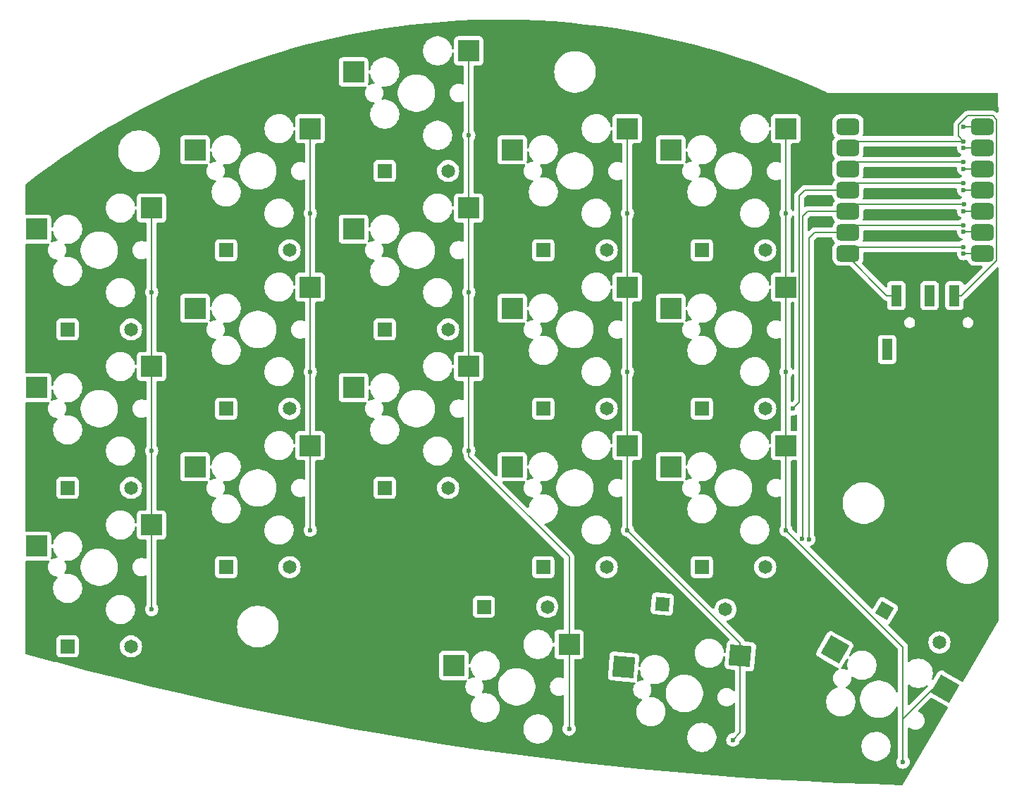
<source format=gbr>
%TF.GenerationSoftware,KiCad,Pcbnew,8.0.6*%
%TF.CreationDate,2024-11-18T16:16:28-05:00*%
%TF.ProjectId,SolarFlarePCB,536f6c61-7246-46c6-9172-655043422e6b,rev?*%
%TF.SameCoordinates,Original*%
%TF.FileFunction,Copper,L2,Bot*%
%TF.FilePolarity,Positive*%
%FSLAX46Y46*%
G04 Gerber Fmt 4.6, Leading zero omitted, Abs format (unit mm)*
G04 Created by KiCad (PCBNEW 8.0.6) date 2024-11-18 16:16:28*
%MOMM*%
%LPD*%
G01*
G04 APERTURE LIST*
G04 Aperture macros list*
%AMRoundRect*
0 Rectangle with rounded corners*
0 $1 Rounding radius*
0 $2 $3 $4 $5 $6 $7 $8 $9 X,Y pos of 4 corners*
0 Add a 4 corners polygon primitive as box body*
4,1,4,$2,$3,$4,$5,$6,$7,$8,$9,$2,$3,0*
0 Add four circle primitives for the rounded corners*
1,1,$1+$1,$2,$3*
1,1,$1+$1,$4,$5*
1,1,$1+$1,$6,$7*
1,1,$1+$1,$8,$9*
0 Add four rect primitives between the rounded corners*
20,1,$1+$1,$2,$3,$4,$5,0*
20,1,$1+$1,$4,$5,$6,$7,0*
20,1,$1+$1,$6,$7,$8,$9,0*
20,1,$1+$1,$8,$9,$2,$3,0*%
%AMRotRect*
0 Rectangle, with rotation*
0 The origin of the aperture is its center*
0 $1 length*
0 $2 width*
0 $3 Rotation angle, in degrees counterclockwise*
0 Add horizontal line*
21,1,$1,$2,0,0,$3*%
G04 Aperture macros list end*
%TA.AperFunction,ComponentPad*%
%ADD10C,1.651000*%
%TD*%
%TA.AperFunction,ComponentPad*%
%ADD11R,1.651000X1.651000*%
%TD*%
%TA.AperFunction,SMDPad,CuDef*%
%ADD12R,2.550000X2.500000*%
%TD*%
%TA.AperFunction,SMDPad,CuDef*%
%ADD13RotRect,2.550000X2.500000X330.000000*%
%TD*%
%TA.AperFunction,ComponentPad*%
%ADD14RotRect,1.651000X1.651000X175.000000*%
%TD*%
%TA.AperFunction,SMDPad,CuDef*%
%ADD15RotRect,2.550000X2.500000X355.000000*%
%TD*%
%TA.AperFunction,ComponentPad*%
%ADD16RotRect,1.651000X1.651000X150.000000*%
%TD*%
%TA.AperFunction,SMDPad,CuDef*%
%ADD17R,1.200000X2.500000*%
%TD*%
%TA.AperFunction,SMDPad,CuDef*%
%ADD18RoundRect,0.500000X0.875000X0.500000X-0.875000X0.500000X-0.875000X-0.500000X0.875000X-0.500000X0*%
%TD*%
%TA.AperFunction,ViaPad*%
%ADD19C,0.600000*%
%TD*%
%TA.AperFunction,Conductor*%
%ADD20C,0.200000*%
%TD*%
G04 APERTURE END LIST*
D10*
%TO.P,D3,1,K*%
%TO.N,/row2*%
X41910000Y-104775000D03*
D11*
%TO.P,D3,2,A*%
%TO.N,Net-(D3-A)*%
X34290000Y-104775000D03*
%TD*%
D12*
%TO.P,MX3,1,COL*%
%TO.N,/col4*%
X44390000Y-90170000D03*
%TO.P,MX3,2,ROW*%
%TO.N,Net-(D3-A)*%
X30540000Y-92710000D03*
%TD*%
D10*
%TO.P,D4,1,K*%
%TO.N,/row0*%
X60960000Y-57150000D03*
D11*
%TO.P,D4,2,A*%
%TO.N,Net-(D4-A)*%
X53340000Y-57150000D03*
%TD*%
D12*
%TO.P,MX7,1,COL*%
%TO.N,/col2*%
X82490000Y-33178750D03*
%TO.P,MX7,2,ROW*%
%TO.N,Net-(D7-A)*%
X68640000Y-35718750D03*
%TD*%
D13*
%TO.P,MX18,1,COL*%
%TO.N,/col0*%
X139737300Y-109880591D03*
%TO.P,MX18,2,ROW*%
%TO.N,Net-(D18-A)*%
X126472848Y-105155295D03*
%TD*%
D12*
%TO.P,MX13,1,COL*%
%TO.N,/col1*%
X101540000Y-80645000D03*
%TO.P,MX13,2,ROW*%
%TO.N,Net-(D13-A)*%
X87690000Y-83185000D03*
%TD*%
%TO.P,MX9,1,COL*%
%TO.N,/col2*%
X82490000Y-71120000D03*
%TO.P,MX9,2,ROW*%
%TO.N,Net-(D9-A)*%
X68640000Y-73660000D03*
%TD*%
%TO.P,MX2,1,COL*%
%TO.N,/col4*%
X44390000Y-71120000D03*
%TO.P,MX2,2,ROW*%
%TO.N,Net-(D2-A)*%
X30540000Y-73660000D03*
%TD*%
%TO.P,MX8,1,COL*%
%TO.N,/col2*%
X82490000Y-52070000D03*
%TO.P,MX8,2,ROW*%
%TO.N,Net-(D8-A)*%
X68640000Y-54610000D03*
%TD*%
D10*
%TO.P,D11,1,K*%
%TO.N,/row0*%
X99060000Y-57150000D03*
D11*
%TO.P,D11,2,A*%
%TO.N,Net-(D11-A)*%
X91440000Y-57150000D03*
%TD*%
D12*
%TO.P,MX17,1,COL*%
%TO.N,/col0*%
X120590000Y-80645000D03*
%TO.P,MX17,2,ROW*%
%TO.N,Net-(D17-A)*%
X106740000Y-83185000D03*
%TD*%
%TO.P,MX16,1,COL*%
%TO.N,/col0*%
X120590000Y-61595000D03*
%TO.P,MX16,2,ROW*%
%TO.N,Net-(D16-A)*%
X106740000Y-64135000D03*
%TD*%
%TO.P,MX5,1,COL*%
%TO.N,/col3*%
X63440000Y-61595000D03*
%TO.P,MX5,2,ROW*%
%TO.N,Net-(D5-A)*%
X49590000Y-64135000D03*
%TD*%
D10*
%TO.P,D1,1,K*%
%TO.N,/row0*%
X41910000Y-66675000D03*
D11*
%TO.P,D1,2,A*%
%TO.N,Net-(D1-A)*%
X34290000Y-66675000D03*
%TD*%
D10*
%TO.P,D15,1,K*%
%TO.N,/row0*%
X118110000Y-57150000D03*
D11*
%TO.P,D15,2,A*%
%TO.N,Net-(D15-A)*%
X110490000Y-57150000D03*
%TD*%
D12*
%TO.P,MX10,1,COL*%
%TO.N,/col2*%
X94540000Y-104545000D03*
%TO.P,MX10,2,ROW*%
%TO.N,Net-(D10-A)*%
X80690000Y-107085000D03*
%TD*%
%TO.P,MX15,1,COL*%
%TO.N,/col0*%
X120590000Y-42545000D03*
%TO.P,MX15,2,ROW*%
%TO.N,Net-(D15-A)*%
X106740000Y-45085000D03*
%TD*%
D10*
%TO.P,D7,1,K*%
%TO.N,/row0*%
X80010000Y-47625000D03*
D11*
%TO.P,D7,2,A*%
%TO.N,Net-(D7-A)*%
X72390000Y-47625000D03*
%TD*%
D10*
%TO.P,D12,1,K*%
%TO.N,/row1*%
X99060000Y-76200000D03*
D11*
%TO.P,D12,2,A*%
%TO.N,Net-(D12-A)*%
X91440000Y-76200000D03*
%TD*%
D12*
%TO.P,MX11,1,COL*%
%TO.N,/col1*%
X101540000Y-42545000D03*
%TO.P,MX11,2,ROW*%
%TO.N,Net-(D11-A)*%
X87690000Y-45085000D03*
%TD*%
D10*
%TO.P,D13,1,K*%
%TO.N,/row2*%
X99060000Y-95250000D03*
D11*
%TO.P,D13,2,A*%
%TO.N,Net-(D13-A)*%
X91440000Y-95250000D03*
%TD*%
D10*
%TO.P,D14,1,K*%
%TO.N,/row3*%
X113333002Y-100344564D03*
D14*
%TO.P,D14,2,A*%
%TO.N,Net-(D14-A)*%
X105741998Y-99680436D03*
%TD*%
D12*
%TO.P,MX1,1,COL*%
%TO.N,/col4*%
X44390000Y-52070000D03*
%TO.P,MX1,2,ROW*%
%TO.N,Net-(D1-A)*%
X30540000Y-54610000D03*
%TD*%
%TO.P,MX4,1,COL*%
%TO.N,/col3*%
X63440000Y-42545000D03*
%TO.P,MX4,2,ROW*%
%TO.N,Net-(D4-A)*%
X49590000Y-45085000D03*
%TD*%
D10*
%TO.P,D6,1,K*%
%TO.N,/row2*%
X60960000Y-95250000D03*
D11*
%TO.P,D6,2,A*%
%TO.N,Net-(D6-A)*%
X53340000Y-95250000D03*
%TD*%
D15*
%TO.P,MX14,1,COL*%
%TO.N,/col1*%
X115108816Y-105912541D03*
%TO.P,MX14,2,ROW*%
%TO.N,Net-(D14-A)*%
X101090144Y-107235768D03*
%TD*%
D10*
%TO.P,D2,1,K*%
%TO.N,/row1*%
X41910000Y-85725000D03*
D11*
%TO.P,D2,2,A*%
%TO.N,Net-(D2-A)*%
X34290000Y-85725000D03*
%TD*%
D12*
%TO.P,MX6,1,COL*%
%TO.N,/col3*%
X63440000Y-80645000D03*
%TO.P,MX6,2,ROW*%
%TO.N,Net-(D6-A)*%
X49590000Y-83185000D03*
%TD*%
D10*
%TO.P,D18,1,K*%
%TO.N,/row3*%
X139030807Y-104298750D03*
D16*
%TO.P,D18,2,A*%
%TO.N,Net-(D18-A)*%
X132431693Y-100488750D03*
%TD*%
D10*
%TO.P,D10,1,K*%
%TO.N,/row3*%
X91916250Y-100012500D03*
D11*
%TO.P,D10,2,A*%
%TO.N,Net-(D10-A)*%
X84296250Y-100012500D03*
%TD*%
D12*
%TO.P,MX12,1,COL*%
%TO.N,/col1*%
X101540000Y-61595000D03*
%TO.P,MX12,2,ROW*%
%TO.N,Net-(D12-A)*%
X87690000Y-64135000D03*
%TD*%
D10*
%TO.P,D9,1,K*%
%TO.N,/row2*%
X80010000Y-85725000D03*
D11*
%TO.P,D9,2,A*%
%TO.N,Net-(D9-A)*%
X72390000Y-85725000D03*
%TD*%
D10*
%TO.P,D16,1,K*%
%TO.N,/row1*%
X118110000Y-76200000D03*
D11*
%TO.P,D16,2,A*%
%TO.N,Net-(D16-A)*%
X110490000Y-76200000D03*
%TD*%
D10*
%TO.P,D8,1,K*%
%TO.N,/row1*%
X80010000Y-66675000D03*
D11*
%TO.P,D8,2,A*%
%TO.N,Net-(D8-A)*%
X72390000Y-66675000D03*
%TD*%
D10*
%TO.P,D5,1,K*%
%TO.N,/row1*%
X60960000Y-76200000D03*
D11*
%TO.P,D5,2,A*%
%TO.N,Net-(D5-A)*%
X53340000Y-76200000D03*
%TD*%
D10*
%TO.P,D17,1,K*%
%TO.N,/row2*%
X118110000Y-95250000D03*
D11*
%TO.P,D17,2,A*%
%TO.N,Net-(D17-A)*%
X110490000Y-95250000D03*
%TD*%
D17*
%TO.P,U2,1,SLEEVE*%
%TO.N,/tx*%
X132750000Y-69100000D03*
%TO.P,U2,2,TIP*%
%TO.N,/rx*%
X133850000Y-62600000D03*
%TO.P,U2,3,RING1*%
%TO.N,+3.3V*%
X137850000Y-62600000D03*
%TO.P,U2,4,RING2*%
%TO.N,GND*%
X140850000Y-62600000D03*
%TD*%
D18*
%TO.P,U4,1,PA02_A0_D0*%
%TO.N,/col4*%
X144215000Y-42291250D03*
%TO.P,U4,2,PA4_A1_D1*%
%TO.N,/col3*%
X144215000Y-44831250D03*
%TO.P,U4,3,PA10_A2_D2*%
%TO.N,/col2*%
X144215000Y-47371250D03*
%TO.P,U4,4,PA11_A3_D3*%
%TO.N,/col1*%
X144215000Y-49911250D03*
%TO.P,U4,5,PA8_A4_D4_SDA*%
%TO.N,/col0*%
X144215000Y-52451250D03*
%TO.P,U4,6,PA9_A5_D5_SCL*%
%TO.N,/row0*%
X144215000Y-54991250D03*
%TO.P,U4,7,PB08_A6_D6_TX*%
%TO.N,/tx*%
X144215000Y-57531250D03*
%TO.P,U4,8,PB09_A7_D7_RX*%
%TO.N,/rx*%
X128050000Y-57531250D03*
%TO.P,U4,9,PA7_A8_D8_SCK*%
%TO.N,/row3*%
X128050000Y-54991250D03*
%TO.P,U4,10,PA5_A9_D9_MISO*%
%TO.N,/row2*%
X128050000Y-52451250D03*
%TO.P,U4,11,PA6_A10_D10_MOSI*%
%TO.N,/row1*%
X128050000Y-49911250D03*
%TO.P,U4,12,3V3*%
%TO.N,+3.3V*%
X128050000Y-47371250D03*
%TO.P,U4,13,GND*%
%TO.N,GND*%
X128050000Y-44831250D03*
%TO.P,U4,14,5V*%
%TO.N,unconnected-(U4-5V-Pad14)*%
X128050000Y-42291250D03*
%TD*%
D19*
%TO.N,Net-(D1-A)*%
X30540000Y-54610000D03*
%TO.N,/row1*%
X141938750Y-49099997D03*
X121400000Y-76200000D03*
%TO.N,Net-(D2-A)*%
X30540000Y-73660000D03*
%TO.N,/row0*%
X141938750Y-54950000D03*
%TO.N,/row2*%
X122550000Y-91850000D03*
X141953748Y-51650139D03*
%TO.N,Net-(D3-A)*%
X30540000Y-92710000D03*
%TO.N,Net-(D4-A)*%
X49590000Y-45085000D03*
%TO.N,Net-(D5-A)*%
X49590000Y-64135000D03*
%TO.N,Net-(D6-A)*%
X49590000Y-83185000D03*
%TO.N,Net-(D7-A)*%
X68640000Y-35718750D03*
%TO.N,Net-(D8-A)*%
X68640000Y-54610000D03*
%TO.N,Net-(D9-A)*%
X68640000Y-73660000D03*
%TO.N,Net-(D10-A)*%
X80690000Y-107085000D03*
%TO.N,/row3*%
X141948377Y-54150055D03*
X123350000Y-91900000D03*
%TO.N,Net-(D11-A)*%
X87690000Y-45085000D03*
%TO.N,Net-(D12-A)*%
X87690000Y-64135000D03*
%TO.N,Net-(D13-A)*%
X87690000Y-83185000D03*
%TO.N,Net-(D14-A)*%
X101090144Y-107235768D03*
%TO.N,Net-(D15-A)*%
X106740000Y-45085000D03*
%TO.N,Net-(D16-A)*%
X106740000Y-64135000D03*
%TO.N,Net-(D17-A)*%
X106740000Y-83185000D03*
%TO.N,Net-(D18-A)*%
X126472848Y-105155295D03*
%TO.N,/col4*%
X44390000Y-100330000D03*
X44390000Y-81280000D03*
X44390000Y-52070000D03*
X141938750Y-42300000D03*
X44390000Y-62230000D03*
%TO.N,/col3*%
X141938750Y-44850000D03*
X63440000Y-90805000D03*
X63440000Y-52705000D03*
X63440000Y-42545000D03*
X63440000Y-71755000D03*
%TO.N,/col2*%
X82490000Y-43338750D03*
X82490000Y-62230000D03*
X94540000Y-114705000D03*
X141938750Y-47350000D03*
X82490000Y-81280000D03*
%TO.N,/col1*%
X101540000Y-42545000D03*
X141938750Y-49900000D03*
X101540000Y-52705000D03*
X101540000Y-71755000D03*
X101540000Y-90805000D03*
X114223313Y-116033879D03*
%TO.N,/col0*%
X141938750Y-52450000D03*
X120590000Y-71755000D03*
X134657300Y-118679409D03*
X120590000Y-52705000D03*
X120590000Y-90805000D03*
%TO.N,/rx*%
X133850000Y-62600000D03*
X141938750Y-56749997D03*
%TO.N,GND*%
X141938750Y-44049997D03*
X140850000Y-62600000D03*
%TO.N,/tx*%
X132750000Y-69100000D03*
X141938750Y-57550000D03*
%TO.N,+3.3V*%
X141945551Y-46550027D03*
X137850000Y-62600000D03*
%TD*%
D20*
%TO.N,/row1*%
X141938750Y-49099997D02*
X128460003Y-49099997D01*
X127648750Y-49911250D02*
X122888750Y-49911250D01*
X122165000Y-50665000D02*
X122165000Y-75435000D01*
X128460003Y-49099997D02*
X127648750Y-49911250D01*
X122150000Y-50650000D02*
X122165000Y-50665000D01*
X122165000Y-75435000D02*
X121400000Y-76200000D01*
X122888750Y-49911250D02*
X122150000Y-50650000D01*
%TO.N,/row0*%
X141938750Y-54950000D02*
X143772500Y-54950000D01*
X143772500Y-54950000D02*
X143813750Y-54991250D01*
%TO.N,/row2*%
X122565000Y-91835000D02*
X122550000Y-91850000D01*
X141953748Y-51650139D02*
X128449861Y-51650139D01*
X127648750Y-52451250D02*
X123213750Y-52451250D01*
X128449861Y-51650139D02*
X127648750Y-52451250D01*
X123213750Y-52451250D02*
X122565000Y-53100000D01*
X122565000Y-53100000D02*
X122565000Y-91835000D01*
%TO.N,/row3*%
X124058750Y-54991250D02*
X127648750Y-54991250D01*
X123350000Y-55700000D02*
X124058750Y-54991250D01*
X128489945Y-54150055D02*
X127648750Y-54991250D01*
X141948377Y-54150055D02*
X128489945Y-54150055D01*
X123350000Y-91900000D02*
X123350000Y-55700000D01*
%TO.N,/col4*%
X44390000Y-52070000D02*
X44390000Y-62230000D01*
X44390000Y-71120000D02*
X44390000Y-81280000D01*
X44390000Y-81280000D02*
X44390000Y-90170000D01*
X141938750Y-42300000D02*
X143805000Y-42300000D01*
X143805000Y-42300000D02*
X143813750Y-42291250D01*
X44390000Y-62230000D02*
X44390000Y-71120000D01*
X44390000Y-90170000D02*
X44390000Y-100330000D01*
%TO.N,/col3*%
X143795000Y-44850000D02*
X143813750Y-44831250D01*
X141938750Y-44850000D02*
X143795000Y-44850000D01*
X63440000Y-52705000D02*
X63440000Y-61595000D01*
X63440000Y-42545000D02*
X63440000Y-52705000D01*
X63440000Y-71755000D02*
X63440000Y-80645000D01*
X63440000Y-61595000D02*
X63440000Y-71755000D01*
X63440000Y-80645000D02*
X63440000Y-90805000D01*
%TO.N,/col2*%
X141938750Y-47350000D02*
X143792500Y-47350000D01*
X94540000Y-104545000D02*
X94540000Y-114705000D01*
X143792500Y-47350000D02*
X143813750Y-47371250D01*
X82490000Y-71120000D02*
X82490000Y-81280000D01*
X82500000Y-81950000D02*
X82500000Y-81850000D01*
X82490000Y-62230000D02*
X82490000Y-71120000D01*
X82490000Y-81840000D02*
X82490000Y-81280000D01*
X82500000Y-81850000D02*
X82490000Y-81840000D01*
X94540000Y-104545000D02*
X94540000Y-93990000D01*
X94540000Y-93990000D02*
X82500000Y-81950000D01*
X82490000Y-33178750D02*
X82490000Y-43338750D01*
X82490000Y-52070000D02*
X82490000Y-62230000D01*
X82490000Y-43338750D02*
X82490000Y-52070000D01*
%TO.N,/col1*%
X141938750Y-49900000D02*
X143802500Y-49900000D01*
X143802500Y-49900000D02*
X143813750Y-49911250D01*
X101540000Y-42545000D02*
X101540000Y-52705000D01*
X115108816Y-105912541D02*
X115108816Y-115148376D01*
X101540000Y-71755000D02*
X101540000Y-80645000D01*
X101540000Y-80645000D02*
X101540000Y-90805000D01*
X101540000Y-61595000D02*
X101540000Y-71755000D01*
X101540000Y-52705000D02*
X101540000Y-61595000D01*
X115108816Y-105912541D02*
X115108816Y-104373816D01*
X115108816Y-115148376D02*
X114223313Y-116033879D01*
X115108816Y-104373816D02*
X101540000Y-90805000D01*
%TO.N,/col0*%
X134713040Y-113413040D02*
X134639705Y-113339705D01*
X120590000Y-71755000D02*
X120590000Y-61595000D01*
X134639705Y-104854705D02*
X120590000Y-90805000D01*
X143812500Y-52450000D02*
X143813750Y-52451250D01*
X139737300Y-109880591D02*
X138245489Y-109880591D01*
X134657300Y-113468780D02*
X134657300Y-118679409D01*
X120590000Y-52705000D02*
X120590000Y-42545000D01*
X134713040Y-113413040D02*
X134657300Y-113468780D01*
X120590000Y-80645000D02*
X120590000Y-71755000D01*
X138245489Y-109880591D02*
X134713040Y-113413040D01*
X120590000Y-61595000D02*
X120590000Y-52705000D01*
X134639705Y-113339705D02*
X134639705Y-104854705D01*
X141938750Y-52450000D02*
X143812500Y-52450000D01*
X120590000Y-80645000D02*
X120590000Y-90805000D01*
%TO.N,/rx*%
X132717500Y-62600000D02*
X127648750Y-57531250D01*
X128306250Y-57531250D02*
X127648750Y-57531250D01*
X141938750Y-56749997D02*
X128430003Y-56749997D01*
X128430003Y-56749997D02*
X127648750Y-57531250D01*
X133850000Y-62600000D02*
X132717500Y-62600000D01*
%TO.N,GND*%
X145890000Y-41440000D02*
X145441250Y-40991250D01*
X141659892Y-62600000D02*
X145890000Y-58369892D01*
X141338750Y-42051471D02*
X141338750Y-43449997D01*
X141338750Y-43449997D02*
X141938750Y-44049997D01*
X128430003Y-44049997D02*
X127648750Y-44831250D01*
X141938750Y-44049997D02*
X128430003Y-44049997D01*
X145890000Y-58369892D02*
X145890000Y-41440000D01*
X142398971Y-40991250D02*
X141338750Y-42051471D01*
X145441250Y-40991250D02*
X142398971Y-40991250D01*
X140850000Y-62600000D02*
X141659892Y-62600000D01*
%TO.N,/tx*%
X143795000Y-57550000D02*
X143813750Y-57531250D01*
X141938750Y-57550000D02*
X143795000Y-57550000D01*
%TO.N,+3.3V*%
X128469973Y-46550027D02*
X127648750Y-47371250D01*
X141945551Y-46550027D02*
X128469973Y-46550027D01*
%TD*%
%TA.AperFunction,NonConductor*%
G36*
X141083946Y-44670182D02*
G01*
X141129701Y-44722986D01*
X141140127Y-44788380D01*
X141133185Y-44849995D01*
X141133185Y-44850003D01*
X141153380Y-45029249D01*
X141153381Y-45029254D01*
X141212961Y-45199523D01*
X141261868Y-45277357D01*
X141308934Y-45352262D01*
X141436488Y-45479816D01*
X141560537Y-45557761D01*
X141589228Y-45575789D01*
X141613153Y-45584161D01*
X141669929Y-45624883D01*
X141695677Y-45689836D01*
X141682221Y-45758397D01*
X141633834Y-45808800D01*
X141613157Y-45818243D01*
X141596032Y-45824235D01*
X141443287Y-45920212D01*
X141440454Y-45922472D01*
X141438275Y-45923361D01*
X141437393Y-45923916D01*
X141437295Y-45923761D01*
X141375768Y-45948882D01*
X141363139Y-45949527D01*
X129935483Y-45949527D01*
X129868444Y-45929842D01*
X129822689Y-45877038D01*
X129812745Y-45807880D01*
X129825574Y-45768116D01*
X129832509Y-45754840D01*
X129858909Y-45704299D01*
X129914886Y-45508668D01*
X129925500Y-45389287D01*
X129925499Y-44774496D01*
X129945183Y-44707458D01*
X129997987Y-44661703D01*
X130049499Y-44650497D01*
X141016907Y-44650497D01*
X141083946Y-44670182D01*
G37*
%TD.AperFunction*%
%TA.AperFunction,NonConductor*%
G36*
X141083943Y-47170212D02*
G01*
X141129698Y-47223016D01*
X141140124Y-47288410D01*
X141133185Y-47349996D01*
X141133185Y-47350003D01*
X141153380Y-47529249D01*
X141153381Y-47529254D01*
X141212961Y-47699523D01*
X141258575Y-47772116D01*
X141308934Y-47852262D01*
X141436488Y-47979816D01*
X141546062Y-48048666D01*
X141589228Y-48075789D01*
X141681156Y-48107956D01*
X141737932Y-48148678D01*
X141763680Y-48213630D01*
X141750224Y-48282192D01*
X141701837Y-48332595D01*
X141681157Y-48342039D01*
X141589230Y-48374206D01*
X141436486Y-48470182D01*
X141433653Y-48472442D01*
X141431474Y-48473331D01*
X141430592Y-48473886D01*
X141430494Y-48473731D01*
X141368967Y-48498852D01*
X141356338Y-48499497D01*
X129930275Y-48499497D01*
X129863236Y-48479812D01*
X129817481Y-48427008D01*
X129807537Y-48357850D01*
X129820366Y-48318086D01*
X129826728Y-48305907D01*
X129858909Y-48244299D01*
X129914886Y-48048668D01*
X129925500Y-47929287D01*
X129925499Y-47274526D01*
X129945183Y-47207488D01*
X129997987Y-47161733D01*
X130049499Y-47150527D01*
X141016904Y-47150527D01*
X141083943Y-47170212D01*
G37*
%TD.AperFunction*%
%TA.AperFunction,NonConductor*%
G36*
X141083946Y-49720182D02*
G01*
X141129701Y-49772986D01*
X141140127Y-49838380D01*
X141133185Y-49899995D01*
X141133185Y-49900003D01*
X141153380Y-50079249D01*
X141153381Y-50079254D01*
X141212961Y-50249523D01*
X141275751Y-50349452D01*
X141308934Y-50402262D01*
X141436488Y-50529816D01*
X141550794Y-50601639D01*
X141589228Y-50625789D01*
X141688858Y-50660651D01*
X141745634Y-50701373D01*
X141771382Y-50766325D01*
X141757926Y-50834887D01*
X141709539Y-50885290D01*
X141688859Y-50894734D01*
X141604228Y-50924347D01*
X141451484Y-51020324D01*
X141448651Y-51022584D01*
X141446472Y-51023473D01*
X141445590Y-51024028D01*
X141445492Y-51023873D01*
X141383965Y-51048994D01*
X141371336Y-51049639D01*
X129924977Y-51049639D01*
X129857938Y-51029954D01*
X129812183Y-50977150D01*
X129802239Y-50907992D01*
X129815066Y-50868230D01*
X129858909Y-50784299D01*
X129914886Y-50588668D01*
X129925500Y-50469287D01*
X129925499Y-49824496D01*
X129945183Y-49757458D01*
X129997987Y-49711703D01*
X130049499Y-49700497D01*
X141016907Y-49700497D01*
X141083946Y-49720182D01*
G37*
%TD.AperFunction*%
%TA.AperFunction,NonConductor*%
G36*
X126136649Y-50531435D02*
G01*
X126182404Y-50584239D01*
X126188823Y-50601632D01*
X126195736Y-50625789D01*
X126241089Y-50784295D01*
X126241090Y-50784298D01*
X126241091Y-50784299D01*
X126335302Y-50964657D01*
X126382535Y-51022584D01*
X126448015Y-51102889D01*
X126475124Y-51167286D01*
X126463115Y-51236115D01*
X126448015Y-51259611D01*
X126335304Y-51397840D01*
X126241089Y-51578204D01*
X126205496Y-51702597D01*
X126188825Y-51760862D01*
X126151459Y-51819899D01*
X126088105Y-51849363D01*
X126069610Y-51850750D01*
X123300419Y-51850750D01*
X123300403Y-51850749D01*
X123292807Y-51850749D01*
X123134693Y-51850749D01*
X122997218Y-51887586D01*
X122981965Y-51891673D01*
X122951497Y-51909263D01*
X122883596Y-51925733D01*
X122817570Y-51902879D01*
X122774381Y-51847957D01*
X122765500Y-51801874D01*
X122765500Y-50935097D01*
X122785185Y-50868058D01*
X122801819Y-50847416D01*
X123101166Y-50548069D01*
X123162489Y-50514584D01*
X123188847Y-50511750D01*
X126069610Y-50511750D01*
X126136649Y-50531435D01*
G37*
%TD.AperFunction*%
%TA.AperFunction,NonConductor*%
G36*
X141083930Y-52270324D02*
G01*
X141129685Y-52323128D01*
X141140111Y-52388522D01*
X141133185Y-52449995D01*
X141133185Y-52450003D01*
X141153380Y-52629249D01*
X141153381Y-52629254D01*
X141212961Y-52799523D01*
X141266202Y-52884255D01*
X141308934Y-52952262D01*
X141436488Y-53079816D01*
X141589228Y-53175789D01*
X141605269Y-53181402D01*
X141614605Y-53184669D01*
X141671382Y-53225390D01*
X141697130Y-53290342D01*
X141683675Y-53358904D01*
X141635288Y-53409307D01*
X141614612Y-53418751D01*
X141598856Y-53424265D01*
X141446113Y-53520240D01*
X141443280Y-53522500D01*
X141441101Y-53523389D01*
X141440219Y-53523944D01*
X141440121Y-53523789D01*
X141378594Y-53548910D01*
X141365965Y-53549555D01*
X129945915Y-53549555D01*
X129878876Y-53529870D01*
X129833121Y-53477066D01*
X129823177Y-53407908D01*
X129836004Y-53368147D01*
X129858909Y-53324299D01*
X129914886Y-53128668D01*
X129925500Y-53009287D01*
X129925499Y-52374638D01*
X129945183Y-52307600D01*
X129997987Y-52261845D01*
X130049499Y-52250639D01*
X141016891Y-52250639D01*
X141083930Y-52270324D01*
G37*
%TD.AperFunction*%
%TA.AperFunction,NonConductor*%
G36*
X126136649Y-53071435D02*
G01*
X126182404Y-53124239D01*
X126188823Y-53141632D01*
X126198597Y-53175789D01*
X126241089Y-53324295D01*
X126241090Y-53324298D01*
X126241091Y-53324299D01*
X126335302Y-53504657D01*
X126382329Y-53562331D01*
X126448015Y-53642889D01*
X126475124Y-53707286D01*
X126463115Y-53776115D01*
X126448015Y-53799611D01*
X126384538Y-53877460D01*
X126335302Y-53937843D01*
X126290344Y-54023911D01*
X126241089Y-54118204D01*
X126205496Y-54242597D01*
X126188825Y-54300862D01*
X126151459Y-54359899D01*
X126088105Y-54389363D01*
X126069610Y-54390750D01*
X124145419Y-54390750D01*
X124145403Y-54390749D01*
X124137807Y-54390749D01*
X123979693Y-54390749D01*
X123865147Y-54421442D01*
X123826964Y-54431673D01*
X123799140Y-54447738D01*
X123799139Y-54447738D01*
X123690037Y-54510727D01*
X123690032Y-54510731D01*
X123377181Y-54823583D01*
X123315858Y-54857068D01*
X123246166Y-54852084D01*
X123190233Y-54810212D01*
X123165816Y-54744748D01*
X123165500Y-54735902D01*
X123165500Y-53400097D01*
X123185185Y-53333058D01*
X123201819Y-53312416D01*
X123426166Y-53088069D01*
X123487489Y-53054584D01*
X123513847Y-53051750D01*
X126069610Y-53051750D01*
X126136649Y-53071435D01*
G37*
%TD.AperFunction*%
%TA.AperFunction,NonConductor*%
G36*
X141083940Y-54770240D02*
G01*
X141129695Y-54823044D01*
X141140121Y-54888439D01*
X141133185Y-54949997D01*
X141133185Y-54950003D01*
X141153380Y-55129249D01*
X141153381Y-55129254D01*
X141212961Y-55299523D01*
X141308934Y-55452262D01*
X141436488Y-55579816D01*
X141577887Y-55668663D01*
X141589228Y-55675789D01*
X141752602Y-55732956D01*
X141809378Y-55773678D01*
X141835126Y-55838631D01*
X141821670Y-55907192D01*
X141773283Y-55957595D01*
X141752603Y-55967039D01*
X141589230Y-56024206D01*
X141436486Y-56120182D01*
X141433653Y-56122442D01*
X141431474Y-56123331D01*
X141430592Y-56123886D01*
X141430494Y-56123731D01*
X141368967Y-56148852D01*
X141356338Y-56149497D01*
X129914604Y-56149497D01*
X129847565Y-56129812D01*
X129801810Y-56077008D01*
X129791866Y-56007850D01*
X129804693Y-55968089D01*
X129858909Y-55864299D01*
X129914886Y-55668668D01*
X129925500Y-55549287D01*
X129925499Y-54874554D01*
X129945183Y-54807516D01*
X129997987Y-54761761D01*
X130049499Y-54750555D01*
X141016901Y-54750555D01*
X141083940Y-54770240D01*
G37*
%TD.AperFunction*%
%TA.AperFunction,NonConductor*%
G36*
X32520702Y-54821438D02*
G01*
X32558476Y-54880216D01*
X32562438Y-54898964D01*
X32569452Y-54952238D01*
X32616883Y-55129254D01*
X32628842Y-55173887D01*
X32716650Y-55385876D01*
X32716657Y-55385890D01*
X32782896Y-55500620D01*
X32828619Y-55579815D01*
X32831392Y-55584617D01*
X32971081Y-55766661D01*
X32971089Y-55766670D01*
X33041338Y-55836919D01*
X33074823Y-55898242D01*
X33069839Y-55967934D01*
X33027967Y-56023867D01*
X32962503Y-56048284D01*
X32953657Y-56048600D01*
X32933313Y-56048600D01*
X32762086Y-56075720D01*
X32597211Y-56129290D01*
X32597203Y-56129294D01*
X32450754Y-56203913D01*
X32382085Y-56216809D01*
X32317345Y-56190532D01*
X32277088Y-56133426D01*
X32274096Y-56063620D01*
X32278272Y-56050111D01*
X32309091Y-55967483D01*
X32315500Y-55907873D01*
X32315499Y-54915148D01*
X32335183Y-54848112D01*
X32387987Y-54802357D01*
X32457146Y-54792413D01*
X32520702Y-54821438D01*
G37*
%TD.AperFunction*%
%TA.AperFunction,NonConductor*%
G36*
X121497694Y-52963538D02*
G01*
X121548097Y-53011925D01*
X121564500Y-53073560D01*
X121564500Y-59720500D01*
X121544815Y-59787539D01*
X121492011Y-59833294D01*
X121440500Y-59844500D01*
X121314500Y-59844500D01*
X121247461Y-59824815D01*
X121201706Y-59772011D01*
X121190500Y-59720500D01*
X121190500Y-53287412D01*
X121210185Y-53220373D01*
X121217555Y-53210097D01*
X121219810Y-53207267D01*
X121219816Y-53207262D01*
X121315789Y-53054522D01*
X121323458Y-53032606D01*
X121364180Y-52975830D01*
X121429132Y-52950082D01*
X121497694Y-52963538D01*
G37*
%TD.AperFunction*%
%TA.AperFunction,NonConductor*%
G36*
X121507539Y-63365184D02*
G01*
X121553294Y-63417988D01*
X121564500Y-63469499D01*
X121564500Y-71386439D01*
X121544815Y-71453478D01*
X121492011Y-71499233D01*
X121422853Y-71509177D01*
X121359297Y-71480152D01*
X121323459Y-71427395D01*
X121315790Y-71405479D01*
X121219813Y-71252734D01*
X121217550Y-71249896D01*
X121216659Y-71247715D01*
X121216111Y-71246842D01*
X121216264Y-71246745D01*
X121191144Y-71185209D01*
X121190500Y-71172587D01*
X121190500Y-63469499D01*
X121210185Y-63402460D01*
X121262989Y-63356705D01*
X121314500Y-63345499D01*
X121440500Y-63345499D01*
X121507539Y-63365184D01*
G37*
%TD.AperFunction*%
%TA.AperFunction,NonConductor*%
G36*
X32520702Y-73871438D02*
G01*
X32558476Y-73930216D01*
X32562438Y-73948964D01*
X32569452Y-74002238D01*
X32617815Y-74182734D01*
X32628842Y-74223887D01*
X32716650Y-74435876D01*
X32716657Y-74435890D01*
X32831392Y-74634617D01*
X32971081Y-74816661D01*
X32971089Y-74816670D01*
X33041338Y-74886919D01*
X33074823Y-74948242D01*
X33069839Y-75017934D01*
X33027967Y-75073867D01*
X32962503Y-75098284D01*
X32953657Y-75098600D01*
X32933313Y-75098600D01*
X32762086Y-75125720D01*
X32597211Y-75179290D01*
X32597203Y-75179294D01*
X32450754Y-75253913D01*
X32382085Y-75266809D01*
X32317345Y-75240532D01*
X32277088Y-75183426D01*
X32274096Y-75113620D01*
X32278272Y-75100111D01*
X32309091Y-75017483D01*
X32315500Y-74957873D01*
X32315499Y-73965148D01*
X32335183Y-73898112D01*
X32387987Y-73852357D01*
X32457146Y-73842413D01*
X32520702Y-73871438D01*
G37*
%TD.AperFunction*%
%TA.AperFunction,NonConductor*%
G36*
X121497694Y-72013538D02*
G01*
X121548097Y-72061925D01*
X121564500Y-72123560D01*
X121564500Y-75134902D01*
X121544815Y-75201941D01*
X121528181Y-75222583D01*
X121402181Y-75348583D01*
X121340858Y-75382068D01*
X121271166Y-75377084D01*
X121215233Y-75335212D01*
X121190816Y-75269748D01*
X121190500Y-75260902D01*
X121190500Y-72337412D01*
X121210185Y-72270373D01*
X121217555Y-72260097D01*
X121219810Y-72257267D01*
X121219816Y-72257262D01*
X121315789Y-72104522D01*
X121323458Y-72082606D01*
X121364180Y-72025830D01*
X121429132Y-72000082D01*
X121497694Y-72013538D01*
G37*
%TD.AperFunction*%
%TA.AperFunction,NonConductor*%
G36*
X121908598Y-76911442D02*
G01*
X121953813Y-76964709D01*
X121964500Y-77015070D01*
X121964500Y-78770500D01*
X121944815Y-78837539D01*
X121892011Y-78883294D01*
X121840500Y-78894500D01*
X121314500Y-78894500D01*
X121247461Y-78874815D01*
X121201706Y-78822011D01*
X121190500Y-78770500D01*
X121190500Y-77120716D01*
X121210185Y-77053677D01*
X121262989Y-77007922D01*
X121328384Y-76997496D01*
X121399997Y-77005565D01*
X121400000Y-77005565D01*
X121400004Y-77005565D01*
X121579249Y-76985369D01*
X121579252Y-76985368D01*
X121579255Y-76985368D01*
X121749522Y-76925789D01*
X121774526Y-76910078D01*
X121841762Y-76891076D01*
X121908598Y-76911442D01*
G37*
%TD.AperFunction*%
%TA.AperFunction,NonConductor*%
G36*
X121907539Y-82415184D02*
G01*
X121953294Y-82467988D01*
X121964500Y-82519499D01*
X121964500Y-91030903D01*
X121944815Y-91097942D01*
X121892011Y-91143697D01*
X121822853Y-91153641D01*
X121759297Y-91124616D01*
X121752819Y-91118584D01*
X121420700Y-90786465D01*
X121387215Y-90725142D01*
X121385163Y-90712686D01*
X121375368Y-90625745D01*
X121315789Y-90455478D01*
X121219816Y-90302738D01*
X121219814Y-90302736D01*
X121219813Y-90302734D01*
X121217550Y-90299896D01*
X121216659Y-90297715D01*
X121216111Y-90296842D01*
X121216264Y-90296745D01*
X121191144Y-90235209D01*
X121190500Y-90222587D01*
X121190500Y-82519499D01*
X121210185Y-82452460D01*
X121262989Y-82406705D01*
X121314500Y-82395499D01*
X121840500Y-82395499D01*
X121907539Y-82415184D01*
G37*
%TD.AperFunction*%
%TA.AperFunction,NonConductor*%
G36*
X32520702Y-92921438D02*
G01*
X32558476Y-92980216D01*
X32562438Y-92998964D01*
X32569452Y-93052238D01*
X32617815Y-93232734D01*
X32628842Y-93273887D01*
X32716650Y-93485876D01*
X32716657Y-93485890D01*
X32831392Y-93684617D01*
X32971081Y-93866661D01*
X32971089Y-93866670D01*
X33041338Y-93936919D01*
X33074823Y-93998242D01*
X33069839Y-94067934D01*
X33027967Y-94123867D01*
X32962503Y-94148284D01*
X32953657Y-94148600D01*
X32933313Y-94148600D01*
X32762086Y-94175720D01*
X32597211Y-94229290D01*
X32597203Y-94229294D01*
X32450754Y-94303913D01*
X32382085Y-94316809D01*
X32317345Y-94290532D01*
X32277088Y-94233426D01*
X32274096Y-94163620D01*
X32278272Y-94150111D01*
X32309091Y-94067483D01*
X32315500Y-94007873D01*
X32315499Y-93015148D01*
X32335183Y-92948112D01*
X32387987Y-92902357D01*
X32457146Y-92892413D01*
X32520702Y-92921438D01*
G37*
%TD.AperFunction*%
%TA.AperFunction,NonConductor*%
G36*
X126136649Y-55611435D02*
G01*
X126182404Y-55664239D01*
X126188823Y-55681632D01*
X126203509Y-55732956D01*
X126241089Y-55864295D01*
X126241090Y-55864298D01*
X126241091Y-55864299D01*
X126335302Y-56044657D01*
X126382329Y-56102331D01*
X126448015Y-56182889D01*
X126475124Y-56247286D01*
X126463115Y-56316115D01*
X126448015Y-56339611D01*
X126372286Y-56432486D01*
X126335302Y-56477843D01*
X126302571Y-56540503D01*
X126241089Y-56658204D01*
X126185114Y-56853833D01*
X126185113Y-56853836D01*
X126174500Y-56973216D01*
X126174500Y-58089278D01*
X126174500Y-58089283D01*
X126174501Y-58089286D01*
X126176571Y-58112580D01*
X126185113Y-58208665D01*
X126241089Y-58404295D01*
X126241090Y-58404296D01*
X126241091Y-58404299D01*
X126335302Y-58584657D01*
X126335304Y-58584659D01*
X126463890Y-58742359D01*
X126557803Y-58818934D01*
X126621593Y-58870948D01*
X126801951Y-58965159D01*
X126997582Y-59021136D01*
X127116963Y-59031750D01*
X128248652Y-59031749D01*
X128315691Y-59051434D01*
X128336333Y-59068068D01*
X132232639Y-62964374D01*
X132232649Y-62964385D01*
X132236979Y-62968715D01*
X132236980Y-62968716D01*
X132348784Y-63080520D01*
X132426893Y-63125615D01*
X132435595Y-63130639D01*
X132435597Y-63130641D01*
X132473651Y-63152611D01*
X132485715Y-63159577D01*
X132638443Y-63200501D01*
X132638446Y-63200501D01*
X132641688Y-63200928D01*
X132644220Y-63202048D01*
X132646294Y-63202604D01*
X132646207Y-63202927D01*
X132705584Y-63229196D01*
X132744055Y-63287521D01*
X132749501Y-63323867D01*
X132749501Y-63897876D01*
X132755908Y-63957483D01*
X132806202Y-64092328D01*
X132806206Y-64092335D01*
X132892452Y-64207544D01*
X132892455Y-64207547D01*
X133007664Y-64293793D01*
X133007671Y-64293797D01*
X133142517Y-64344091D01*
X133142516Y-64344091D01*
X133149444Y-64344835D01*
X133202127Y-64350500D01*
X134497872Y-64350499D01*
X134557483Y-64344091D01*
X134692331Y-64293796D01*
X134807546Y-64207546D01*
X134893796Y-64092331D01*
X134944091Y-63957483D01*
X134950500Y-63897873D01*
X134950499Y-61302135D01*
X136749500Y-61302135D01*
X136749500Y-63897870D01*
X136749501Y-63897876D01*
X136755908Y-63957483D01*
X136806202Y-64092328D01*
X136806206Y-64092335D01*
X136892452Y-64207544D01*
X136892455Y-64207547D01*
X137007664Y-64293793D01*
X137007671Y-64293797D01*
X137142517Y-64344091D01*
X137142516Y-64344091D01*
X137149444Y-64344835D01*
X137202127Y-64350500D01*
X138497872Y-64350499D01*
X138557483Y-64344091D01*
X138692331Y-64293796D01*
X138807546Y-64207546D01*
X138893796Y-64092331D01*
X138944091Y-63957483D01*
X138950500Y-63897873D01*
X138950499Y-61302128D01*
X138944091Y-61242517D01*
X138909066Y-61148611D01*
X138893797Y-61107671D01*
X138893793Y-61107664D01*
X138807547Y-60992455D01*
X138807544Y-60992452D01*
X138692335Y-60906206D01*
X138692328Y-60906202D01*
X138557482Y-60855908D01*
X138557483Y-60855908D01*
X138497883Y-60849501D01*
X138497881Y-60849500D01*
X138497873Y-60849500D01*
X138497864Y-60849500D01*
X137202129Y-60849500D01*
X137202123Y-60849501D01*
X137142516Y-60855908D01*
X137007671Y-60906202D01*
X137007664Y-60906206D01*
X136892455Y-60992452D01*
X136892452Y-60992455D01*
X136806206Y-61107664D01*
X136806202Y-61107671D01*
X136755908Y-61242517D01*
X136753669Y-61263349D01*
X136749501Y-61302123D01*
X136749500Y-61302135D01*
X134950499Y-61302135D01*
X134950499Y-61302128D01*
X134944091Y-61242517D01*
X134909066Y-61148611D01*
X134893797Y-61107671D01*
X134893793Y-61107664D01*
X134807547Y-60992455D01*
X134807544Y-60992452D01*
X134692335Y-60906206D01*
X134692328Y-60906202D01*
X134557482Y-60855908D01*
X134557483Y-60855908D01*
X134497883Y-60849501D01*
X134497881Y-60849500D01*
X134497873Y-60849500D01*
X134497864Y-60849500D01*
X133202129Y-60849500D01*
X133202123Y-60849501D01*
X133142516Y-60855908D01*
X133007671Y-60906202D01*
X133007664Y-60906206D01*
X132892455Y-60992452D01*
X132892452Y-60992455D01*
X132806206Y-61107664D01*
X132806202Y-61107671D01*
X132755908Y-61242517D01*
X132753669Y-61263349D01*
X132749501Y-61302123D01*
X132749500Y-61302135D01*
X132749500Y-61483403D01*
X132729815Y-61550442D01*
X132677011Y-61596197D01*
X132607853Y-61606141D01*
X132544297Y-61577116D01*
X132537819Y-61571084D01*
X129748107Y-58781372D01*
X129714622Y-58720049D01*
X129719606Y-58650357D01*
X129739686Y-58615331D01*
X129764698Y-58584657D01*
X129858909Y-58404299D01*
X129914886Y-58208668D01*
X129925500Y-58089287D01*
X129925499Y-57474496D01*
X129945183Y-57407458D01*
X129997987Y-57361703D01*
X130049499Y-57350497D01*
X141016907Y-57350497D01*
X141083946Y-57370182D01*
X141129701Y-57422986D01*
X141140127Y-57488380D01*
X141133185Y-57549995D01*
X141133185Y-57550003D01*
X141153380Y-57729249D01*
X141153381Y-57729254D01*
X141212961Y-57899523D01*
X141279609Y-58005592D01*
X141308934Y-58052262D01*
X141436488Y-58179816D01*
X141507252Y-58224280D01*
X141581741Y-58271085D01*
X141589228Y-58275789D01*
X141726690Y-58323889D01*
X141759495Y-58335368D01*
X141759500Y-58335369D01*
X141938746Y-58355565D01*
X141938750Y-58355565D01*
X141938754Y-58355565D01*
X142117999Y-58335369D01*
X142118002Y-58335368D01*
X142118005Y-58335368D01*
X142118006Y-58335367D01*
X142118009Y-58335367D01*
X142164704Y-58319027D01*
X142237920Y-58293407D01*
X142307697Y-58289845D01*
X142368325Y-58324574D01*
X142398090Y-58376337D01*
X142405087Y-58400792D01*
X142406091Y-58404299D01*
X142500302Y-58584657D01*
X142500304Y-58584659D01*
X142628890Y-58742359D01*
X142722803Y-58818934D01*
X142786593Y-58870948D01*
X142966951Y-58965159D01*
X143162582Y-59021136D01*
X143281963Y-59031750D01*
X144079544Y-59031749D01*
X144146583Y-59051433D01*
X144192338Y-59104237D01*
X144202282Y-59173396D01*
X144173257Y-59236952D01*
X144167225Y-59243430D01*
X142141390Y-61269265D01*
X142080067Y-61302750D01*
X142010375Y-61297766D01*
X141954442Y-61255894D01*
X141937527Y-61224917D01*
X141893797Y-61107671D01*
X141893793Y-61107664D01*
X141807547Y-60992455D01*
X141807544Y-60992452D01*
X141692335Y-60906206D01*
X141692328Y-60906202D01*
X141557482Y-60855908D01*
X141557483Y-60855908D01*
X141497883Y-60849501D01*
X141497881Y-60849500D01*
X141497873Y-60849500D01*
X141497864Y-60849500D01*
X140202129Y-60849500D01*
X140202123Y-60849501D01*
X140142516Y-60855908D01*
X140007671Y-60906202D01*
X140007664Y-60906206D01*
X139892455Y-60992452D01*
X139892452Y-60992455D01*
X139806206Y-61107664D01*
X139806202Y-61107671D01*
X139755908Y-61242517D01*
X139753669Y-61263349D01*
X139749501Y-61302123D01*
X139749500Y-61302135D01*
X139749500Y-63897870D01*
X139749501Y-63897876D01*
X139755908Y-63957483D01*
X139806202Y-64092328D01*
X139806206Y-64092335D01*
X139892452Y-64207544D01*
X139892455Y-64207547D01*
X140007664Y-64293793D01*
X140007671Y-64293797D01*
X140142517Y-64344091D01*
X140142516Y-64344091D01*
X140149444Y-64344835D01*
X140202127Y-64350500D01*
X141497872Y-64350499D01*
X141557483Y-64344091D01*
X141692331Y-64293796D01*
X141807546Y-64207546D01*
X141893796Y-64092331D01*
X141944091Y-63957483D01*
X141950500Y-63897873D01*
X141950499Y-63197206D01*
X141970183Y-63130168D01*
X142012500Y-63089819D01*
X142028608Y-63080520D01*
X142140412Y-62968716D01*
X142140412Y-62968714D01*
X142150616Y-62958511D01*
X142150620Y-62958506D01*
X145904637Y-59204488D01*
X145965958Y-59171005D01*
X146035650Y-59175989D01*
X146091583Y-59217861D01*
X146116000Y-59283325D01*
X146116316Y-59292074D01*
X146149367Y-101631347D01*
X146132485Y-101693907D01*
X141894247Y-108962036D01*
X141843472Y-109010033D01*
X141774809Y-109022959D01*
X141725129Y-109006960D01*
X140084271Y-108059612D01*
X139466909Y-107703178D01*
X139412080Y-107678922D01*
X139412078Y-107678921D01*
X139412077Y-107678921D01*
X139270152Y-107655055D01*
X139270150Y-107655054D01*
X139127244Y-107672142D01*
X139127241Y-107672143D01*
X138994946Y-107728794D01*
X138994944Y-107728796D01*
X138883965Y-107820429D01*
X138883961Y-107820433D01*
X138848612Y-107868842D01*
X138352249Y-108728568D01*
X138301682Y-108776784D01*
X138233075Y-108790007D01*
X138168210Y-108764039D01*
X138127682Y-108707124D01*
X138124357Y-108637334D01*
X138130296Y-108619129D01*
X138150863Y-108569478D01*
X138210253Y-108347829D01*
X138240205Y-108120325D01*
X138240205Y-107890857D01*
X138210253Y-107663353D01*
X138150863Y-107441704D01*
X138071204Y-107249390D01*
X138063054Y-107229714D01*
X138063051Y-107229708D01*
X138063049Y-107229703D01*
X137948316Y-107030979D01*
X137948313Y-107030976D01*
X137948312Y-107030973D01*
X137808623Y-106848929D01*
X137808616Y-106848921D01*
X137646375Y-106686680D01*
X137646366Y-106686672D01*
X137464322Y-106546983D01*
X137408714Y-106514878D01*
X137351694Y-106481957D01*
X137265595Y-106432248D01*
X137265581Y-106432241D01*
X137053592Y-106344433D01*
X136831943Y-106285043D01*
X136793920Y-106280037D01*
X136604446Y-106255091D01*
X136604439Y-106255091D01*
X136374971Y-106255091D01*
X136374963Y-106255091D01*
X136158420Y-106283600D01*
X136147467Y-106285043D01*
X136064376Y-106307307D01*
X135925817Y-106344433D01*
X135713828Y-106432241D01*
X135713814Y-106432248D01*
X135515092Y-106546980D01*
X135488768Y-106567180D01*
X135439690Y-106604838D01*
X135374522Y-106630032D01*
X135306078Y-106615994D01*
X135256088Y-106567180D01*
X135240205Y-106506462D01*
X135240205Y-104775646D01*
X135240032Y-104775002D01*
X135240014Y-104774937D01*
X135238112Y-104767837D01*
X135213751Y-104676922D01*
X135199282Y-104622921D01*
X135199280Y-104622917D01*
X135120229Y-104485995D01*
X135120226Y-104485991D01*
X135120225Y-104485989D01*
X135008421Y-104374185D01*
X135008420Y-104374184D01*
X135004090Y-104369854D01*
X135004079Y-104369844D01*
X134932984Y-104298749D01*
X137699742Y-104298749D01*
X137699742Y-104298750D01*
X137719963Y-104529882D01*
X137719965Y-104529892D01*
X137780012Y-104753993D01*
X137780014Y-104753997D01*
X137780015Y-104754001D01*
X137815940Y-104831043D01*
X137878070Y-104964282D01*
X137878071Y-104964283D01*
X138011152Y-105154342D01*
X138175215Y-105318405D01*
X138365274Y-105451486D01*
X138575556Y-105549542D01*
X138799670Y-105609593D01*
X138984579Y-105625770D01*
X139030806Y-105629815D01*
X139030807Y-105629815D01*
X139030808Y-105629815D01*
X139069966Y-105626389D01*
X139261944Y-105609593D01*
X139486058Y-105549542D01*
X139696340Y-105451486D01*
X139886399Y-105318405D01*
X140050462Y-105154342D01*
X140183543Y-104964283D01*
X140281599Y-104754001D01*
X140341650Y-104529887D01*
X140361872Y-104298750D01*
X140361594Y-104295578D01*
X140350505Y-104168826D01*
X140341650Y-104067613D01*
X140287403Y-103865159D01*
X140281601Y-103843506D01*
X140281600Y-103843505D01*
X140281599Y-103843499D01*
X140183543Y-103633218D01*
X140183541Y-103633215D01*
X140183540Y-103633213D01*
X140050461Y-103443156D01*
X139886403Y-103279099D01*
X139886399Y-103279095D01*
X139696340Y-103146014D01*
X139696341Y-103146014D01*
X139696339Y-103146013D01*
X139587234Y-103095137D01*
X139486058Y-103047958D01*
X139486054Y-103047957D01*
X139486050Y-103047955D01*
X139261949Y-102987908D01*
X139261939Y-102987906D01*
X139030808Y-102967685D01*
X139030806Y-102967685D01*
X138799674Y-102987906D01*
X138799664Y-102987908D01*
X138575563Y-103047955D01*
X138575554Y-103047959D01*
X138365274Y-103146014D01*
X138365270Y-103146016D01*
X138175213Y-103279095D01*
X138011152Y-103443156D01*
X137878073Y-103633213D01*
X137878071Y-103633217D01*
X137780016Y-103843497D01*
X137780012Y-103843506D01*
X137719965Y-104067607D01*
X137719963Y-104067617D01*
X137699742Y-104298749D01*
X134932984Y-104298749D01*
X132906282Y-102272047D01*
X132872797Y-102210724D01*
X132877781Y-102141032D01*
X132919653Y-102085099D01*
X132945146Y-102070379D01*
X132997020Y-102048167D01*
X133108001Y-101956532D01*
X133143356Y-101908113D01*
X134016728Y-100395387D01*
X134040984Y-100340559D01*
X134064851Y-100198629D01*
X134047764Y-100055725D01*
X134047763Y-100055722D01*
X134047762Y-100055719D01*
X133991111Y-99923425D01*
X133991110Y-99923424D01*
X133991110Y-99923423D01*
X133912105Y-99827738D01*
X133899474Y-99812440D01*
X133851064Y-99777092D01*
X133851049Y-99777082D01*
X132338325Y-98903712D01*
X132283502Y-98879459D01*
X132283499Y-98879458D01*
X132141573Y-98855592D01*
X132141571Y-98855591D01*
X131998665Y-98872679D01*
X131998662Y-98872680D01*
X131866368Y-98929331D01*
X131755383Y-99020968D01*
X131755383Y-99020969D01*
X131720035Y-99069378D01*
X131720025Y-99069393D01*
X131062772Y-100207788D01*
X131012205Y-100256004D01*
X130943598Y-100269227D01*
X130878733Y-100243259D01*
X130867704Y-100233469D01*
X125384229Y-94749994D01*
X139894556Y-94749994D01*
X139894556Y-94750005D01*
X139914310Y-95064004D01*
X139914311Y-95064011D01*
X139921730Y-95102900D01*
X139949790Y-95250000D01*
X139973270Y-95373083D01*
X140070497Y-95672316D01*
X140070499Y-95672321D01*
X140204461Y-95957003D01*
X140204464Y-95957009D01*
X140373051Y-96222661D01*
X140373054Y-96222665D01*
X140573606Y-96465090D01*
X140573608Y-96465092D01*
X140573610Y-96465094D01*
X140691712Y-96575999D01*
X140802968Y-96680476D01*
X140802978Y-96680484D01*
X141057504Y-96865408D01*
X141057509Y-96865410D01*
X141057516Y-96865416D01*
X141333234Y-97016994D01*
X141333239Y-97016996D01*
X141333241Y-97016997D01*
X141333242Y-97016998D01*
X141625771Y-97132818D01*
X141625774Y-97132819D01*
X141930523Y-97211065D01*
X141930527Y-97211066D01*
X141996010Y-97219338D01*
X142242670Y-97250499D01*
X142242679Y-97250499D01*
X142242682Y-97250500D01*
X142242684Y-97250500D01*
X142557316Y-97250500D01*
X142557318Y-97250500D01*
X142557321Y-97250499D01*
X142557329Y-97250499D01*
X142750363Y-97226113D01*
X142869473Y-97211066D01*
X143174225Y-97132819D01*
X143206211Y-97120155D01*
X143466757Y-97016998D01*
X143466758Y-97016997D01*
X143466756Y-97016997D01*
X143466766Y-97016994D01*
X143742484Y-96865416D01*
X143997030Y-96680478D01*
X144226390Y-96465094D01*
X144426947Y-96222663D01*
X144595537Y-95957007D01*
X144729503Y-95672315D01*
X144826731Y-95373079D01*
X144885688Y-95064015D01*
X144885689Y-95064004D01*
X144905444Y-94750005D01*
X144905444Y-94749994D01*
X144885689Y-94435995D01*
X144885688Y-94435988D01*
X144885688Y-94435985D01*
X144826731Y-94126921D01*
X144729503Y-93827685D01*
X144696812Y-93758214D01*
X144632378Y-93621284D01*
X144595537Y-93542993D01*
X144492004Y-93379851D01*
X144426948Y-93277338D01*
X144426945Y-93277334D01*
X144226393Y-93034909D01*
X144226391Y-93034907D01*
X143997031Y-92819523D01*
X143997021Y-92819515D01*
X143742495Y-92634591D01*
X143742488Y-92634586D01*
X143742484Y-92634584D01*
X143466766Y-92483006D01*
X143466763Y-92483004D01*
X143466758Y-92483002D01*
X143466757Y-92483001D01*
X143174228Y-92367181D01*
X143174225Y-92367180D01*
X142869476Y-92288934D01*
X142869463Y-92288932D01*
X142557329Y-92249500D01*
X142557318Y-92249500D01*
X142242682Y-92249500D01*
X142242670Y-92249500D01*
X141930536Y-92288932D01*
X141930523Y-92288934D01*
X141625774Y-92367180D01*
X141625771Y-92367181D01*
X141333242Y-92483001D01*
X141333241Y-92483002D01*
X141057516Y-92634584D01*
X141057504Y-92634591D01*
X140802978Y-92819515D01*
X140802968Y-92819523D01*
X140573608Y-93034907D01*
X140573606Y-93034909D01*
X140373054Y-93277334D01*
X140373051Y-93277338D01*
X140204464Y-93542990D01*
X140204461Y-93542996D01*
X140070499Y-93827678D01*
X140070497Y-93827683D01*
X139973270Y-94126916D01*
X139914311Y-94435988D01*
X139914310Y-94435995D01*
X139894556Y-94749994D01*
X125384229Y-94749994D01*
X123513491Y-92879256D01*
X123480006Y-92817933D01*
X123484990Y-92748241D01*
X123526862Y-92692308D01*
X123560214Y-92674534D01*
X123699522Y-92625789D01*
X123852262Y-92529816D01*
X123979816Y-92402262D01*
X124075789Y-92249522D01*
X124135368Y-92079255D01*
X124145088Y-91992987D01*
X124155565Y-91900003D01*
X124155565Y-91899996D01*
X124135369Y-91720750D01*
X124135368Y-91720745D01*
X124103129Y-91628611D01*
X124075789Y-91550478D01*
X123979816Y-91397738D01*
X123979814Y-91397736D01*
X123979813Y-91397734D01*
X123977550Y-91394896D01*
X123976659Y-91392715D01*
X123976111Y-91391842D01*
X123976264Y-91391745D01*
X123951144Y-91330209D01*
X123950500Y-91317587D01*
X123950500Y-87549994D01*
X127394556Y-87549994D01*
X127394556Y-87550005D01*
X127414310Y-87864004D01*
X127414311Y-87864011D01*
X127425520Y-87922770D01*
X127468918Y-88150272D01*
X127473270Y-88173083D01*
X127570497Y-88472316D01*
X127570499Y-88472321D01*
X127704461Y-88757003D01*
X127704464Y-88757009D01*
X127873051Y-89022661D01*
X127873054Y-89022665D01*
X128073606Y-89265090D01*
X128073608Y-89265092D01*
X128073610Y-89265094D01*
X128240337Y-89421661D01*
X128302968Y-89480476D01*
X128302978Y-89480484D01*
X128557504Y-89665408D01*
X128557509Y-89665410D01*
X128557516Y-89665416D01*
X128833234Y-89816994D01*
X128833239Y-89816996D01*
X128833241Y-89816997D01*
X128833242Y-89816998D01*
X129125771Y-89932818D01*
X129125774Y-89932819D01*
X129430523Y-90011065D01*
X129430527Y-90011066D01*
X129496010Y-90019338D01*
X129742670Y-90050499D01*
X129742679Y-90050499D01*
X129742682Y-90050500D01*
X129742684Y-90050500D01*
X130057316Y-90050500D01*
X130057318Y-90050500D01*
X130057321Y-90050499D01*
X130057329Y-90050499D01*
X130277870Y-90022638D01*
X130369473Y-90011066D01*
X130674225Y-89932819D01*
X130691049Y-89926158D01*
X130966757Y-89816998D01*
X130966758Y-89816997D01*
X130966756Y-89816997D01*
X130966766Y-89816994D01*
X131242484Y-89665416D01*
X131497030Y-89480478D01*
X131726390Y-89265094D01*
X131926947Y-89022663D01*
X132095537Y-88757007D01*
X132229503Y-88472315D01*
X132326731Y-88173079D01*
X132385688Y-87864015D01*
X132393348Y-87742261D01*
X132405444Y-87550005D01*
X132405444Y-87549994D01*
X132385689Y-87235995D01*
X132385688Y-87235988D01*
X132385688Y-87235985D01*
X132326731Y-86926921D01*
X132229503Y-86627685D01*
X132218283Y-86603842D01*
X132173695Y-86509087D01*
X132095537Y-86342993D01*
X131981818Y-86163800D01*
X131926948Y-86077338D01*
X131926945Y-86077334D01*
X131726393Y-85834909D01*
X131726391Y-85834907D01*
X131497031Y-85619523D01*
X131497021Y-85619515D01*
X131242495Y-85434591D01*
X131242488Y-85434586D01*
X131242484Y-85434584D01*
X130966766Y-85283006D01*
X130966763Y-85283004D01*
X130966758Y-85283002D01*
X130966757Y-85283001D01*
X130674228Y-85167181D01*
X130674225Y-85167180D01*
X130369476Y-85088934D01*
X130369463Y-85088932D01*
X130057329Y-85049500D01*
X130057318Y-85049500D01*
X129742682Y-85049500D01*
X129742670Y-85049500D01*
X129430536Y-85088932D01*
X129430523Y-85088934D01*
X129125774Y-85167180D01*
X129125771Y-85167181D01*
X128833242Y-85283001D01*
X128833241Y-85283002D01*
X128557516Y-85434584D01*
X128557504Y-85434591D01*
X128302978Y-85619515D01*
X128302968Y-85619523D01*
X128073608Y-85834907D01*
X128073606Y-85834909D01*
X127873054Y-86077334D01*
X127873051Y-86077338D01*
X127704464Y-86342990D01*
X127704461Y-86342996D01*
X127570499Y-86627678D01*
X127570497Y-86627683D01*
X127473270Y-86926916D01*
X127414311Y-87235988D01*
X127414310Y-87235995D01*
X127394556Y-87549994D01*
X123950500Y-87549994D01*
X123950500Y-67802135D01*
X131649500Y-67802135D01*
X131649500Y-70397870D01*
X131649501Y-70397876D01*
X131655908Y-70457483D01*
X131706202Y-70592328D01*
X131706206Y-70592335D01*
X131792452Y-70707544D01*
X131792455Y-70707547D01*
X131907664Y-70793793D01*
X131907671Y-70793797D01*
X132042517Y-70844091D01*
X132042516Y-70844091D01*
X132049444Y-70844835D01*
X132102127Y-70850500D01*
X133397872Y-70850499D01*
X133457483Y-70844091D01*
X133592331Y-70793796D01*
X133707546Y-70707546D01*
X133793796Y-70592331D01*
X133844091Y-70457483D01*
X133850500Y-70397873D01*
X133850499Y-67802128D01*
X133844125Y-67742831D01*
X133844091Y-67742516D01*
X133793797Y-67607671D01*
X133793793Y-67607664D01*
X133707547Y-67492455D01*
X133707544Y-67492452D01*
X133592335Y-67406206D01*
X133592328Y-67406202D01*
X133457482Y-67355908D01*
X133457483Y-67355908D01*
X133397883Y-67349501D01*
X133397881Y-67349500D01*
X133397873Y-67349500D01*
X133397864Y-67349500D01*
X132102129Y-67349500D01*
X132102123Y-67349501D01*
X132042516Y-67355908D01*
X131907671Y-67406202D01*
X131907664Y-67406206D01*
X131792455Y-67492452D01*
X131792452Y-67492455D01*
X131706206Y-67607664D01*
X131706202Y-67607671D01*
X131655908Y-67742517D01*
X131649501Y-67802116D01*
X131649501Y-67802123D01*
X131649500Y-67802135D01*
X123950500Y-67802135D01*
X123950500Y-65914071D01*
X134799499Y-65914071D01*
X134824497Y-66039738D01*
X134824499Y-66039744D01*
X134873533Y-66158124D01*
X134873538Y-66158133D01*
X134944723Y-66264668D01*
X134944726Y-66264672D01*
X135035327Y-66355273D01*
X135035331Y-66355276D01*
X135141866Y-66426461D01*
X135141872Y-66426464D01*
X135141873Y-66426465D01*
X135260256Y-66475501D01*
X135260260Y-66475501D01*
X135260261Y-66475502D01*
X135385928Y-66500500D01*
X135385931Y-66500500D01*
X135514071Y-66500500D01*
X135598615Y-66483682D01*
X135639744Y-66475501D01*
X135758127Y-66426465D01*
X135864669Y-66355276D01*
X135955276Y-66264669D01*
X136026465Y-66158127D01*
X136075501Y-66039744D01*
X136092954Y-65952005D01*
X136100500Y-65914071D01*
X141799499Y-65914071D01*
X141824497Y-66039738D01*
X141824499Y-66039744D01*
X141873533Y-66158124D01*
X141873538Y-66158133D01*
X141944723Y-66264668D01*
X141944726Y-66264672D01*
X142035327Y-66355273D01*
X142035331Y-66355276D01*
X142141866Y-66426461D01*
X142141872Y-66426464D01*
X142141873Y-66426465D01*
X142260256Y-66475501D01*
X142260260Y-66475501D01*
X142260261Y-66475502D01*
X142385928Y-66500500D01*
X142385931Y-66500500D01*
X142514071Y-66500500D01*
X142598615Y-66483682D01*
X142639744Y-66475501D01*
X142758127Y-66426465D01*
X142864669Y-66355276D01*
X142955276Y-66264669D01*
X143026465Y-66158127D01*
X143075501Y-66039744D01*
X143092954Y-65952005D01*
X143100500Y-65914071D01*
X143100500Y-65785928D01*
X143075502Y-65660261D01*
X143075501Y-65660260D01*
X143075501Y-65660256D01*
X143026465Y-65541873D01*
X143026464Y-65541872D01*
X143026461Y-65541866D01*
X142955276Y-65435331D01*
X142955273Y-65435327D01*
X142864672Y-65344726D01*
X142864668Y-65344723D01*
X142758133Y-65273538D01*
X142758124Y-65273533D01*
X142639744Y-65224499D01*
X142639738Y-65224497D01*
X142514071Y-65199500D01*
X142514069Y-65199500D01*
X142385931Y-65199500D01*
X142385929Y-65199500D01*
X142260261Y-65224497D01*
X142260255Y-65224499D01*
X142141875Y-65273533D01*
X142141866Y-65273538D01*
X142035331Y-65344723D01*
X142035327Y-65344726D01*
X141944726Y-65435327D01*
X141944723Y-65435331D01*
X141873538Y-65541866D01*
X141873533Y-65541875D01*
X141824499Y-65660255D01*
X141824497Y-65660261D01*
X141799500Y-65785928D01*
X141799500Y-65785931D01*
X141799500Y-65914069D01*
X141799500Y-65914071D01*
X141799499Y-65914071D01*
X136100500Y-65914071D01*
X136100500Y-65785928D01*
X136075502Y-65660261D01*
X136075501Y-65660260D01*
X136075501Y-65660256D01*
X136026465Y-65541873D01*
X136026464Y-65541872D01*
X136026461Y-65541866D01*
X135955276Y-65435331D01*
X135955273Y-65435327D01*
X135864672Y-65344726D01*
X135864668Y-65344723D01*
X135758133Y-65273538D01*
X135758124Y-65273533D01*
X135639744Y-65224499D01*
X135639738Y-65224497D01*
X135514071Y-65199500D01*
X135514069Y-65199500D01*
X135385931Y-65199500D01*
X135385929Y-65199500D01*
X135260261Y-65224497D01*
X135260255Y-65224499D01*
X135141875Y-65273533D01*
X135141866Y-65273538D01*
X135035331Y-65344723D01*
X135035327Y-65344726D01*
X134944726Y-65435327D01*
X134944723Y-65435331D01*
X134873538Y-65541866D01*
X134873533Y-65541875D01*
X134824499Y-65660255D01*
X134824497Y-65660261D01*
X134799500Y-65785928D01*
X134799500Y-65785931D01*
X134799500Y-65914069D01*
X134799500Y-65914071D01*
X134799499Y-65914071D01*
X123950500Y-65914071D01*
X123950500Y-56000097D01*
X123970185Y-55933058D01*
X123986819Y-55912416D01*
X124271166Y-55628069D01*
X124332489Y-55594584D01*
X124358847Y-55591750D01*
X126069610Y-55591750D01*
X126136649Y-55611435D01*
G37*
%TD.AperFunction*%
%TA.AperFunction,NonConductor*%
G36*
X135439690Y-109406343D02*
G01*
X135470155Y-109429720D01*
X135515087Y-109464198D01*
X135515090Y-109464199D01*
X135515093Y-109464202D01*
X135713817Y-109578935D01*
X135713822Y-109578937D01*
X135713828Y-109578940D01*
X135802595Y-109615708D01*
X135925818Y-109666749D01*
X136147467Y-109726139D01*
X136374971Y-109756091D01*
X136374978Y-109756091D01*
X136604432Y-109756091D01*
X136604439Y-109756091D01*
X136831943Y-109726139D01*
X137053592Y-109666749D01*
X137265593Y-109578935D01*
X137464317Y-109464202D01*
X137464330Y-109464191D01*
X137467239Y-109462249D01*
X137533916Y-109441370D01*
X137601296Y-109459854D01*
X137647987Y-109511832D01*
X137659165Y-109580802D01*
X137631280Y-109644866D01*
X137623812Y-109653031D01*
X135451886Y-111824958D01*
X135390563Y-111858443D01*
X135320871Y-111853459D01*
X135264938Y-111811587D01*
X135240521Y-111746123D01*
X135240205Y-111737277D01*
X135240205Y-109504719D01*
X135259890Y-109437680D01*
X135312694Y-109391925D01*
X135381852Y-109381981D01*
X135439690Y-109406343D01*
G37*
%TD.AperFunction*%
%TA.AperFunction,NonConductor*%
G36*
X86991279Y-29433587D02*
G01*
X88883355Y-29467543D01*
X88885733Y-29467610D01*
X90776754Y-29540539D01*
X90779251Y-29540661D01*
X92668283Y-29652526D01*
X92670727Y-29652696D01*
X94557111Y-29803459D01*
X94559598Y-29803684D01*
X96442418Y-29993269D01*
X96444879Y-29993542D01*
X98323411Y-30221878D01*
X98325860Y-30222201D01*
X100199361Y-30489200D01*
X100201780Y-30489570D01*
X102069276Y-30795089D01*
X102071743Y-30795518D01*
X103932627Y-31139460D01*
X103934995Y-31139923D01*
X105788454Y-31522139D01*
X105790789Y-31522646D01*
X107635917Y-31942949D01*
X107638339Y-31943527D01*
X109474337Y-32401734D01*
X109476809Y-32402378D01*
X109856164Y-32505399D01*
X111303059Y-32898332D01*
X111305361Y-32898982D01*
X112526175Y-33257682D01*
X113120964Y-33432443D01*
X113123407Y-33433188D01*
X114927601Y-34003927D01*
X114930029Y-34004723D01*
X115905062Y-34335411D01*
X116573421Y-34562089D01*
X116722023Y-34612488D01*
X116724421Y-34613328D01*
X118503606Y-35257915D01*
X118505958Y-35258795D01*
X120271478Y-35939895D01*
X120273788Y-35940814D01*
X122024938Y-36658157D01*
X122027247Y-36659131D01*
X123763196Y-37412374D01*
X123765455Y-37413382D01*
X125464509Y-38192593D01*
X125474793Y-38197904D01*
X125506814Y-38216392D01*
X125516485Y-38218983D01*
X125537235Y-38226583D01*
X125546282Y-38230845D01*
X125546283Y-38230845D01*
X125546291Y-38230849D01*
X125585528Y-38237927D01*
X125595593Y-38240179D01*
X125634108Y-38250500D01*
X125644115Y-38250500D01*
X125666131Y-38252470D01*
X125675981Y-38254247D01*
X125715709Y-38250930D01*
X125726026Y-38250500D01*
X145975988Y-38250500D01*
X146043027Y-38270185D01*
X146088782Y-38322989D01*
X146099987Y-38374401D01*
X146100778Y-39386675D01*
X146101649Y-40502954D01*
X146082017Y-40570009D01*
X146029248Y-40615805D01*
X145960098Y-40625803D01*
X145896519Y-40596827D01*
X145889968Y-40590732D01*
X145809967Y-40510731D01*
X145809966Y-40510730D01*
X145716057Y-40456512D01*
X145716056Y-40456511D01*
X145673040Y-40431675D01*
X145673039Y-40431674D01*
X145660513Y-40428317D01*
X145520307Y-40390749D01*
X145362193Y-40390749D01*
X145354597Y-40390749D01*
X145354581Y-40390750D01*
X142485640Y-40390750D01*
X142485624Y-40390749D01*
X142478028Y-40390749D01*
X142319914Y-40390749D01*
X142212558Y-40419515D01*
X142167181Y-40431674D01*
X142167180Y-40431675D01*
X142124165Y-40456511D01*
X142124164Y-40456512D01*
X142109899Y-40464748D01*
X142030256Y-40510729D01*
X142030253Y-40510731D01*
X140858231Y-41682753D01*
X140858230Y-41682755D01*
X140813219Y-41760717D01*
X140779173Y-41819686D01*
X140738249Y-41972414D01*
X140738249Y-41972416D01*
X140738249Y-42140517D01*
X140738250Y-42140530D01*
X140738250Y-43325497D01*
X140718565Y-43392536D01*
X140665761Y-43438291D01*
X140614250Y-43449497D01*
X129914604Y-43449497D01*
X129847565Y-43429812D01*
X129801810Y-43377008D01*
X129791866Y-43307850D01*
X129804693Y-43268089D01*
X129858909Y-43164299D01*
X129914886Y-42968668D01*
X129925500Y-42849287D01*
X129925499Y-41733214D01*
X129914886Y-41613832D01*
X129858909Y-41418201D01*
X129764698Y-41237843D01*
X129685716Y-41140979D01*
X129636109Y-41080140D01*
X129503064Y-40971657D01*
X129478407Y-40951552D01*
X129298049Y-40857341D01*
X129298048Y-40857340D01*
X129298045Y-40857339D01*
X129180829Y-40823800D01*
X129102418Y-40801364D01*
X129102415Y-40801363D01*
X129102413Y-40801363D01*
X129036102Y-40795467D01*
X128983037Y-40790750D01*
X128983032Y-40790750D01*
X127116971Y-40790750D01*
X127116965Y-40790750D01*
X127116964Y-40790751D01*
X127105316Y-40791786D01*
X126997584Y-40801363D01*
X126801954Y-40857339D01*
X126751217Y-40883842D01*
X126621593Y-40951552D01*
X126621591Y-40951553D01*
X126621590Y-40951554D01*
X126463890Y-41080140D01*
X126344886Y-41226089D01*
X126335302Y-41237843D01*
X126288196Y-41328022D01*
X126241089Y-41418204D01*
X126185114Y-41613833D01*
X126185113Y-41613836D01*
X126174500Y-41733216D01*
X126174500Y-42849278D01*
X126174501Y-42849284D01*
X126185113Y-42968665D01*
X126241089Y-43164295D01*
X126241090Y-43164298D01*
X126241091Y-43164299D01*
X126335302Y-43344657D01*
X126373256Y-43391204D01*
X126448015Y-43482889D01*
X126475124Y-43547286D01*
X126463115Y-43616115D01*
X126448015Y-43639611D01*
X126340811Y-43771087D01*
X126335302Y-43777843D01*
X126299687Y-43846025D01*
X126241089Y-43958204D01*
X126185114Y-44153833D01*
X126185113Y-44153836D01*
X126180462Y-44206157D01*
X126175182Y-44265548D01*
X126174500Y-44273216D01*
X126174500Y-45389278D01*
X126174501Y-45389284D01*
X126185113Y-45508665D01*
X126241089Y-45704295D01*
X126241090Y-45704297D01*
X126241091Y-45704299D01*
X126335302Y-45884657D01*
X126394643Y-45957433D01*
X126448015Y-46022889D01*
X126475124Y-46087286D01*
X126463115Y-46156115D01*
X126448015Y-46179611D01*
X126338307Y-46314158D01*
X126335302Y-46317843D01*
X126305859Y-46374209D01*
X126241089Y-46498204D01*
X126203322Y-46630197D01*
X126185634Y-46692017D01*
X126185114Y-46693833D01*
X126185113Y-46693836D01*
X126179975Y-46751628D01*
X126175182Y-46805548D01*
X126174500Y-46813216D01*
X126174500Y-47929278D01*
X126174501Y-47929284D01*
X126185113Y-48048665D01*
X126241089Y-48244295D01*
X126241090Y-48244297D01*
X126241091Y-48244299D01*
X126335302Y-48424657D01*
X126375317Y-48473731D01*
X126448015Y-48562889D01*
X126475124Y-48627286D01*
X126463115Y-48696115D01*
X126448015Y-48719611D01*
X126344893Y-48846081D01*
X126335302Y-48857843D01*
X126316262Y-48894293D01*
X126241089Y-49038204D01*
X126221114Y-49108016D01*
X126188825Y-49220862D01*
X126151459Y-49279899D01*
X126088105Y-49309363D01*
X126069610Y-49310750D01*
X122809692Y-49310750D01*
X122656965Y-49351673D01*
X122641303Y-49360716D01*
X122641300Y-49360717D01*
X122520040Y-49430725D01*
X122520032Y-49430731D01*
X122408228Y-49542536D01*
X121781284Y-50169481D01*
X121669483Y-50281281D01*
X121669481Y-50281284D01*
X121590423Y-50418214D01*
X121590423Y-50418215D01*
X121549499Y-50570943D01*
X121549499Y-50729057D01*
X121555403Y-50751089D01*
X121560275Y-50769272D01*
X121564500Y-50801366D01*
X121564500Y-52336439D01*
X121544815Y-52403478D01*
X121492011Y-52449233D01*
X121422853Y-52459177D01*
X121359297Y-52430152D01*
X121323459Y-52377395D01*
X121315790Y-52355479D01*
X121219813Y-52202734D01*
X121217550Y-52199896D01*
X121216659Y-52197715D01*
X121216111Y-52196842D01*
X121216264Y-52196745D01*
X121191144Y-52135209D01*
X121190500Y-52122587D01*
X121190500Y-44419499D01*
X121210185Y-44352460D01*
X121262989Y-44306705D01*
X121314500Y-44295499D01*
X121912871Y-44295499D01*
X121912872Y-44295499D01*
X121972483Y-44289091D01*
X122107331Y-44238796D01*
X122222546Y-44152546D01*
X122308796Y-44037331D01*
X122359091Y-43902483D01*
X122365500Y-43842873D01*
X122365499Y-41247128D01*
X122359091Y-41187517D01*
X122341733Y-41140979D01*
X122308797Y-41052671D01*
X122308793Y-41052664D01*
X122222547Y-40937455D01*
X122222544Y-40937452D01*
X122107335Y-40851206D01*
X122107328Y-40851202D01*
X121972482Y-40800908D01*
X121972483Y-40800908D01*
X121912883Y-40794501D01*
X121912881Y-40794500D01*
X121912873Y-40794500D01*
X121912864Y-40794500D01*
X119267129Y-40794500D01*
X119267123Y-40794501D01*
X119207516Y-40800908D01*
X119072671Y-40851202D01*
X119072664Y-40851206D01*
X118957455Y-40937452D01*
X118957452Y-40937455D01*
X118871206Y-41052664D01*
X118871202Y-41052671D01*
X118820908Y-41187517D01*
X118815498Y-41237840D01*
X118814501Y-41247123D01*
X118814500Y-41247135D01*
X118814500Y-42239848D01*
X118794815Y-42306887D01*
X118742011Y-42352642D01*
X118672853Y-42362586D01*
X118609297Y-42333561D01*
X118571523Y-42274783D01*
X118567561Y-42256033D01*
X118565430Y-42239848D01*
X118560548Y-42202762D01*
X118501158Y-41981113D01*
X118434292Y-41819684D01*
X118413349Y-41769123D01*
X118413346Y-41769117D01*
X118413344Y-41769112D01*
X118298611Y-41570388D01*
X118298608Y-41570385D01*
X118298607Y-41570382D01*
X118158918Y-41388338D01*
X118158911Y-41388330D01*
X117996670Y-41226089D01*
X117996661Y-41226081D01*
X117814617Y-41086392D01*
X117756210Y-41052671D01*
X117615888Y-40971656D01*
X117615876Y-40971650D01*
X117403887Y-40883842D01*
X117182238Y-40824452D01*
X117144215Y-40819446D01*
X116954741Y-40794500D01*
X116954734Y-40794500D01*
X116725266Y-40794500D01*
X116725258Y-40794500D01*
X116508715Y-40823009D01*
X116497762Y-40824452D01*
X116404076Y-40849554D01*
X116276112Y-40883842D01*
X116064123Y-40971650D01*
X116064109Y-40971657D01*
X115865382Y-41086392D01*
X115683338Y-41226081D01*
X115521081Y-41388338D01*
X115381392Y-41570382D01*
X115266657Y-41769109D01*
X115266650Y-41769123D01*
X115178842Y-41981112D01*
X115144554Y-42109076D01*
X115142255Y-42117661D01*
X115119453Y-42202759D01*
X115119451Y-42202770D01*
X115089500Y-42430258D01*
X115089500Y-42659741D01*
X115114446Y-42849215D01*
X115119452Y-42887238D01*
X115146780Y-42989228D01*
X115178842Y-43108887D01*
X115266650Y-43320876D01*
X115266657Y-43320890D01*
X115381392Y-43519617D01*
X115521081Y-43701661D01*
X115521089Y-43701670D01*
X115683330Y-43863911D01*
X115683338Y-43863918D01*
X115683339Y-43863919D01*
X115691978Y-43870548D01*
X115865382Y-44003607D01*
X115865385Y-44003608D01*
X115865388Y-44003611D01*
X116064112Y-44118344D01*
X116064117Y-44118346D01*
X116064123Y-44118349D01*
X116117678Y-44140532D01*
X116276113Y-44206158D01*
X116497762Y-44265548D01*
X116714312Y-44294057D01*
X116725250Y-44295498D01*
X116725266Y-44295500D01*
X116725273Y-44295500D01*
X116954727Y-44295500D01*
X116954734Y-44295500D01*
X117182238Y-44265548D01*
X117403887Y-44206158D01*
X117615888Y-44118344D01*
X117814612Y-44003611D01*
X117996661Y-43863919D01*
X117996665Y-43863914D01*
X117996670Y-43863911D01*
X118158911Y-43701670D01*
X118158914Y-43701665D01*
X118158919Y-43701661D01*
X118298611Y-43519612D01*
X118413344Y-43320888D01*
X118501158Y-43108887D01*
X118560548Y-42887238D01*
X118567561Y-42833964D01*
X118595827Y-42770069D01*
X118654151Y-42731597D01*
X118724016Y-42730765D01*
X118783239Y-42767837D01*
X118813019Y-42831043D01*
X118814500Y-42850150D01*
X118814500Y-43842870D01*
X118814501Y-43842876D01*
X118820908Y-43902483D01*
X118871202Y-44037328D01*
X118871206Y-44037335D01*
X118957452Y-44152544D01*
X118957455Y-44152547D01*
X119072664Y-44238793D01*
X119072671Y-44238797D01*
X119117618Y-44255561D01*
X119207517Y-44289091D01*
X119267127Y-44295500D01*
X119865500Y-44295499D01*
X119932539Y-44315183D01*
X119978294Y-44367987D01*
X119989500Y-44419499D01*
X119989500Y-46497075D01*
X119969815Y-46564114D01*
X119917011Y-46609869D01*
X119847853Y-46619813D01*
X119809205Y-46607560D01*
X119802791Y-46604291D01*
X119802788Y-46604290D01*
X119637913Y-46550720D01*
X119466687Y-46523600D01*
X119466682Y-46523600D01*
X119293318Y-46523600D01*
X119293313Y-46523600D01*
X119122086Y-46550720D01*
X118957211Y-46604290D01*
X118957208Y-46604291D01*
X118802739Y-46682998D01*
X118726860Y-46738128D01*
X118662486Y-46784899D01*
X118662484Y-46784901D01*
X118662483Y-46784901D01*
X118539901Y-46907483D01*
X118539901Y-46907484D01*
X118539899Y-46907486D01*
X118502585Y-46958844D01*
X118437998Y-47047739D01*
X118359291Y-47202208D01*
X118359290Y-47202211D01*
X118305720Y-47367086D01*
X118278600Y-47538312D01*
X118278600Y-47711687D01*
X118305720Y-47882913D01*
X118359290Y-48047788D01*
X118359291Y-48047791D01*
X118437998Y-48202260D01*
X118539899Y-48342514D01*
X118662486Y-48465101D01*
X118802740Y-48567002D01*
X118851126Y-48591656D01*
X118957208Y-48645708D01*
X118957211Y-48645709D01*
X119039648Y-48672494D01*
X119122088Y-48699280D01*
X119201391Y-48711840D01*
X119293313Y-48726400D01*
X119293318Y-48726400D01*
X119466687Y-48726400D01*
X119551754Y-48712926D01*
X119637912Y-48699280D01*
X119802791Y-48645708D01*
X119804858Y-48644655D01*
X119809205Y-48642440D01*
X119877874Y-48629544D01*
X119942614Y-48655820D01*
X119982872Y-48712926D01*
X119989500Y-48752925D01*
X119989500Y-52122587D01*
X119969815Y-52189626D01*
X119962450Y-52199896D01*
X119960186Y-52202734D01*
X119864211Y-52355476D01*
X119804631Y-52525745D01*
X119804630Y-52525750D01*
X119784435Y-52704996D01*
X119784435Y-52705003D01*
X119804630Y-52884249D01*
X119804631Y-52884254D01*
X119864211Y-53054523D01*
X119960185Y-53207263D01*
X119962445Y-53210097D01*
X119963334Y-53212275D01*
X119963889Y-53213158D01*
X119963734Y-53213255D01*
X119988855Y-53274783D01*
X119989500Y-53287412D01*
X119989500Y-59720500D01*
X119969815Y-59787539D01*
X119917011Y-59833294D01*
X119865500Y-59844500D01*
X119267129Y-59844500D01*
X119267123Y-59844501D01*
X119207516Y-59850908D01*
X119072671Y-59901202D01*
X119072664Y-59901206D01*
X118957455Y-59987452D01*
X118957452Y-59987455D01*
X118871206Y-60102664D01*
X118871202Y-60102671D01*
X118820908Y-60237517D01*
X118814501Y-60297116D01*
X118814501Y-60297123D01*
X118814500Y-60297135D01*
X118814500Y-61289848D01*
X118794815Y-61356887D01*
X118742011Y-61402642D01*
X118672853Y-61412586D01*
X118609297Y-61383561D01*
X118571523Y-61324783D01*
X118567561Y-61306033D01*
X118567046Y-61302123D01*
X118560548Y-61252762D01*
X118501158Y-61031113D01*
X118428586Y-60855909D01*
X118413349Y-60819123D01*
X118413346Y-60819117D01*
X118413344Y-60819112D01*
X118298611Y-60620388D01*
X118298608Y-60620385D01*
X118298607Y-60620382D01*
X118158918Y-60438338D01*
X118158911Y-60438330D01*
X117996670Y-60276089D01*
X117996661Y-60276081D01*
X117814617Y-60136392D01*
X117756210Y-60102671D01*
X117615888Y-60021656D01*
X117615876Y-60021650D01*
X117403887Y-59933842D01*
X117182238Y-59874452D01*
X117144215Y-59869446D01*
X116954741Y-59844500D01*
X116954734Y-59844500D01*
X116725266Y-59844500D01*
X116725258Y-59844500D01*
X116508715Y-59873009D01*
X116497762Y-59874452D01*
X116404076Y-59899554D01*
X116276112Y-59933842D01*
X116064123Y-60021650D01*
X116064109Y-60021657D01*
X115865382Y-60136392D01*
X115683338Y-60276081D01*
X115521081Y-60438338D01*
X115381392Y-60620382D01*
X115266657Y-60819109D01*
X115266650Y-60819123D01*
X115178842Y-61031112D01*
X115147360Y-61148607D01*
X115122198Y-61242516D01*
X115119453Y-61252759D01*
X115119451Y-61252770D01*
X115089500Y-61480258D01*
X115089500Y-61709741D01*
X115103732Y-61817837D01*
X115119452Y-61937238D01*
X115119453Y-61937240D01*
X115178842Y-62158887D01*
X115266650Y-62370876D01*
X115266657Y-62370890D01*
X115381392Y-62569617D01*
X115521081Y-62751661D01*
X115521089Y-62751670D01*
X115683330Y-62913911D01*
X115683338Y-62913918D01*
X115865382Y-63053607D01*
X115865385Y-63053608D01*
X115865388Y-63053611D01*
X116064112Y-63168344D01*
X116064117Y-63168346D01*
X116064123Y-63168349D01*
X116142776Y-63200928D01*
X116276113Y-63256158D01*
X116497762Y-63315548D01*
X116714312Y-63344057D01*
X116725250Y-63345498D01*
X116725266Y-63345500D01*
X116725273Y-63345500D01*
X116954727Y-63345500D01*
X116954734Y-63345500D01*
X117182238Y-63315548D01*
X117403887Y-63256158D01*
X117615888Y-63168344D01*
X117814612Y-63053611D01*
X117996661Y-62913919D01*
X117996665Y-62913914D01*
X117996670Y-62913911D01*
X118158911Y-62751670D01*
X118158914Y-62751665D01*
X118158919Y-62751661D01*
X118298611Y-62569612D01*
X118413344Y-62370888D01*
X118501158Y-62158887D01*
X118560548Y-61937238D01*
X118567561Y-61883964D01*
X118595827Y-61820069D01*
X118654151Y-61781597D01*
X118724016Y-61780765D01*
X118783239Y-61817837D01*
X118813019Y-61881043D01*
X118814500Y-61900150D01*
X118814500Y-62892870D01*
X118814501Y-62892876D01*
X118820908Y-62952483D01*
X118871202Y-63087328D01*
X118871206Y-63087335D01*
X118957452Y-63202544D01*
X118957455Y-63202547D01*
X119072664Y-63288793D01*
X119072671Y-63288797D01*
X119117618Y-63305561D01*
X119207517Y-63339091D01*
X119267127Y-63345500D01*
X119865500Y-63345499D01*
X119932539Y-63365183D01*
X119978294Y-63417987D01*
X119989500Y-63469499D01*
X119989500Y-65547075D01*
X119969815Y-65614114D01*
X119917011Y-65659869D01*
X119847853Y-65669813D01*
X119809205Y-65657560D01*
X119802791Y-65654291D01*
X119802788Y-65654290D01*
X119637913Y-65600720D01*
X119466687Y-65573600D01*
X119466682Y-65573600D01*
X119293318Y-65573600D01*
X119293313Y-65573600D01*
X119122086Y-65600720D01*
X118957211Y-65654290D01*
X118957208Y-65654291D01*
X118802739Y-65732998D01*
X118771405Y-65755764D01*
X118662486Y-65834899D01*
X118662484Y-65834901D01*
X118662483Y-65834901D01*
X118539901Y-65957483D01*
X118539901Y-65957484D01*
X118539899Y-65957486D01*
X118509231Y-65999697D01*
X118437998Y-66097739D01*
X118359291Y-66252208D01*
X118359290Y-66252211D01*
X118305720Y-66417086D01*
X118278600Y-66588312D01*
X118278600Y-66761687D01*
X118305720Y-66932913D01*
X118359290Y-67097788D01*
X118359291Y-67097791D01*
X118437998Y-67252260D01*
X118539899Y-67392514D01*
X118662486Y-67515101D01*
X118802740Y-67617002D01*
X118851126Y-67641656D01*
X118957208Y-67695708D01*
X118957211Y-67695709D01*
X119039648Y-67722494D01*
X119122088Y-67749280D01*
X119201391Y-67761840D01*
X119293313Y-67776400D01*
X119293318Y-67776400D01*
X119466687Y-67776400D01*
X119551754Y-67762926D01*
X119637912Y-67749280D01*
X119802791Y-67695708D01*
X119804858Y-67694655D01*
X119809205Y-67692440D01*
X119877874Y-67679544D01*
X119942614Y-67705820D01*
X119982872Y-67762926D01*
X119989500Y-67802925D01*
X119989500Y-71172587D01*
X119969815Y-71239626D01*
X119962450Y-71249896D01*
X119960186Y-71252734D01*
X119864211Y-71405476D01*
X119804631Y-71575745D01*
X119804630Y-71575750D01*
X119784435Y-71754996D01*
X119784435Y-71755003D01*
X119804630Y-71934249D01*
X119804631Y-71934254D01*
X119864211Y-72104523D01*
X119960185Y-72257263D01*
X119962445Y-72260097D01*
X119963334Y-72262275D01*
X119963889Y-72263158D01*
X119963734Y-72263255D01*
X119988855Y-72324783D01*
X119989500Y-72337412D01*
X119989500Y-78770500D01*
X119969815Y-78837539D01*
X119917011Y-78883294D01*
X119865500Y-78894500D01*
X119267129Y-78894500D01*
X119267123Y-78894501D01*
X119207516Y-78900908D01*
X119072671Y-78951202D01*
X119072664Y-78951206D01*
X118957455Y-79037452D01*
X118957452Y-79037455D01*
X118871206Y-79152664D01*
X118871202Y-79152671D01*
X118820908Y-79287517D01*
X118814501Y-79347116D01*
X118814501Y-79347123D01*
X118814500Y-79347135D01*
X118814500Y-80339848D01*
X118794815Y-80406887D01*
X118742011Y-80452642D01*
X118672853Y-80462586D01*
X118609297Y-80433561D01*
X118571523Y-80374783D01*
X118567561Y-80356033D01*
X118565430Y-80339848D01*
X118560548Y-80302762D01*
X118501158Y-80081113D01*
X118424759Y-79896670D01*
X118413349Y-79869123D01*
X118413346Y-79869117D01*
X118413344Y-79869112D01*
X118298611Y-79670388D01*
X118298608Y-79670385D01*
X118298607Y-79670382D01*
X118158918Y-79488338D01*
X118158911Y-79488330D01*
X117996670Y-79326089D01*
X117996661Y-79326081D01*
X117814617Y-79186392D01*
X117756210Y-79152671D01*
X117615888Y-79071656D01*
X117615876Y-79071650D01*
X117403887Y-78983842D01*
X117182238Y-78924452D01*
X117144215Y-78919446D01*
X116954741Y-78894500D01*
X116954734Y-78894500D01*
X116725266Y-78894500D01*
X116725258Y-78894500D01*
X116508715Y-78923009D01*
X116497762Y-78924452D01*
X116404076Y-78949554D01*
X116276112Y-78983842D01*
X116064123Y-79071650D01*
X116064109Y-79071657D01*
X115865382Y-79186392D01*
X115683338Y-79326081D01*
X115521081Y-79488338D01*
X115381392Y-79670382D01*
X115266657Y-79869109D01*
X115266650Y-79869123D01*
X115178842Y-80081112D01*
X115119453Y-80302759D01*
X115119451Y-80302770D01*
X115089500Y-80530258D01*
X115089500Y-80759741D01*
X115098961Y-80831597D01*
X115119452Y-80987238D01*
X115119453Y-80987240D01*
X115178842Y-81208887D01*
X115266650Y-81420876D01*
X115266657Y-81420890D01*
X115381392Y-81619617D01*
X115521081Y-81801661D01*
X115521089Y-81801670D01*
X115683330Y-81963911D01*
X115683338Y-81963918D01*
X115865382Y-82103607D01*
X115865385Y-82103608D01*
X115865388Y-82103611D01*
X116064112Y-82218344D01*
X116064117Y-82218346D01*
X116064123Y-82218349D01*
X116146678Y-82252544D01*
X116276113Y-82306158D01*
X116497762Y-82365548D01*
X116714312Y-82394057D01*
X116725250Y-82395498D01*
X116725266Y-82395500D01*
X116725273Y-82395500D01*
X116954727Y-82395500D01*
X116954734Y-82395500D01*
X117182238Y-82365548D01*
X117403887Y-82306158D01*
X117615888Y-82218344D01*
X117814612Y-82103611D01*
X117996661Y-81963919D01*
X117996665Y-81963914D01*
X117996670Y-81963911D01*
X118158911Y-81801670D01*
X118158914Y-81801665D01*
X118158919Y-81801661D01*
X118298611Y-81619612D01*
X118413344Y-81420888D01*
X118501158Y-81208887D01*
X118560548Y-80987238D01*
X118567561Y-80933964D01*
X118595827Y-80870069D01*
X118654151Y-80831597D01*
X118724016Y-80830765D01*
X118783239Y-80867837D01*
X118813019Y-80931043D01*
X118814500Y-80950150D01*
X118814500Y-81942870D01*
X118814501Y-81942876D01*
X118820908Y-82002483D01*
X118871202Y-82137328D01*
X118871206Y-82137335D01*
X118957452Y-82252544D01*
X118957455Y-82252547D01*
X119072664Y-82338793D01*
X119072671Y-82338797D01*
X119117618Y-82355561D01*
X119207517Y-82389091D01*
X119267127Y-82395500D01*
X119865500Y-82395499D01*
X119932539Y-82415183D01*
X119978294Y-82467987D01*
X119989500Y-82519499D01*
X119989500Y-84597075D01*
X119969815Y-84664114D01*
X119917011Y-84709869D01*
X119847853Y-84719813D01*
X119809205Y-84707560D01*
X119802791Y-84704291D01*
X119802788Y-84704290D01*
X119637913Y-84650720D01*
X119466687Y-84623600D01*
X119466682Y-84623600D01*
X119293318Y-84623600D01*
X119293313Y-84623600D01*
X119122086Y-84650720D01*
X118957211Y-84704290D01*
X118957208Y-84704291D01*
X118802739Y-84782998D01*
X118771405Y-84805764D01*
X118662486Y-84884899D01*
X118662484Y-84884901D01*
X118662483Y-84884901D01*
X118539901Y-85007483D01*
X118539901Y-85007484D01*
X118539899Y-85007486D01*
X118509374Y-85049500D01*
X118437998Y-85147739D01*
X118359291Y-85302208D01*
X118359290Y-85302211D01*
X118305720Y-85467086D01*
X118278600Y-85638312D01*
X118278600Y-85811687D01*
X118305720Y-85982913D01*
X118359290Y-86147788D01*
X118359291Y-86147791D01*
X118434130Y-86294669D01*
X118437998Y-86302260D01*
X118539899Y-86442514D01*
X118662486Y-86565101D01*
X118802740Y-86667002D01*
X118851126Y-86691656D01*
X118957208Y-86745708D01*
X118957211Y-86745709D01*
X119039648Y-86772494D01*
X119122088Y-86799280D01*
X119201391Y-86811840D01*
X119293313Y-86826400D01*
X119293318Y-86826400D01*
X119466687Y-86826400D01*
X119551754Y-86812926D01*
X119637912Y-86799280D01*
X119802791Y-86745708D01*
X119804858Y-86744655D01*
X119809205Y-86742440D01*
X119877874Y-86729544D01*
X119942614Y-86755820D01*
X119982872Y-86812926D01*
X119989500Y-86852925D01*
X119989500Y-90222587D01*
X119969815Y-90289626D01*
X119962450Y-90299896D01*
X119960186Y-90302734D01*
X119864211Y-90455476D01*
X119804631Y-90625745D01*
X119804630Y-90625750D01*
X119784435Y-90804996D01*
X119784435Y-90805003D01*
X119804630Y-90984249D01*
X119804631Y-90984254D01*
X119864211Y-91154523D01*
X119957771Y-91303422D01*
X119960184Y-91307262D01*
X120087738Y-91434816D01*
X120240478Y-91530789D01*
X120410745Y-91590368D01*
X120497669Y-91600161D01*
X120562080Y-91627226D01*
X120571465Y-91635700D01*
X134002886Y-105067121D01*
X134036371Y-105128444D01*
X134039205Y-105154802D01*
X134039205Y-110173337D01*
X134019520Y-110240376D01*
X133966716Y-110286131D01*
X133897558Y-110296075D01*
X133834002Y-110267050D01*
X133800644Y-110220790D01*
X133767262Y-110140200D01*
X133767257Y-110140189D01*
X133620159Y-109885410D01*
X133620155Y-109885403D01*
X133441050Y-109651989D01*
X133441045Y-109651983D01*
X133233016Y-109443954D01*
X133233009Y-109443948D01*
X132999605Y-109264851D01*
X132999603Y-109264849D01*
X132999597Y-109264845D01*
X132999592Y-109264842D01*
X132999589Y-109264840D01*
X132744810Y-109117742D01*
X132744794Y-109117734D01*
X132472994Y-109005152D01*
X132457838Y-109001091D01*
X132188800Y-108929002D01*
X132188799Y-108929001D01*
X132188796Y-108929001D01*
X131897116Y-108890601D01*
X131897111Y-108890600D01*
X131897106Y-108890600D01*
X131602894Y-108890600D01*
X131602888Y-108890600D01*
X131602883Y-108890601D01*
X131311203Y-108929001D01*
X131027005Y-109005152D01*
X130755205Y-109117734D01*
X130755189Y-109117742D01*
X130500410Y-109264840D01*
X130500394Y-109264851D01*
X130266990Y-109443948D01*
X130266983Y-109443954D01*
X130058954Y-109651983D01*
X130058948Y-109651990D01*
X129879851Y-109885394D01*
X129879840Y-109885410D01*
X129732742Y-110140189D01*
X129732734Y-110140205D01*
X129620152Y-110412005D01*
X129544001Y-110696203D01*
X129505601Y-110987883D01*
X129505600Y-110987900D01*
X129505600Y-111282099D01*
X129505601Y-111282116D01*
X129542303Y-111560899D01*
X129544002Y-111573800D01*
X129610711Y-111822762D01*
X129620152Y-111857994D01*
X129732734Y-112129794D01*
X129732742Y-112129810D01*
X129879840Y-112384589D01*
X129879851Y-112384605D01*
X130058948Y-112618009D01*
X130058954Y-112618016D01*
X130266983Y-112826045D01*
X130266990Y-112826051D01*
X130416633Y-112940876D01*
X130500403Y-113005155D01*
X130500410Y-113005159D01*
X130755189Y-113152257D01*
X130755205Y-113152265D01*
X131027005Y-113264847D01*
X131027007Y-113264847D01*
X131027013Y-113264850D01*
X131311200Y-113340998D01*
X131602894Y-113379400D01*
X131602901Y-113379400D01*
X131897099Y-113379400D01*
X131897106Y-113379400D01*
X132188800Y-113340998D01*
X132472987Y-113264850D01*
X132677340Y-113180205D01*
X132744794Y-113152265D01*
X132744797Y-113152263D01*
X132744803Y-113152261D01*
X132999597Y-113005155D01*
X133233011Y-112826050D01*
X133441050Y-112618011D01*
X133620155Y-112384597D01*
X133767261Y-112129803D01*
X133767265Y-112129794D01*
X133800644Y-112049210D01*
X133844485Y-111994806D01*
X133910779Y-111972741D01*
X133978478Y-111990020D01*
X134026089Y-112041157D01*
X134039205Y-112096662D01*
X134039205Y-113253035D01*
X134039204Y-113253053D01*
X134039204Y-113260648D01*
X134039204Y-113418762D01*
X134052574Y-113468658D01*
X134056799Y-113500752D01*
X134056799Y-113557826D01*
X134056800Y-113557839D01*
X134056800Y-118096996D01*
X134037115Y-118164035D01*
X134029750Y-118174305D01*
X134027486Y-118177143D01*
X133931511Y-118329885D01*
X133871931Y-118500154D01*
X133871930Y-118500159D01*
X133851735Y-118679405D01*
X133851735Y-118679412D01*
X133871930Y-118858658D01*
X133871931Y-118858663D01*
X133931511Y-119028932D01*
X133984793Y-119113729D01*
X134027484Y-119181671D01*
X134155038Y-119309225D01*
X134307778Y-119405198D01*
X134478045Y-119464777D01*
X134478050Y-119464778D01*
X134657296Y-119484974D01*
X134657300Y-119484974D01*
X134657304Y-119484974D01*
X134836549Y-119464778D01*
X134836552Y-119464777D01*
X134836555Y-119464777D01*
X135006822Y-119405198D01*
X135159562Y-119309225D01*
X135287116Y-119181671D01*
X135383089Y-119028931D01*
X135442668Y-118858664D01*
X135462865Y-118679409D01*
X135448837Y-118554909D01*
X135442669Y-118500159D01*
X135442668Y-118500154D01*
X135383088Y-118329885D01*
X135295469Y-118190441D01*
X135287116Y-118177147D01*
X135287114Y-118177145D01*
X135287113Y-118177143D01*
X135284850Y-118174305D01*
X135283959Y-118172124D01*
X135283411Y-118171251D01*
X135283564Y-118171154D01*
X135258444Y-118109618D01*
X135257800Y-118096996D01*
X135257800Y-114631977D01*
X135277485Y-114564938D01*
X135330289Y-114519183D01*
X135399447Y-114509239D01*
X135454683Y-114531658D01*
X135572149Y-114617002D01*
X135647911Y-114655604D01*
X135726617Y-114695708D01*
X135726620Y-114695709D01*
X135755225Y-114705003D01*
X135891497Y-114749280D01*
X135970800Y-114761840D01*
X136062722Y-114776400D01*
X136062727Y-114776400D01*
X136236096Y-114776400D01*
X136319104Y-114763252D01*
X136407321Y-114749280D01*
X136572200Y-114695708D01*
X136726669Y-114617002D01*
X136866923Y-114515101D01*
X136989510Y-114392514D01*
X137091411Y-114252260D01*
X137170117Y-114097791D01*
X137223689Y-113932912D01*
X137240597Y-113826157D01*
X137250809Y-113761687D01*
X137250809Y-113588312D01*
X137231857Y-113468658D01*
X137223689Y-113417088D01*
X137192683Y-113321661D01*
X137170118Y-113252211D01*
X137170117Y-113252208D01*
X137112746Y-113139612D01*
X137091411Y-113097740D01*
X136989510Y-112957486D01*
X136866923Y-112834899D01*
X136726669Y-112732998D01*
X136718601Y-112728887D01*
X136572200Y-112654291D01*
X136567700Y-112652428D01*
X136568419Y-112650691D01*
X136517356Y-112615742D01*
X136490186Y-112551371D01*
X136502131Y-112482530D01*
X136525700Y-112449613D01*
X137981189Y-110994124D01*
X138042510Y-110960641D01*
X138112202Y-110965625D01*
X138130868Y-110974420D01*
X138460374Y-111164660D01*
X139960599Y-112030815D01*
X140008814Y-112081381D01*
X140022037Y-112149988D01*
X140005716Y-112200664D01*
X134654297Y-121377778D01*
X134603522Y-121425775D01*
X134543687Y-121439266D01*
X130930990Y-121337480D01*
X130929841Y-121337442D01*
X126950930Y-121188432D01*
X126949783Y-121188384D01*
X122972330Y-121002512D01*
X122971182Y-121002453D01*
X118995613Y-120779737D01*
X118994466Y-120779667D01*
X115021236Y-120520134D01*
X115020090Y-120520054D01*
X111049328Y-120223713D01*
X111048183Y-120223622D01*
X107080444Y-119890513D01*
X107079300Y-119890412D01*
X103114721Y-119520548D01*
X103113577Y-119520436D01*
X99152574Y-119113852D01*
X99151432Y-119113729D01*
X95194483Y-118670479D01*
X95193342Y-118670346D01*
X91240563Y-118190441D01*
X91239423Y-118190297D01*
X87291353Y-117673801D01*
X87290215Y-117673647D01*
X83347009Y-117120583D01*
X83345872Y-117120418D01*
X79408066Y-116530860D01*
X79406930Y-116530685D01*
X75474616Y-115904646D01*
X75473483Y-115904460D01*
X71547275Y-115242038D01*
X71546143Y-115241842D01*
X67890937Y-114590258D01*
X89039500Y-114590258D01*
X89039500Y-114819741D01*
X89064446Y-115009215D01*
X89069452Y-115047238D01*
X89120758Y-115238716D01*
X89128842Y-115268887D01*
X89216650Y-115480876D01*
X89216657Y-115480890D01*
X89222129Y-115490368D01*
X89307999Y-115639100D01*
X89331392Y-115679617D01*
X89471081Y-115861661D01*
X89471089Y-115861670D01*
X89633330Y-116023911D01*
X89633338Y-116023918D01*
X89633339Y-116023919D01*
X89670472Y-116052412D01*
X89815382Y-116163607D01*
X89815385Y-116163608D01*
X89815388Y-116163611D01*
X90014112Y-116278344D01*
X90014117Y-116278346D01*
X90014123Y-116278349D01*
X90105480Y-116316190D01*
X90226113Y-116366158D01*
X90447762Y-116425548D01*
X90675266Y-116455500D01*
X90675273Y-116455500D01*
X90904727Y-116455500D01*
X90904734Y-116455500D01*
X91132238Y-116425548D01*
X91353887Y-116366158D01*
X91565888Y-116278344D01*
X91764612Y-116163611D01*
X91946661Y-116023919D01*
X91946665Y-116023914D01*
X91946670Y-116023911D01*
X92108911Y-115861670D01*
X92108914Y-115861665D01*
X92108919Y-115861661D01*
X92248611Y-115679612D01*
X92299019Y-115592303D01*
X108737083Y-115592303D01*
X108737083Y-115821786D01*
X108762029Y-116011260D01*
X108767035Y-116049283D01*
X108818277Y-116240522D01*
X108826425Y-116270932D01*
X108914233Y-116482921D01*
X108914240Y-116482935D01*
X109028975Y-116681662D01*
X109168664Y-116863706D01*
X109168672Y-116863715D01*
X109330913Y-117025956D01*
X109330921Y-117025963D01*
X109512965Y-117165652D01*
X109512968Y-117165653D01*
X109512971Y-117165656D01*
X109711695Y-117280389D01*
X109711700Y-117280391D01*
X109711706Y-117280394D01*
X109803063Y-117318235D01*
X109923696Y-117368203D01*
X110145345Y-117427593D01*
X110372849Y-117457545D01*
X110372856Y-117457545D01*
X110602310Y-117457545D01*
X110602317Y-117457545D01*
X110829821Y-117427593D01*
X111051470Y-117368203D01*
X111263471Y-117280389D01*
X111462195Y-117165656D01*
X111644244Y-117025964D01*
X111644248Y-117025959D01*
X111644253Y-117025956D01*
X111806494Y-116863715D01*
X111806497Y-116863710D01*
X111806502Y-116863706D01*
X111946194Y-116681657D01*
X112060927Y-116482933D01*
X112148741Y-116270932D01*
X112208131Y-116049283D01*
X112238083Y-115821779D01*
X112238083Y-115592311D01*
X112208131Y-115364807D01*
X112148741Y-115143158D01*
X112060927Y-114931157D01*
X111946194Y-114732433D01*
X111946191Y-114732430D01*
X111946190Y-114732427D01*
X111806501Y-114550383D01*
X111806494Y-114550375D01*
X111644253Y-114388134D01*
X111644244Y-114388126D01*
X111462200Y-114248437D01*
X111263473Y-114133702D01*
X111263459Y-114133695D01*
X111051470Y-114045887D01*
X110829821Y-113986497D01*
X110791798Y-113981491D01*
X110602324Y-113956545D01*
X110602317Y-113956545D01*
X110372849Y-113956545D01*
X110372841Y-113956545D01*
X110156298Y-113985054D01*
X110145345Y-113986497D01*
X110051659Y-114011599D01*
X109923695Y-114045887D01*
X109711706Y-114133695D01*
X109711692Y-114133702D01*
X109512965Y-114248437D01*
X109330921Y-114388126D01*
X109168664Y-114550383D01*
X109028975Y-114732427D01*
X108914240Y-114931154D01*
X108914233Y-114931168D01*
X108826425Y-115143157D01*
X108803844Y-115227431D01*
X108772129Y-115345798D01*
X108767036Y-115364804D01*
X108767034Y-115364815D01*
X108737083Y-115592303D01*
X92299019Y-115592303D01*
X92363344Y-115480888D01*
X92451158Y-115268887D01*
X92510548Y-115047238D01*
X92540500Y-114819734D01*
X92540500Y-114590266D01*
X92510548Y-114362762D01*
X92451158Y-114141113D01*
X92368758Y-113942182D01*
X92363349Y-113929123D01*
X92363346Y-113929117D01*
X92363344Y-113929112D01*
X92248611Y-113730388D01*
X92248608Y-113730385D01*
X92248607Y-113730382D01*
X92139592Y-113588312D01*
X92108919Y-113548339D01*
X92108918Y-113548338D01*
X92108911Y-113548330D01*
X91946670Y-113386089D01*
X91946661Y-113386081D01*
X91764617Y-113246392D01*
X91565890Y-113131657D01*
X91565876Y-113131650D01*
X91353887Y-113043842D01*
X91132238Y-112984452D01*
X91094215Y-112979446D01*
X90904741Y-112954500D01*
X90904734Y-112954500D01*
X90675266Y-112954500D01*
X90675258Y-112954500D01*
X90458715Y-112983009D01*
X90447762Y-112984452D01*
X90370482Y-113005159D01*
X90226112Y-113043842D01*
X90014123Y-113131650D01*
X90014109Y-113131657D01*
X89815382Y-113246392D01*
X89633338Y-113386081D01*
X89471081Y-113548338D01*
X89331392Y-113730382D01*
X89216657Y-113929109D01*
X89216650Y-113929123D01*
X89128842Y-114141112D01*
X89069453Y-114362759D01*
X89069451Y-114362770D01*
X89039500Y-114590258D01*
X67890937Y-114590258D01*
X67626141Y-114543055D01*
X67625010Y-114542848D01*
X63711612Y-113807764D01*
X63710484Y-113807546D01*
X59804290Y-113036281D01*
X59803164Y-113036054D01*
X55903973Y-112228567D01*
X55902849Y-112228328D01*
X52011593Y-111384813D01*
X52010472Y-111384565D01*
X48127041Y-110504997D01*
X48125921Y-110504738D01*
X44250835Y-109589234D01*
X44249719Y-109588965D01*
X40383253Y-108637593D01*
X40382138Y-108637313D01*
X36524680Y-107650165D01*
X36523569Y-107649875D01*
X32905019Y-106688057D01*
X32675464Y-106627040D01*
X32674363Y-106626743D01*
X29291538Y-105693940D01*
X29232143Y-105657142D01*
X29202071Y-105594075D01*
X29200500Y-105574401D01*
X29200500Y-103901635D01*
X32964000Y-103901635D01*
X32964000Y-105648370D01*
X32964001Y-105648376D01*
X32970408Y-105707983D01*
X33020702Y-105842828D01*
X33020706Y-105842835D01*
X33106952Y-105958044D01*
X33106955Y-105958047D01*
X33222164Y-106044293D01*
X33222171Y-106044297D01*
X33357017Y-106094591D01*
X33357016Y-106094591D01*
X33363944Y-106095335D01*
X33416627Y-106101000D01*
X35163372Y-106100999D01*
X35222983Y-106094591D01*
X35357831Y-106044296D01*
X35473046Y-105958046D01*
X35559296Y-105842831D01*
X35609591Y-105707983D01*
X35616000Y-105648373D01*
X35615999Y-104774999D01*
X40578935Y-104774999D01*
X40578935Y-104775000D01*
X40599156Y-105006132D01*
X40599158Y-105006142D01*
X40659205Y-105230243D01*
X40659207Y-105230247D01*
X40659208Y-105230251D01*
X40682311Y-105279795D01*
X40757263Y-105440532D01*
X40761346Y-105446363D01*
X40890345Y-105630592D01*
X41054408Y-105794655D01*
X41244467Y-105927736D01*
X41454749Y-106025792D01*
X41678863Y-106085843D01*
X41852096Y-106100999D01*
X41909999Y-106106065D01*
X41910000Y-106106065D01*
X41910001Y-106106065D01*
X41948522Y-106102694D01*
X42141137Y-106085843D01*
X42365251Y-106025792D01*
X42575533Y-105927736D01*
X42765592Y-105794655D01*
X42773112Y-105787135D01*
X78914500Y-105787135D01*
X78914500Y-108382870D01*
X78914501Y-108382876D01*
X78920908Y-108442483D01*
X78971202Y-108577328D01*
X78971206Y-108577335D01*
X79057452Y-108692544D01*
X79057455Y-108692547D01*
X79172664Y-108778793D01*
X79172671Y-108778797D01*
X79307517Y-108829091D01*
X79307516Y-108829091D01*
X79314444Y-108829835D01*
X79367127Y-108835500D01*
X82012872Y-108835499D01*
X82072483Y-108829091D01*
X82118237Y-108812025D01*
X82187926Y-108807040D01*
X82249250Y-108840525D01*
X82282736Y-108901847D01*
X82277752Y-108971539D01*
X82261889Y-109001091D01*
X82227999Y-109047737D01*
X82149291Y-109202208D01*
X82149290Y-109202211D01*
X82095720Y-109367086D01*
X82068600Y-109538312D01*
X82068600Y-109711687D01*
X82095720Y-109882913D01*
X82149290Y-110047788D01*
X82149291Y-110047791D01*
X82196379Y-110140205D01*
X82227998Y-110202260D01*
X82329899Y-110342514D01*
X82452486Y-110465101D01*
X82592740Y-110567002D01*
X82641126Y-110591656D01*
X82747208Y-110645708D01*
X82747211Y-110645709D01*
X82829648Y-110672494D01*
X82912088Y-110699280D01*
X82991391Y-110711840D01*
X83083313Y-110726400D01*
X83103657Y-110726400D01*
X83170696Y-110746085D01*
X83216451Y-110798889D01*
X83226395Y-110868047D01*
X83197370Y-110931603D01*
X83191338Y-110938081D01*
X83121081Y-111008338D01*
X82981392Y-111190382D01*
X82866657Y-111389109D01*
X82866650Y-111389123D01*
X82778842Y-111601112D01*
X82719453Y-111822759D01*
X82719451Y-111822770D01*
X82689500Y-112050258D01*
X82689500Y-112279741D01*
X82710897Y-112442257D01*
X82719452Y-112507238D01*
X82743301Y-112596245D01*
X82778842Y-112728887D01*
X82866650Y-112940876D01*
X82866657Y-112940890D01*
X82981392Y-113139617D01*
X83121081Y-113321661D01*
X83121089Y-113321670D01*
X83283330Y-113483911D01*
X83283338Y-113483918D01*
X83465382Y-113623607D01*
X83465385Y-113623608D01*
X83465388Y-113623611D01*
X83664112Y-113738344D01*
X83664117Y-113738346D01*
X83664123Y-113738349D01*
X83755480Y-113776190D01*
X83876113Y-113826158D01*
X84097762Y-113885548D01*
X84325266Y-113915500D01*
X84325273Y-113915500D01*
X84554727Y-113915500D01*
X84554734Y-113915500D01*
X84782238Y-113885548D01*
X85003887Y-113826158D01*
X85215888Y-113738344D01*
X85414612Y-113623611D01*
X85596661Y-113483919D01*
X85596665Y-113483914D01*
X85596670Y-113483911D01*
X85758911Y-113321670D01*
X85758914Y-113321665D01*
X85758919Y-113321661D01*
X85898611Y-113139612D01*
X86013344Y-112940888D01*
X86101158Y-112728887D01*
X86160548Y-112507238D01*
X86190500Y-112279734D01*
X86190500Y-112050266D01*
X86160548Y-111822762D01*
X86101158Y-111601113D01*
X86013344Y-111389112D01*
X85898611Y-111190388D01*
X85898608Y-111190385D01*
X85898607Y-111190382D01*
X85758918Y-111008338D01*
X85758911Y-111008330D01*
X85596670Y-110846089D01*
X85596661Y-110846081D01*
X85414617Y-110706392D01*
X85215890Y-110591657D01*
X85215876Y-110591650D01*
X85003887Y-110503842D01*
X84782238Y-110444452D01*
X84744215Y-110439446D01*
X84554741Y-110414500D01*
X84554734Y-110414500D01*
X84325266Y-110414500D01*
X84325260Y-110414500D01*
X84325255Y-110414501D01*
X84205082Y-110430322D01*
X84136047Y-110419556D01*
X84083791Y-110373176D01*
X84064906Y-110305907D01*
X84085387Y-110239107D01*
X84088564Y-110234518D01*
X84112002Y-110202260D01*
X84190708Y-110047791D01*
X84244280Y-109882912D01*
X84261831Y-109772099D01*
X84271400Y-109711687D01*
X84271400Y-109538312D01*
X84261831Y-109477900D01*
X86005600Y-109477900D01*
X86005600Y-109772099D01*
X86005601Y-109772116D01*
X86043293Y-110058421D01*
X86044002Y-110063800D01*
X86073352Y-110173337D01*
X86120152Y-110347994D01*
X86232734Y-110619794D01*
X86232742Y-110619810D01*
X86379840Y-110874589D01*
X86379851Y-110874605D01*
X86558948Y-111108009D01*
X86558954Y-111108016D01*
X86766983Y-111316045D01*
X86766990Y-111316051D01*
X86902191Y-111419794D01*
X87000403Y-111495155D01*
X87000410Y-111495159D01*
X87255189Y-111642257D01*
X87255205Y-111642265D01*
X87527005Y-111754847D01*
X87527007Y-111754847D01*
X87527013Y-111754850D01*
X87811200Y-111830998D01*
X88102894Y-111869400D01*
X88102901Y-111869400D01*
X88397099Y-111869400D01*
X88397106Y-111869400D01*
X88688800Y-111830998D01*
X88972987Y-111754850D01*
X89086458Y-111707849D01*
X89244794Y-111642265D01*
X89244797Y-111642263D01*
X89244803Y-111642261D01*
X89499597Y-111495155D01*
X89733011Y-111316050D01*
X89941050Y-111108011D01*
X90120155Y-110874597D01*
X90267261Y-110619803D01*
X90278920Y-110591657D01*
X90379847Y-110347994D01*
X90379846Y-110347994D01*
X90379850Y-110347987D01*
X90455998Y-110063800D01*
X90494400Y-109772106D01*
X90494400Y-109477894D01*
X90455998Y-109186200D01*
X90379850Y-108902013D01*
X90379847Y-108902005D01*
X90267265Y-108630205D01*
X90267257Y-108630189D01*
X90120159Y-108375410D01*
X90120155Y-108375403D01*
X90000144Y-108219002D01*
X89941051Y-108141990D01*
X89941045Y-108141983D01*
X89733016Y-107933954D01*
X89733009Y-107933948D01*
X89499605Y-107754851D01*
X89499603Y-107754849D01*
X89499597Y-107754845D01*
X89499592Y-107754842D01*
X89499589Y-107754840D01*
X89244810Y-107607742D01*
X89244794Y-107607734D01*
X88972994Y-107495152D01*
X88882253Y-107470838D01*
X88688800Y-107419002D01*
X88688799Y-107419001D01*
X88688796Y-107419001D01*
X88397116Y-107380601D01*
X88397111Y-107380600D01*
X88397106Y-107380600D01*
X88102894Y-107380600D01*
X88102888Y-107380600D01*
X88102883Y-107380601D01*
X87811203Y-107419001D01*
X87527005Y-107495152D01*
X87255205Y-107607734D01*
X87255189Y-107607742D01*
X87000410Y-107754840D01*
X87000394Y-107754851D01*
X86766990Y-107933948D01*
X86766983Y-107933954D01*
X86558954Y-108141983D01*
X86558948Y-108141990D01*
X86379851Y-108375394D01*
X86379840Y-108375410D01*
X86232742Y-108630189D01*
X86232734Y-108630205D01*
X86120152Y-108902005D01*
X86044001Y-109186203D01*
X86005601Y-109477883D01*
X86005600Y-109477900D01*
X84261831Y-109477900D01*
X84254274Y-109430189D01*
X84244280Y-109367088D01*
X84213580Y-109272601D01*
X84190709Y-109202211D01*
X84190708Y-109202208D01*
X84112001Y-109047738D01*
X84092726Y-109021209D01*
X84088579Y-109015502D01*
X84065099Y-108949697D01*
X84080924Y-108881642D01*
X84131029Y-108832947D01*
X84199507Y-108819071D01*
X84205068Y-108819675D01*
X84276586Y-108829091D01*
X84325250Y-108835498D01*
X84325266Y-108835500D01*
X84325273Y-108835500D01*
X84554727Y-108835500D01*
X84554734Y-108835500D01*
X84782238Y-108805548D01*
X85003887Y-108746158D01*
X85215888Y-108658344D01*
X85414612Y-108543611D01*
X85596661Y-108403919D01*
X85596665Y-108403914D01*
X85596670Y-108403911D01*
X85758911Y-108241670D01*
X85758914Y-108241665D01*
X85758919Y-108241661D01*
X85898611Y-108059612D01*
X86013344Y-107860888D01*
X86101158Y-107648887D01*
X86160548Y-107427238D01*
X86190500Y-107199734D01*
X86190500Y-106970266D01*
X86160548Y-106742762D01*
X86101158Y-106521113D01*
X86031328Y-106352529D01*
X86013349Y-106309123D01*
X86013346Y-106309117D01*
X86013344Y-106309112D01*
X85898611Y-106110388D01*
X85898608Y-106110385D01*
X85898607Y-106110382D01*
X85781714Y-105958046D01*
X85758919Y-105928339D01*
X85758918Y-105928338D01*
X85758911Y-105928330D01*
X85596670Y-105766089D01*
X85596661Y-105766081D01*
X85414617Y-105626392D01*
X85356210Y-105592671D01*
X85281505Y-105549540D01*
X85215890Y-105511657D01*
X85215876Y-105511650D01*
X85003887Y-105423842D01*
X84782238Y-105364452D01*
X84744215Y-105359446D01*
X84554741Y-105334500D01*
X84554734Y-105334500D01*
X84325266Y-105334500D01*
X84325258Y-105334500D01*
X84108715Y-105363009D01*
X84097762Y-105364452D01*
X84052298Y-105376634D01*
X83876112Y-105423842D01*
X83664123Y-105511650D01*
X83664109Y-105511657D01*
X83465382Y-105626392D01*
X83283338Y-105766081D01*
X83121081Y-105928338D01*
X82981392Y-106110382D01*
X82866657Y-106309109D01*
X82866650Y-106309123D01*
X82778842Y-106521112D01*
X82719453Y-106742759D01*
X82719451Y-106742769D01*
X82712438Y-106796036D01*
X82684171Y-106859932D01*
X82625846Y-106898402D01*
X82555981Y-106899233D01*
X82496758Y-106862160D01*
X82466980Y-106798954D01*
X82465499Y-106779849D01*
X82465499Y-105787129D01*
X82465498Y-105787123D01*
X82465497Y-105787116D01*
X82459091Y-105727517D01*
X82451805Y-105707983D01*
X82408797Y-105592671D01*
X82408793Y-105592664D01*
X82322547Y-105477455D01*
X82322544Y-105477452D01*
X82207335Y-105391206D01*
X82207328Y-105391202D01*
X82072482Y-105340908D01*
X82072483Y-105340908D01*
X82012883Y-105334501D01*
X82012881Y-105334500D01*
X82012873Y-105334500D01*
X82012864Y-105334500D01*
X79367129Y-105334500D01*
X79367123Y-105334501D01*
X79307516Y-105340908D01*
X79172671Y-105391202D01*
X79172664Y-105391206D01*
X79057455Y-105477452D01*
X79057452Y-105477455D01*
X78971206Y-105592664D01*
X78971202Y-105592671D01*
X78920908Y-105727517D01*
X78915629Y-105776625D01*
X78914501Y-105787123D01*
X78914500Y-105787135D01*
X42773112Y-105787135D01*
X42929655Y-105630592D01*
X43062736Y-105440533D01*
X43160792Y-105230251D01*
X43220843Y-105006137D01*
X43241065Y-104775000D01*
X43241059Y-104774937D01*
X43226725Y-104611095D01*
X43220843Y-104543863D01*
X43160792Y-104319749D01*
X43062736Y-104109468D01*
X43062734Y-104109465D01*
X43062733Y-104109463D01*
X42929654Y-103919406D01*
X42765596Y-103755349D01*
X42765592Y-103755345D01*
X42591177Y-103633218D01*
X42575532Y-103622263D01*
X42464272Y-103570382D01*
X42365251Y-103524208D01*
X42365247Y-103524207D01*
X42365243Y-103524205D01*
X42141142Y-103464158D01*
X42141132Y-103464156D01*
X41910001Y-103443935D01*
X41909999Y-103443935D01*
X41678867Y-103464156D01*
X41678857Y-103464158D01*
X41454756Y-103524205D01*
X41454747Y-103524209D01*
X41244467Y-103622264D01*
X41244463Y-103622266D01*
X41054406Y-103755345D01*
X40890345Y-103919406D01*
X40757266Y-104109463D01*
X40757264Y-104109467D01*
X40688919Y-104256033D01*
X40669001Y-104298749D01*
X40659209Y-104319747D01*
X40659205Y-104319756D01*
X40599158Y-104543857D01*
X40599156Y-104543867D01*
X40578935Y-104774999D01*
X35615999Y-104774999D01*
X35615999Y-103901628D01*
X35609591Y-103842017D01*
X35582403Y-103769123D01*
X35559297Y-103707171D01*
X35559293Y-103707164D01*
X35473047Y-103591955D01*
X35473044Y-103591952D01*
X35357835Y-103505706D01*
X35357828Y-103505702D01*
X35222982Y-103455408D01*
X35222983Y-103455408D01*
X35163383Y-103449001D01*
X35163381Y-103449000D01*
X35163373Y-103449000D01*
X35163364Y-103449000D01*
X33416629Y-103449000D01*
X33416623Y-103449001D01*
X33357016Y-103455408D01*
X33222171Y-103505702D01*
X33222164Y-103505706D01*
X33106955Y-103591952D01*
X33106952Y-103591955D01*
X33020706Y-103707164D01*
X33020702Y-103707171D01*
X32970408Y-103842017D01*
X32964001Y-103901616D01*
X32964001Y-103901623D01*
X32964000Y-103901635D01*
X29200500Y-103901635D01*
X29200500Y-102393744D01*
X54644556Y-102393744D01*
X54644556Y-102393755D01*
X54664310Y-102707754D01*
X54664311Y-102707761D01*
X54680858Y-102794501D01*
X54720726Y-103003500D01*
X54723270Y-103016833D01*
X54820497Y-103316066D01*
X54820499Y-103316071D01*
X54954461Y-103600753D01*
X54954464Y-103600759D01*
X55123051Y-103866411D01*
X55123054Y-103866415D01*
X55323606Y-104108840D01*
X55323608Y-104108842D01*
X55323610Y-104108844D01*
X55527968Y-104300749D01*
X55552968Y-104324226D01*
X55552978Y-104324234D01*
X55807504Y-104509158D01*
X55807509Y-104509160D01*
X55807516Y-104509166D01*
X56083234Y-104660744D01*
X56083239Y-104660746D01*
X56083241Y-104660747D01*
X56083242Y-104660748D01*
X56375771Y-104776568D01*
X56375774Y-104776569D01*
X56662354Y-104850150D01*
X56680527Y-104854816D01*
X56746010Y-104863088D01*
X56992670Y-104894249D01*
X56992679Y-104894249D01*
X56992682Y-104894250D01*
X56992684Y-104894250D01*
X57307316Y-104894250D01*
X57307318Y-104894250D01*
X57307321Y-104894249D01*
X57307329Y-104894249D01*
X57493593Y-104870718D01*
X57619473Y-104854816D01*
X57924225Y-104776569D01*
X57924228Y-104776568D01*
X58216757Y-104660748D01*
X58216758Y-104660747D01*
X58216756Y-104660747D01*
X58216766Y-104660744D01*
X58492484Y-104509166D01*
X58747030Y-104324228D01*
X58976390Y-104108844D01*
X59176947Y-103866413D01*
X59345537Y-103600757D01*
X59479503Y-103316065D01*
X59576731Y-103016829D01*
X59635688Y-102707765D01*
X59635689Y-102707754D01*
X59655444Y-102393755D01*
X59655444Y-102393744D01*
X59635689Y-102079745D01*
X59635688Y-102079738D01*
X59635688Y-102079735D01*
X59576731Y-101770671D01*
X59479503Y-101471435D01*
X59345537Y-101186743D01*
X59251123Y-101037970D01*
X59176948Y-100921088D01*
X59176945Y-100921084D01*
X58976393Y-100678659D01*
X58976391Y-100678657D01*
X58975726Y-100678032D01*
X58747030Y-100463272D01*
X58747027Y-100463270D01*
X58747021Y-100463265D01*
X58492495Y-100278341D01*
X58492488Y-100278336D01*
X58492484Y-100278334D01*
X58216766Y-100126756D01*
X58216763Y-100126754D01*
X58216758Y-100126752D01*
X58216757Y-100126751D01*
X57924228Y-100010931D01*
X57924225Y-100010930D01*
X57619476Y-99932684D01*
X57619463Y-99932682D01*
X57307329Y-99893250D01*
X57307318Y-99893250D01*
X56992682Y-99893250D01*
X56992670Y-99893250D01*
X56680536Y-99932682D01*
X56680523Y-99932684D01*
X56375774Y-100010930D01*
X56375771Y-100010931D01*
X56083242Y-100126751D01*
X56083241Y-100126752D01*
X55807516Y-100278334D01*
X55807504Y-100278341D01*
X55552978Y-100463265D01*
X55552968Y-100463273D01*
X55323608Y-100678657D01*
X55323606Y-100678659D01*
X55123054Y-100921084D01*
X55123051Y-100921088D01*
X54954464Y-101186740D01*
X54954461Y-101186746D01*
X54820499Y-101471428D01*
X54820497Y-101471433D01*
X54723270Y-101770666D01*
X54664311Y-102079738D01*
X54664310Y-102079745D01*
X54644556Y-102393744D01*
X29200500Y-102393744D01*
X29200500Y-100215258D01*
X38889500Y-100215258D01*
X38889500Y-100444741D01*
X38906742Y-100575701D01*
X38919452Y-100672238D01*
X38976697Y-100885883D01*
X38978842Y-100893887D01*
X39066650Y-101105876D01*
X39066657Y-101105890D01*
X39113339Y-101186746D01*
X39168214Y-101281793D01*
X39181392Y-101304617D01*
X39321081Y-101486661D01*
X39321089Y-101486670D01*
X39483330Y-101648911D01*
X39483338Y-101648918D01*
X39483339Y-101648919D01*
X39518148Y-101675629D01*
X39665382Y-101788607D01*
X39665385Y-101788608D01*
X39665388Y-101788611D01*
X39864112Y-101903344D01*
X39864117Y-101903346D01*
X39864123Y-101903349D01*
X39955480Y-101941190D01*
X40076113Y-101991158D01*
X40297762Y-102050548D01*
X40525266Y-102080500D01*
X40525273Y-102080500D01*
X40754727Y-102080500D01*
X40754734Y-102080500D01*
X40982238Y-102050548D01*
X41203887Y-101991158D01*
X41415888Y-101903344D01*
X41614612Y-101788611D01*
X41796661Y-101648919D01*
X41796665Y-101648914D01*
X41796670Y-101648911D01*
X41958911Y-101486670D01*
X41958914Y-101486665D01*
X41958919Y-101486661D01*
X42098611Y-101304612D01*
X42213344Y-101105888D01*
X42301158Y-100893887D01*
X42360548Y-100672238D01*
X42390500Y-100444734D01*
X42390500Y-100215266D01*
X42389515Y-100207788D01*
X42388310Y-100198629D01*
X42360548Y-99987762D01*
X42301158Y-99766113D01*
X42251190Y-99645480D01*
X42213349Y-99554123D01*
X42213346Y-99554117D01*
X42213344Y-99554112D01*
X42098611Y-99355388D01*
X42098608Y-99355385D01*
X42098607Y-99355382D01*
X41958918Y-99173338D01*
X41958911Y-99173330D01*
X41796670Y-99011089D01*
X41796661Y-99011081D01*
X41614617Y-98871392D01*
X41415890Y-98756657D01*
X41415876Y-98756650D01*
X41203887Y-98668842D01*
X40982238Y-98609452D01*
X40944215Y-98604446D01*
X40754741Y-98579500D01*
X40754734Y-98579500D01*
X40525266Y-98579500D01*
X40525258Y-98579500D01*
X40308715Y-98608009D01*
X40297762Y-98609452D01*
X40204076Y-98634554D01*
X40076112Y-98668842D01*
X39864123Y-98756650D01*
X39864109Y-98756657D01*
X39665382Y-98871392D01*
X39483338Y-99011081D01*
X39321081Y-99173338D01*
X39181392Y-99355382D01*
X39066657Y-99554109D01*
X39066650Y-99554123D01*
X38978842Y-99766112D01*
X38963676Y-99822715D01*
X38934211Y-99932682D01*
X38919453Y-99987759D01*
X38919451Y-99987770D01*
X38889500Y-100215258D01*
X29200500Y-100215258D01*
X29200500Y-94584499D01*
X29220185Y-94517460D01*
X29272989Y-94471705D01*
X29324495Y-94460499D01*
X31862872Y-94460499D01*
X31922483Y-94454091D01*
X31968237Y-94437025D01*
X32037926Y-94432040D01*
X32099250Y-94465525D01*
X32132736Y-94526847D01*
X32127752Y-94596539D01*
X32111889Y-94626091D01*
X32077999Y-94672737D01*
X31999291Y-94827208D01*
X31999290Y-94827211D01*
X31945720Y-94992086D01*
X31918600Y-95163312D01*
X31918600Y-95336687D01*
X31945720Y-95507913D01*
X31999290Y-95672788D01*
X31999291Y-95672791D01*
X32077998Y-95827260D01*
X32179899Y-95967514D01*
X32302486Y-96090101D01*
X32442740Y-96192002D01*
X32518502Y-96230604D01*
X32597208Y-96270708D01*
X32597211Y-96270709D01*
X32679648Y-96297494D01*
X32762088Y-96324280D01*
X32841391Y-96336840D01*
X32933313Y-96351400D01*
X32953657Y-96351400D01*
X33020696Y-96371085D01*
X33066451Y-96423889D01*
X33076395Y-96493047D01*
X33047370Y-96556603D01*
X33041338Y-96563081D01*
X32971081Y-96633338D01*
X32831392Y-96815382D01*
X32716657Y-97014109D01*
X32716650Y-97014123D01*
X32628842Y-97226112D01*
X32569453Y-97447759D01*
X32569451Y-97447770D01*
X32539500Y-97675258D01*
X32539500Y-97904741D01*
X32564446Y-98094215D01*
X32569452Y-98132238D01*
X32610264Y-98284552D01*
X32628842Y-98353887D01*
X32716650Y-98565876D01*
X32716657Y-98565890D01*
X32831392Y-98764617D01*
X32971081Y-98946661D01*
X32971089Y-98946670D01*
X33133330Y-99108911D01*
X33133338Y-99108918D01*
X33315382Y-99248607D01*
X33315385Y-99248608D01*
X33315388Y-99248611D01*
X33514112Y-99363344D01*
X33514117Y-99363346D01*
X33514123Y-99363349D01*
X33605480Y-99401190D01*
X33726113Y-99451158D01*
X33947762Y-99510548D01*
X34175266Y-99540500D01*
X34175273Y-99540500D01*
X34404727Y-99540500D01*
X34404734Y-99540500D01*
X34632238Y-99510548D01*
X34853887Y-99451158D01*
X35065888Y-99363344D01*
X35264612Y-99248611D01*
X35446661Y-99108919D01*
X35446665Y-99108914D01*
X35446670Y-99108911D01*
X35608911Y-98946670D01*
X35608914Y-98946665D01*
X35608919Y-98946661D01*
X35748611Y-98764612D01*
X35863344Y-98565888D01*
X35951158Y-98353887D01*
X36010548Y-98132238D01*
X36040500Y-97904734D01*
X36040500Y-97675266D01*
X36010548Y-97447762D01*
X35951158Y-97226113D01*
X35901190Y-97105480D01*
X35863349Y-97014123D01*
X35863346Y-97014117D01*
X35863344Y-97014112D01*
X35748611Y-96815388D01*
X35748608Y-96815385D01*
X35748607Y-96815382D01*
X35608918Y-96633338D01*
X35608911Y-96633330D01*
X35446670Y-96471089D01*
X35446661Y-96471081D01*
X35264617Y-96331392D01*
X35241123Y-96317828D01*
X35076296Y-96222665D01*
X35065890Y-96216657D01*
X35065876Y-96216650D01*
X34853887Y-96128842D01*
X34632238Y-96069452D01*
X34594215Y-96064446D01*
X34404741Y-96039500D01*
X34404734Y-96039500D01*
X34175266Y-96039500D01*
X34175260Y-96039500D01*
X34175255Y-96039501D01*
X34055082Y-96055322D01*
X33986047Y-96044556D01*
X33933791Y-95998176D01*
X33914906Y-95930907D01*
X33935387Y-95864107D01*
X33938564Y-95859518D01*
X33962002Y-95827260D01*
X34040708Y-95672791D01*
X34094280Y-95507912D01*
X34115635Y-95373083D01*
X34121400Y-95336687D01*
X34121400Y-95163312D01*
X34111831Y-95102900D01*
X35855600Y-95102900D01*
X35855600Y-95397099D01*
X35855601Y-95397116D01*
X35894001Y-95688796D01*
X35970152Y-95972994D01*
X36082734Y-96244794D01*
X36082742Y-96244810D01*
X36229840Y-96499589D01*
X36229851Y-96499605D01*
X36408948Y-96733009D01*
X36408954Y-96733016D01*
X36616983Y-96941045D01*
X36616990Y-96941051D01*
X36715961Y-97016994D01*
X36850403Y-97120155D01*
X36850410Y-97120159D01*
X37105189Y-97267257D01*
X37105205Y-97267265D01*
X37377005Y-97379847D01*
X37377007Y-97379847D01*
X37377013Y-97379850D01*
X37661200Y-97455998D01*
X37952894Y-97494400D01*
X37952901Y-97494400D01*
X38247099Y-97494400D01*
X38247106Y-97494400D01*
X38538800Y-97455998D01*
X38822987Y-97379850D01*
X38896318Y-97349475D01*
X39094794Y-97267265D01*
X39094797Y-97267263D01*
X39094803Y-97267261D01*
X39349597Y-97120155D01*
X39583011Y-96941050D01*
X39791050Y-96733011D01*
X39970155Y-96499597D01*
X40117261Y-96244803D01*
X40126433Y-96222661D01*
X40229847Y-95972994D01*
X40229846Y-95972994D01*
X40229850Y-95972987D01*
X40305998Y-95688800D01*
X40344400Y-95397106D01*
X40344400Y-95102894D01*
X40305998Y-94811200D01*
X40229850Y-94527013D01*
X40229847Y-94527005D01*
X40117265Y-94255205D01*
X40117257Y-94255189D01*
X39970159Y-94000410D01*
X39970155Y-94000403D01*
X39791050Y-93766989D01*
X39791045Y-93766983D01*
X39583016Y-93558954D01*
X39583009Y-93558948D01*
X39349605Y-93379851D01*
X39349603Y-93379849D01*
X39349597Y-93379845D01*
X39349592Y-93379842D01*
X39349589Y-93379840D01*
X39094810Y-93232742D01*
X39094794Y-93232734D01*
X38822994Y-93120152D01*
X38569544Y-93052240D01*
X38538800Y-93044002D01*
X38538799Y-93044001D01*
X38538796Y-93044001D01*
X38247116Y-93005601D01*
X38247111Y-93005600D01*
X38247106Y-93005600D01*
X37952894Y-93005600D01*
X37952888Y-93005600D01*
X37952883Y-93005601D01*
X37661203Y-93044001D01*
X37377005Y-93120152D01*
X37105205Y-93232734D01*
X37105189Y-93232742D01*
X36850410Y-93379840D01*
X36850394Y-93379851D01*
X36616990Y-93558948D01*
X36616983Y-93558954D01*
X36408954Y-93766983D01*
X36408948Y-93766990D01*
X36229851Y-94000394D01*
X36229840Y-94000410D01*
X36082742Y-94255189D01*
X36082734Y-94255205D01*
X35970152Y-94527005D01*
X35894001Y-94811203D01*
X35855601Y-95102883D01*
X35855600Y-95102900D01*
X34111831Y-95102900D01*
X34098521Y-95018867D01*
X34094280Y-94992088D01*
X34040708Y-94827209D01*
X34040708Y-94827208D01*
X33962001Y-94672738D01*
X33938580Y-94640503D01*
X33915099Y-94574697D01*
X33930924Y-94506642D01*
X33981029Y-94457947D01*
X34049507Y-94444071D01*
X34055068Y-94444675D01*
X34126586Y-94454091D01*
X34175250Y-94460498D01*
X34175266Y-94460500D01*
X34175273Y-94460500D01*
X34404727Y-94460500D01*
X34404734Y-94460500D01*
X34632238Y-94430548D01*
X34853887Y-94371158D01*
X35065888Y-94283344D01*
X35264612Y-94168611D01*
X35446661Y-94028919D01*
X35446665Y-94028914D01*
X35446670Y-94028911D01*
X35608911Y-93866670D01*
X35608914Y-93866665D01*
X35608919Y-93866661D01*
X35748611Y-93684612D01*
X35863344Y-93485888D01*
X35951158Y-93273887D01*
X36010548Y-93052238D01*
X36040500Y-92824734D01*
X36040500Y-92595266D01*
X36010548Y-92367762D01*
X35951158Y-92146113D01*
X35887731Y-91992987D01*
X35863349Y-91934123D01*
X35863346Y-91934117D01*
X35863344Y-91934112D01*
X35748611Y-91735388D01*
X35748608Y-91735385D01*
X35748607Y-91735382D01*
X35637333Y-91590369D01*
X35608919Y-91553339D01*
X35608918Y-91553338D01*
X35608911Y-91553330D01*
X35446670Y-91391089D01*
X35446661Y-91391081D01*
X35264617Y-91251392D01*
X35206210Y-91217671D01*
X35079668Y-91144612D01*
X35065890Y-91136657D01*
X35065876Y-91136650D01*
X34853887Y-91048842D01*
X34632238Y-90989452D01*
X34592718Y-90984249D01*
X34404741Y-90959500D01*
X34404734Y-90959500D01*
X34175266Y-90959500D01*
X34175258Y-90959500D01*
X33958715Y-90988009D01*
X33947762Y-90989452D01*
X33854076Y-91014554D01*
X33726112Y-91048842D01*
X33514123Y-91136650D01*
X33514109Y-91136657D01*
X33315382Y-91251392D01*
X33133338Y-91391081D01*
X32971081Y-91553338D01*
X32831392Y-91735382D01*
X32716657Y-91934109D01*
X32716650Y-91934123D01*
X32628842Y-92146112D01*
X32569453Y-92367759D01*
X32569451Y-92367769D01*
X32562438Y-92421036D01*
X32534171Y-92484932D01*
X32475846Y-92523402D01*
X32405981Y-92524233D01*
X32346758Y-92487160D01*
X32316980Y-92423954D01*
X32315499Y-92404849D01*
X32315499Y-91412129D01*
X32315498Y-91412123D01*
X32313951Y-91397734D01*
X32309091Y-91352517D01*
X32299447Y-91326661D01*
X32258797Y-91217671D01*
X32258793Y-91217664D01*
X32172547Y-91102455D01*
X32172544Y-91102452D01*
X32057335Y-91016206D01*
X32057328Y-91016202D01*
X31922482Y-90965908D01*
X31922483Y-90965908D01*
X31862883Y-90959501D01*
X31862881Y-90959500D01*
X31862873Y-90959500D01*
X31862865Y-90959500D01*
X29324500Y-90959500D01*
X29257461Y-90939815D01*
X29211706Y-90887011D01*
X29200500Y-90835500D01*
X29200500Y-84851635D01*
X32964000Y-84851635D01*
X32964000Y-86598370D01*
X32964001Y-86598376D01*
X32970408Y-86657983D01*
X33020702Y-86792828D01*
X33020706Y-86792835D01*
X33106952Y-86908044D01*
X33106955Y-86908047D01*
X33222164Y-86994293D01*
X33222171Y-86994297D01*
X33357017Y-87044591D01*
X33357016Y-87044591D01*
X33363944Y-87045335D01*
X33416627Y-87051000D01*
X35163372Y-87050999D01*
X35222983Y-87044591D01*
X35357831Y-86994296D01*
X35473046Y-86908046D01*
X35559296Y-86792831D01*
X35609591Y-86657983D01*
X35616000Y-86598373D01*
X35615999Y-85724999D01*
X40578935Y-85724999D01*
X40578935Y-85725000D01*
X40599156Y-85956132D01*
X40599158Y-85956142D01*
X40659205Y-86180243D01*
X40659207Y-86180247D01*
X40659208Y-86180251D01*
X40708236Y-86285392D01*
X40757263Y-86390532D01*
X40757264Y-86390533D01*
X40890345Y-86580592D01*
X41054408Y-86744655D01*
X41244467Y-86877736D01*
X41454749Y-86975792D01*
X41678863Y-87035843D01*
X41852096Y-87050999D01*
X41909999Y-87056065D01*
X41910000Y-87056065D01*
X41910001Y-87056065D01*
X41948522Y-87052694D01*
X42141137Y-87035843D01*
X42365251Y-86975792D01*
X42575533Y-86877736D01*
X42765592Y-86744655D01*
X42929655Y-86580592D01*
X43062736Y-86390533D01*
X43160792Y-86180251D01*
X43220843Y-85956137D01*
X43241065Y-85725000D01*
X43220843Y-85493863D01*
X43160792Y-85269749D01*
X43062736Y-85059468D01*
X43062734Y-85059465D01*
X43062733Y-85059463D01*
X42929654Y-84869406D01*
X42765596Y-84705349D01*
X42765592Y-84705345D01*
X42575533Y-84572264D01*
X42575534Y-84572264D01*
X42575532Y-84572263D01*
X42461666Y-84519167D01*
X42365251Y-84474208D01*
X42365247Y-84474207D01*
X42365243Y-84474205D01*
X42141142Y-84414158D01*
X42141132Y-84414156D01*
X41910001Y-84393935D01*
X41909999Y-84393935D01*
X41678867Y-84414156D01*
X41678857Y-84414158D01*
X41454756Y-84474205D01*
X41454749Y-84474207D01*
X41454749Y-84474208D01*
X41428198Y-84486588D01*
X41244467Y-84572264D01*
X41244463Y-84572266D01*
X41054406Y-84705345D01*
X40890345Y-84869406D01*
X40757266Y-85059463D01*
X40757264Y-85059467D01*
X40659209Y-85269747D01*
X40659205Y-85269756D01*
X40599158Y-85493857D01*
X40599156Y-85493867D01*
X40578935Y-85724999D01*
X35615999Y-85724999D01*
X35615999Y-84851628D01*
X35609591Y-84792017D01*
X35609513Y-84791809D01*
X35559297Y-84657171D01*
X35559293Y-84657164D01*
X35473047Y-84541955D01*
X35473044Y-84541952D01*
X35357835Y-84455706D01*
X35357828Y-84455702D01*
X35222982Y-84405408D01*
X35222983Y-84405408D01*
X35163383Y-84399001D01*
X35163381Y-84399000D01*
X35163373Y-84399000D01*
X35163364Y-84399000D01*
X33416629Y-84399000D01*
X33416623Y-84399001D01*
X33357016Y-84405408D01*
X33222171Y-84455702D01*
X33222164Y-84455706D01*
X33106955Y-84541952D01*
X33106952Y-84541955D01*
X33020706Y-84657164D01*
X33020702Y-84657171D01*
X32970408Y-84792017D01*
X32968860Y-84806421D01*
X32964001Y-84851623D01*
X32964000Y-84851635D01*
X29200500Y-84851635D01*
X29200500Y-81165258D01*
X38889500Y-81165258D01*
X38889500Y-81394741D01*
X38913556Y-81577452D01*
X38919452Y-81622238D01*
X38963671Y-81787268D01*
X38978842Y-81843887D01*
X39066650Y-82055876D01*
X39066657Y-82055890D01*
X39181392Y-82254617D01*
X39321081Y-82436661D01*
X39321089Y-82436670D01*
X39483330Y-82598911D01*
X39483338Y-82598918D01*
X39665382Y-82738607D01*
X39665385Y-82738608D01*
X39665388Y-82738611D01*
X39864112Y-82853344D01*
X39864117Y-82853346D01*
X39864123Y-82853349D01*
X39955480Y-82891190D01*
X40076113Y-82941158D01*
X40297762Y-83000548D01*
X40525266Y-83030500D01*
X40525273Y-83030500D01*
X40754727Y-83030500D01*
X40754734Y-83030500D01*
X40982238Y-83000548D01*
X41203887Y-82941158D01*
X41415888Y-82853344D01*
X41614612Y-82738611D01*
X41796661Y-82598919D01*
X41796665Y-82598914D01*
X41796670Y-82598911D01*
X41958911Y-82436670D01*
X41958914Y-82436665D01*
X41958919Y-82436661D01*
X42098611Y-82254612D01*
X42213344Y-82055888D01*
X42301158Y-81843887D01*
X42360548Y-81622238D01*
X42390500Y-81394734D01*
X42390500Y-81165266D01*
X42360548Y-80937762D01*
X42301158Y-80716113D01*
X42251190Y-80595480D01*
X42213349Y-80504123D01*
X42213346Y-80504117D01*
X42213344Y-80504112D01*
X42098611Y-80305388D01*
X42098608Y-80305385D01*
X42098607Y-80305382D01*
X41958918Y-80123338D01*
X41958911Y-80123330D01*
X41796670Y-79961089D01*
X41796661Y-79961081D01*
X41614617Y-79821392D01*
X41415890Y-79706657D01*
X41415876Y-79706650D01*
X41203887Y-79618842D01*
X40982238Y-79559452D01*
X40944215Y-79554446D01*
X40754741Y-79529500D01*
X40754734Y-79529500D01*
X40525266Y-79529500D01*
X40525258Y-79529500D01*
X40308715Y-79558009D01*
X40297762Y-79559452D01*
X40204076Y-79584554D01*
X40076112Y-79618842D01*
X39864123Y-79706650D01*
X39864109Y-79706657D01*
X39665382Y-79821392D01*
X39483338Y-79961081D01*
X39321081Y-80123338D01*
X39181392Y-80305382D01*
X39066657Y-80504109D01*
X39066650Y-80504123D01*
X38978842Y-80716112D01*
X38944554Y-80844076D01*
X38921253Y-80931043D01*
X38919453Y-80937759D01*
X38919451Y-80937770D01*
X38889500Y-81165258D01*
X29200500Y-81165258D01*
X29200500Y-75534499D01*
X29220185Y-75467460D01*
X29272989Y-75421705D01*
X29324495Y-75410499D01*
X31862872Y-75410499D01*
X31922483Y-75404091D01*
X31968237Y-75387025D01*
X32037926Y-75382040D01*
X32099250Y-75415525D01*
X32132736Y-75476847D01*
X32127752Y-75546539D01*
X32111889Y-75576091D01*
X32077999Y-75622737D01*
X31999291Y-75777208D01*
X31999290Y-75777211D01*
X31945720Y-75942086D01*
X31918600Y-76113312D01*
X31918600Y-76286687D01*
X31945720Y-76457913D01*
X31999290Y-76622788D01*
X31999291Y-76622791D01*
X32073065Y-76767578D01*
X32077998Y-76777260D01*
X32179899Y-76917514D01*
X32302486Y-77040101D01*
X32442740Y-77142002D01*
X32491126Y-77166656D01*
X32597208Y-77220708D01*
X32597211Y-77220709D01*
X32679648Y-77247494D01*
X32762088Y-77274280D01*
X32841391Y-77286840D01*
X32933313Y-77301400D01*
X32953657Y-77301400D01*
X33020696Y-77321085D01*
X33066451Y-77373889D01*
X33076395Y-77443047D01*
X33047370Y-77506603D01*
X33041338Y-77513081D01*
X32971081Y-77583338D01*
X32831392Y-77765382D01*
X32716657Y-77964109D01*
X32716650Y-77964123D01*
X32628842Y-78176112D01*
X32569453Y-78397759D01*
X32569451Y-78397770D01*
X32539500Y-78625258D01*
X32539500Y-78854741D01*
X32563556Y-79037452D01*
X32569452Y-79082238D01*
X32597359Y-79186389D01*
X32628842Y-79303887D01*
X32716650Y-79515876D01*
X32716657Y-79515890D01*
X32831392Y-79714617D01*
X32971081Y-79896661D01*
X32971089Y-79896670D01*
X33133330Y-80058911D01*
X33133338Y-80058918D01*
X33315382Y-80198607D01*
X33315385Y-80198608D01*
X33315388Y-80198611D01*
X33514112Y-80313344D01*
X33514117Y-80313346D01*
X33514123Y-80313349D01*
X33578098Y-80339848D01*
X33726113Y-80401158D01*
X33947762Y-80460548D01*
X34175266Y-80490500D01*
X34175273Y-80490500D01*
X34404727Y-80490500D01*
X34404734Y-80490500D01*
X34632238Y-80460548D01*
X34853887Y-80401158D01*
X35065888Y-80313344D01*
X35264612Y-80198611D01*
X35446661Y-80058919D01*
X35446665Y-80058914D01*
X35446670Y-80058911D01*
X35608911Y-79896670D01*
X35608914Y-79896665D01*
X35608919Y-79896661D01*
X35748611Y-79714612D01*
X35863344Y-79515888D01*
X35951158Y-79303887D01*
X36010548Y-79082238D01*
X36040500Y-78854734D01*
X36040500Y-78625266D01*
X36010548Y-78397762D01*
X35951158Y-78176113D01*
X35863344Y-77964112D01*
X35748611Y-77765388D01*
X35748608Y-77765385D01*
X35748607Y-77765382D01*
X35608918Y-77583338D01*
X35608911Y-77583330D01*
X35446670Y-77421089D01*
X35446661Y-77421081D01*
X35264617Y-77281392D01*
X35241123Y-77267828D01*
X35065888Y-77166656D01*
X35065876Y-77166650D01*
X34853887Y-77078842D01*
X34632238Y-77019452D01*
X34594215Y-77014446D01*
X34404741Y-76989500D01*
X34404734Y-76989500D01*
X34175266Y-76989500D01*
X34175260Y-76989500D01*
X34175255Y-76989501D01*
X34055082Y-77005322D01*
X33986047Y-76994556D01*
X33933791Y-76948176D01*
X33914906Y-76880907D01*
X33935387Y-76814107D01*
X33938564Y-76809518D01*
X33962002Y-76777260D01*
X34040708Y-76622791D01*
X34094280Y-76457912D01*
X34111831Y-76347099D01*
X34121400Y-76286687D01*
X34121400Y-76113312D01*
X34111831Y-76052900D01*
X35855600Y-76052900D01*
X35855600Y-76347099D01*
X35855601Y-76347116D01*
X35870187Y-76457912D01*
X35894002Y-76638800D01*
X35961599Y-76891076D01*
X35970152Y-76922994D01*
X36082734Y-77194794D01*
X36082742Y-77194810D01*
X36229840Y-77449589D01*
X36229851Y-77449605D01*
X36408948Y-77683009D01*
X36408954Y-77683016D01*
X36616983Y-77891045D01*
X36616990Y-77891051D01*
X36783205Y-78018592D01*
X36850403Y-78070155D01*
X36850410Y-78070159D01*
X37105189Y-78217257D01*
X37105205Y-78217265D01*
X37377005Y-78329847D01*
X37377007Y-78329847D01*
X37377013Y-78329850D01*
X37661200Y-78405998D01*
X37952894Y-78444400D01*
X37952901Y-78444400D01*
X38247099Y-78444400D01*
X38247106Y-78444400D01*
X38538800Y-78405998D01*
X38822987Y-78329850D01*
X38896318Y-78299475D01*
X39094794Y-78217265D01*
X39094797Y-78217263D01*
X39094803Y-78217261D01*
X39349597Y-78070155D01*
X39583011Y-77891050D01*
X39791050Y-77683011D01*
X39970155Y-77449597D01*
X40117261Y-77194803D01*
X40128920Y-77166657D01*
X40229847Y-76922994D01*
X40229846Y-76922994D01*
X40229850Y-76922987D01*
X40305998Y-76638800D01*
X40344400Y-76347106D01*
X40344400Y-76052894D01*
X40305998Y-75761200D01*
X40229850Y-75477013D01*
X40229847Y-75477005D01*
X40117265Y-75205205D01*
X40117257Y-75205189D01*
X39970159Y-74950410D01*
X39970155Y-74950403D01*
X39791050Y-74716989D01*
X39791045Y-74716983D01*
X39583016Y-74508954D01*
X39583009Y-74508948D01*
X39349605Y-74329851D01*
X39349603Y-74329849D01*
X39349597Y-74329845D01*
X39349592Y-74329842D01*
X39349589Y-74329840D01*
X39094810Y-74182742D01*
X39094794Y-74182734D01*
X38822994Y-74070152D01*
X38569544Y-74002240D01*
X38538800Y-73994002D01*
X38538799Y-73994001D01*
X38538796Y-73994001D01*
X38247116Y-73955601D01*
X38247111Y-73955600D01*
X38247106Y-73955600D01*
X37952894Y-73955600D01*
X37952888Y-73955600D01*
X37952883Y-73955601D01*
X37661203Y-73994001D01*
X37377005Y-74070152D01*
X37105205Y-74182734D01*
X37105189Y-74182742D01*
X36850410Y-74329840D01*
X36850394Y-74329851D01*
X36616990Y-74508948D01*
X36616983Y-74508954D01*
X36408954Y-74716983D01*
X36408948Y-74716990D01*
X36229851Y-74950394D01*
X36229840Y-74950410D01*
X36082742Y-75205189D01*
X36082734Y-75205205D01*
X35970152Y-75477005D01*
X35894001Y-75761203D01*
X35855601Y-76052883D01*
X35855600Y-76052900D01*
X34111831Y-76052900D01*
X34098521Y-75968867D01*
X34094280Y-75942088D01*
X34040708Y-75777209D01*
X34040708Y-75777208D01*
X33962001Y-75622738D01*
X33938580Y-75590503D01*
X33915099Y-75524697D01*
X33930924Y-75456642D01*
X33981029Y-75407947D01*
X34049507Y-75394071D01*
X34055068Y-75394675D01*
X34126586Y-75404091D01*
X34175250Y-75410498D01*
X34175266Y-75410500D01*
X34175273Y-75410500D01*
X34404727Y-75410500D01*
X34404734Y-75410500D01*
X34632238Y-75380548D01*
X34853887Y-75321158D01*
X35065888Y-75233344D01*
X35264612Y-75118611D01*
X35446661Y-74978919D01*
X35446665Y-74978914D01*
X35446670Y-74978911D01*
X35608911Y-74816670D01*
X35608914Y-74816665D01*
X35608919Y-74816661D01*
X35748611Y-74634612D01*
X35863344Y-74435888D01*
X35951158Y-74223887D01*
X36010548Y-74002238D01*
X36040500Y-73774734D01*
X36040500Y-73545266D01*
X36010548Y-73317762D01*
X35951158Y-73096113D01*
X35887731Y-72942987D01*
X35863349Y-72884123D01*
X35863346Y-72884117D01*
X35863344Y-72884112D01*
X35748611Y-72685388D01*
X35748608Y-72685385D01*
X35748607Y-72685382D01*
X35608918Y-72503338D01*
X35608911Y-72503330D01*
X35446670Y-72341089D01*
X35446661Y-72341081D01*
X35264617Y-72201392D01*
X35206210Y-72167671D01*
X35065888Y-72086656D01*
X35065876Y-72086650D01*
X34853887Y-71998842D01*
X34632238Y-71939452D01*
X34592718Y-71934249D01*
X34404741Y-71909500D01*
X34404734Y-71909500D01*
X34175266Y-71909500D01*
X34175258Y-71909500D01*
X33958715Y-71938009D01*
X33947762Y-71939452D01*
X33854076Y-71964554D01*
X33726112Y-71998842D01*
X33514123Y-72086650D01*
X33514109Y-72086657D01*
X33315382Y-72201392D01*
X33133338Y-72341081D01*
X32971081Y-72503338D01*
X32831392Y-72685382D01*
X32716657Y-72884109D01*
X32716650Y-72884123D01*
X32628842Y-73096112D01*
X32569453Y-73317759D01*
X32569451Y-73317769D01*
X32562438Y-73371036D01*
X32534171Y-73434932D01*
X32475846Y-73473402D01*
X32405981Y-73474233D01*
X32346758Y-73437160D01*
X32316980Y-73373954D01*
X32315499Y-73354849D01*
X32315499Y-72362129D01*
X32315498Y-72362123D01*
X32315497Y-72362116D01*
X32309091Y-72302517D01*
X32303146Y-72286578D01*
X32258797Y-72167671D01*
X32258793Y-72167664D01*
X32172547Y-72052455D01*
X32172544Y-72052452D01*
X32057335Y-71966206D01*
X32057328Y-71966202D01*
X31922482Y-71915908D01*
X31922483Y-71915908D01*
X31862883Y-71909501D01*
X31862881Y-71909500D01*
X31862873Y-71909500D01*
X31862865Y-71909500D01*
X29324500Y-71909500D01*
X29257461Y-71889815D01*
X29211706Y-71837011D01*
X29200500Y-71785500D01*
X29200500Y-65801635D01*
X32964000Y-65801635D01*
X32964000Y-67548370D01*
X32964001Y-67548376D01*
X32970408Y-67607983D01*
X33020702Y-67742828D01*
X33020706Y-67742835D01*
X33106952Y-67858044D01*
X33106955Y-67858047D01*
X33222164Y-67944293D01*
X33222171Y-67944297D01*
X33357017Y-67994591D01*
X33357016Y-67994591D01*
X33363944Y-67995335D01*
X33416627Y-68001000D01*
X35163372Y-68000999D01*
X35222983Y-67994591D01*
X35357831Y-67944296D01*
X35473046Y-67858046D01*
X35559296Y-67742831D01*
X35609591Y-67607983D01*
X35616000Y-67548373D01*
X35615999Y-66674999D01*
X40578935Y-66674999D01*
X40578935Y-66675000D01*
X40599156Y-66906132D01*
X40599158Y-66906142D01*
X40659205Y-67130243D01*
X40659207Y-67130247D01*
X40659208Y-67130251D01*
X40708236Y-67235392D01*
X40757263Y-67340532D01*
X40757264Y-67340533D01*
X40890345Y-67530592D01*
X41054408Y-67694655D01*
X41244467Y-67827736D01*
X41454749Y-67925792D01*
X41678863Y-67985843D01*
X41852096Y-68000999D01*
X41909999Y-68006065D01*
X41910000Y-68006065D01*
X41910001Y-68006065D01*
X41948522Y-68002694D01*
X42141137Y-67985843D01*
X42365251Y-67925792D01*
X42575533Y-67827736D01*
X42765592Y-67694655D01*
X42929655Y-67530592D01*
X43062736Y-67340533D01*
X43160792Y-67130251D01*
X43220843Y-66906137D01*
X43241065Y-66675000D01*
X43220843Y-66443863D01*
X43160792Y-66219749D01*
X43062736Y-66009468D01*
X43062734Y-66009465D01*
X43062733Y-66009463D01*
X42929654Y-65819406D01*
X42765596Y-65655349D01*
X42765592Y-65655345D01*
X42575533Y-65522264D01*
X42575534Y-65522264D01*
X42575532Y-65522263D01*
X42470392Y-65473236D01*
X42365251Y-65424208D01*
X42365247Y-65424207D01*
X42365243Y-65424205D01*
X42141142Y-65364158D01*
X42141132Y-65364156D01*
X41910001Y-65343935D01*
X41909999Y-65343935D01*
X41678867Y-65364156D01*
X41678857Y-65364158D01*
X41454756Y-65424205D01*
X41454749Y-65424207D01*
X41454749Y-65424208D01*
X41430904Y-65435327D01*
X41244467Y-65522264D01*
X41244463Y-65522266D01*
X41054406Y-65655345D01*
X40890345Y-65819406D01*
X40757266Y-66009463D01*
X40757264Y-66009467D01*
X40659209Y-66219747D01*
X40659205Y-66219756D01*
X40599158Y-66443857D01*
X40599156Y-66443867D01*
X40578935Y-66674999D01*
X35615999Y-66674999D01*
X35615999Y-65801628D01*
X35609591Y-65742017D01*
X35609513Y-65741809D01*
X35559297Y-65607171D01*
X35559293Y-65607164D01*
X35473047Y-65491955D01*
X35473044Y-65491952D01*
X35357835Y-65405706D01*
X35357828Y-65405702D01*
X35222982Y-65355408D01*
X35222983Y-65355408D01*
X35163383Y-65349001D01*
X35163381Y-65349000D01*
X35163373Y-65349000D01*
X35163364Y-65349000D01*
X33416629Y-65349000D01*
X33416623Y-65349001D01*
X33357016Y-65355408D01*
X33222171Y-65405702D01*
X33222164Y-65405706D01*
X33106955Y-65491952D01*
X33106952Y-65491955D01*
X33020706Y-65607164D01*
X33020702Y-65607171D01*
X32970408Y-65742017D01*
X32964588Y-65796157D01*
X32964001Y-65801623D01*
X32964000Y-65801635D01*
X29200500Y-65801635D01*
X29200500Y-62115258D01*
X38889500Y-62115258D01*
X38889500Y-62344741D01*
X38913556Y-62527452D01*
X38919452Y-62572238D01*
X38963673Y-62737275D01*
X38978842Y-62793887D01*
X39066650Y-63005876D01*
X39066657Y-63005890D01*
X39181392Y-63204617D01*
X39321081Y-63386661D01*
X39321089Y-63386670D01*
X39483330Y-63548911D01*
X39483338Y-63548918D01*
X39665382Y-63688607D01*
X39665385Y-63688608D01*
X39665388Y-63688611D01*
X39864112Y-63803344D01*
X39864117Y-63803346D01*
X39864123Y-63803349D01*
X39955480Y-63841190D01*
X40076113Y-63891158D01*
X40297762Y-63950548D01*
X40525266Y-63980500D01*
X40525273Y-63980500D01*
X40754727Y-63980500D01*
X40754734Y-63980500D01*
X40982238Y-63950548D01*
X41203887Y-63891158D01*
X41415888Y-63803344D01*
X41614612Y-63688611D01*
X41796661Y-63548919D01*
X41796665Y-63548914D01*
X41796670Y-63548911D01*
X41958911Y-63386670D01*
X41958914Y-63386665D01*
X41958919Y-63386661D01*
X42098611Y-63204612D01*
X42213344Y-63005888D01*
X42301158Y-62793887D01*
X42360548Y-62572238D01*
X42390500Y-62344734D01*
X42390500Y-62115266D01*
X42360548Y-61887762D01*
X42301158Y-61666113D01*
X42225477Y-61483403D01*
X42213349Y-61454123D01*
X42213346Y-61454117D01*
X42213344Y-61454112D01*
X42098611Y-61255388D01*
X42098608Y-61255385D01*
X42098607Y-61255382D01*
X41985263Y-61107671D01*
X41958919Y-61073339D01*
X41958918Y-61073338D01*
X41958911Y-61073330D01*
X41796670Y-60911089D01*
X41796661Y-60911081D01*
X41614617Y-60771392D01*
X41415890Y-60656657D01*
X41415876Y-60656650D01*
X41203887Y-60568842D01*
X40982238Y-60509452D01*
X40944215Y-60504446D01*
X40754741Y-60479500D01*
X40754734Y-60479500D01*
X40525266Y-60479500D01*
X40525258Y-60479500D01*
X40308715Y-60508009D01*
X40297762Y-60509452D01*
X40204076Y-60534554D01*
X40076112Y-60568842D01*
X39864123Y-60656650D01*
X39864109Y-60656657D01*
X39665382Y-60771392D01*
X39483338Y-60911081D01*
X39321081Y-61073338D01*
X39181392Y-61255382D01*
X39066657Y-61454109D01*
X39066650Y-61454123D01*
X38978842Y-61666112D01*
X38947586Y-61782765D01*
X38921253Y-61881043D01*
X38919453Y-61887759D01*
X38919451Y-61887770D01*
X38889500Y-62115258D01*
X29200500Y-62115258D01*
X29200500Y-56484499D01*
X29220185Y-56417460D01*
X29272989Y-56371705D01*
X29324495Y-56360499D01*
X31862872Y-56360499D01*
X31922483Y-56354091D01*
X31968237Y-56337025D01*
X32037926Y-56332040D01*
X32099250Y-56365525D01*
X32132736Y-56426847D01*
X32127752Y-56496539D01*
X32111889Y-56526091D01*
X32077999Y-56572737D01*
X31999291Y-56727208D01*
X31999290Y-56727211D01*
X31945720Y-56892086D01*
X31918600Y-57063312D01*
X31918600Y-57236687D01*
X31945720Y-57407913D01*
X31999290Y-57572788D01*
X31999291Y-57572791D01*
X32077998Y-57727260D01*
X32179899Y-57867514D01*
X32302486Y-57990101D01*
X32442740Y-58092002D01*
X32491126Y-58116656D01*
X32597208Y-58170708D01*
X32597211Y-58170709D01*
X32679648Y-58197494D01*
X32762088Y-58224280D01*
X32841391Y-58236840D01*
X32933313Y-58251400D01*
X32953657Y-58251400D01*
X33020696Y-58271085D01*
X33066451Y-58323889D01*
X33076395Y-58393047D01*
X33047370Y-58456603D01*
X33041338Y-58463081D01*
X32971081Y-58533338D01*
X32831392Y-58715382D01*
X32716657Y-58914109D01*
X32716650Y-58914123D01*
X32628842Y-59126112D01*
X32569453Y-59347759D01*
X32569451Y-59347770D01*
X32539500Y-59575258D01*
X32539500Y-59804741D01*
X32563556Y-59987452D01*
X32569452Y-60032238D01*
X32597359Y-60136389D01*
X32628842Y-60253887D01*
X32716650Y-60465876D01*
X32716657Y-60465890D01*
X32831392Y-60664617D01*
X32971081Y-60846661D01*
X32971089Y-60846670D01*
X33133330Y-61008911D01*
X33133338Y-61008918D01*
X33315382Y-61148607D01*
X33315385Y-61148608D01*
X33315388Y-61148611D01*
X33514112Y-61263344D01*
X33514117Y-61263346D01*
X33514123Y-61263349D01*
X33578098Y-61289848D01*
X33726113Y-61351158D01*
X33947762Y-61410548D01*
X34175266Y-61440500D01*
X34175273Y-61440500D01*
X34404727Y-61440500D01*
X34404734Y-61440500D01*
X34632238Y-61410548D01*
X34853887Y-61351158D01*
X35065888Y-61263344D01*
X35264612Y-61148611D01*
X35446661Y-61008919D01*
X35446665Y-61008914D01*
X35446670Y-61008911D01*
X35608911Y-60846670D01*
X35608914Y-60846665D01*
X35608919Y-60846661D01*
X35748611Y-60664612D01*
X35863344Y-60465888D01*
X35951158Y-60253887D01*
X36010548Y-60032238D01*
X36040500Y-59804734D01*
X36040500Y-59575266D01*
X36010548Y-59347762D01*
X35951158Y-59126113D01*
X35884489Y-58965160D01*
X35863349Y-58914123D01*
X35863346Y-58914117D01*
X35863344Y-58914112D01*
X35748611Y-58715388D01*
X35748608Y-58715385D01*
X35748607Y-58715382D01*
X35608918Y-58533338D01*
X35608911Y-58533330D01*
X35446670Y-58371089D01*
X35446661Y-58371081D01*
X35264617Y-58231392D01*
X35241123Y-58217828D01*
X35065888Y-58116656D01*
X35065876Y-58116650D01*
X34853887Y-58028842D01*
X34632238Y-57969452D01*
X34594215Y-57964446D01*
X34404741Y-57939500D01*
X34404734Y-57939500D01*
X34175266Y-57939500D01*
X34175260Y-57939500D01*
X34175255Y-57939501D01*
X34055082Y-57955322D01*
X33986047Y-57944556D01*
X33933791Y-57898176D01*
X33914906Y-57830907D01*
X33935387Y-57764107D01*
X33938564Y-57759518D01*
X33962002Y-57727260D01*
X34040708Y-57572791D01*
X34094280Y-57407912D01*
X34111831Y-57297099D01*
X34121400Y-57236687D01*
X34121400Y-57063312D01*
X34111831Y-57002900D01*
X35855600Y-57002900D01*
X35855600Y-57297099D01*
X35855601Y-57297116D01*
X35894001Y-57588796D01*
X35970152Y-57872994D01*
X36082734Y-58144794D01*
X36082742Y-58144810D01*
X36229840Y-58399589D01*
X36229851Y-58399605D01*
X36408948Y-58633009D01*
X36408954Y-58633016D01*
X36616983Y-58841045D01*
X36616990Y-58841051D01*
X36778731Y-58965159D01*
X36850403Y-59020155D01*
X36850410Y-59020159D01*
X37105189Y-59167257D01*
X37105205Y-59167265D01*
X37377005Y-59279847D01*
X37377007Y-59279847D01*
X37377013Y-59279850D01*
X37661200Y-59355998D01*
X37952894Y-59394400D01*
X37952901Y-59394400D01*
X38247099Y-59394400D01*
X38247106Y-59394400D01*
X38538800Y-59355998D01*
X38822987Y-59279850D01*
X39079992Y-59173396D01*
X39094794Y-59167265D01*
X39094797Y-59167263D01*
X39094803Y-59167261D01*
X39349597Y-59020155D01*
X39583011Y-58841050D01*
X39791050Y-58633011D01*
X39970155Y-58399597D01*
X40117261Y-58144803D01*
X40128920Y-58116657D01*
X40202300Y-57939500D01*
X40229850Y-57872987D01*
X40305998Y-57588800D01*
X40344400Y-57297106D01*
X40344400Y-57002894D01*
X40305998Y-56711200D01*
X40229850Y-56427013D01*
X40229847Y-56427005D01*
X40117265Y-56155205D01*
X40117257Y-56155189D01*
X39970159Y-55900410D01*
X39970155Y-55900403D01*
X39841668Y-55732956D01*
X39791051Y-55666990D01*
X39791045Y-55666983D01*
X39583016Y-55458954D01*
X39583009Y-55458948D01*
X39349605Y-55279851D01*
X39349603Y-55279849D01*
X39349597Y-55279845D01*
X39349592Y-55279842D01*
X39349589Y-55279840D01*
X39094810Y-55132742D01*
X39094794Y-55132734D01*
X38822994Y-55020152D01*
X38569544Y-54952240D01*
X38538800Y-54944002D01*
X38538799Y-54944001D01*
X38538796Y-54944001D01*
X38247116Y-54905601D01*
X38247111Y-54905600D01*
X38247106Y-54905600D01*
X37952894Y-54905600D01*
X37952888Y-54905600D01*
X37952883Y-54905601D01*
X37661203Y-54944001D01*
X37377005Y-55020152D01*
X37105205Y-55132734D01*
X37105189Y-55132742D01*
X36850410Y-55279840D01*
X36850394Y-55279851D01*
X36616990Y-55458948D01*
X36616983Y-55458954D01*
X36408954Y-55666983D01*
X36408948Y-55666990D01*
X36229851Y-55900394D01*
X36229840Y-55900410D01*
X36082742Y-56155189D01*
X36082734Y-56155205D01*
X35970152Y-56427005D01*
X35894001Y-56711203D01*
X35855601Y-57002883D01*
X35855600Y-57002900D01*
X34111831Y-57002900D01*
X34098521Y-56918867D01*
X34094280Y-56892088D01*
X34040708Y-56727209D01*
X34040708Y-56727208D01*
X33962001Y-56572738D01*
X33938580Y-56540503D01*
X33915099Y-56474697D01*
X33930924Y-56406642D01*
X33981029Y-56357947D01*
X34049507Y-56344071D01*
X34055068Y-56344675D01*
X34126586Y-56354091D01*
X34175250Y-56360498D01*
X34175266Y-56360500D01*
X34175273Y-56360500D01*
X34404727Y-56360500D01*
X34404734Y-56360500D01*
X34632238Y-56330548D01*
X34853887Y-56271158D01*
X35065888Y-56183344D01*
X35264612Y-56068611D01*
X35446661Y-55928919D01*
X35446665Y-55928914D01*
X35446670Y-55928911D01*
X35608911Y-55766670D01*
X35608914Y-55766665D01*
X35608919Y-55766661D01*
X35748611Y-55584612D01*
X35863344Y-55385888D01*
X35951158Y-55173887D01*
X36010548Y-54952238D01*
X36040500Y-54724734D01*
X36040500Y-54495266D01*
X36010548Y-54267762D01*
X35951158Y-54046113D01*
X35887731Y-53892987D01*
X35863349Y-53834123D01*
X35863346Y-53834117D01*
X35863344Y-53834112D01*
X35748611Y-53635388D01*
X35748608Y-53635385D01*
X35748607Y-53635382D01*
X35608918Y-53453338D01*
X35608911Y-53453330D01*
X35446670Y-53291089D01*
X35446661Y-53291081D01*
X35264617Y-53151392D01*
X35237387Y-53135671D01*
X35065888Y-53036656D01*
X35065876Y-53036650D01*
X34853887Y-52948842D01*
X34632238Y-52889452D01*
X34592718Y-52884249D01*
X34404741Y-52859500D01*
X34404734Y-52859500D01*
X34175266Y-52859500D01*
X34175258Y-52859500D01*
X33958715Y-52888009D01*
X33947762Y-52889452D01*
X33854076Y-52914554D01*
X33726112Y-52948842D01*
X33514123Y-53036650D01*
X33514109Y-53036657D01*
X33315382Y-53151392D01*
X33133338Y-53291081D01*
X32971081Y-53453338D01*
X32831392Y-53635382D01*
X32716657Y-53834109D01*
X32716650Y-53834123D01*
X32628842Y-54046112D01*
X32569453Y-54267759D01*
X32569451Y-54267769D01*
X32562438Y-54321036D01*
X32534171Y-54384932D01*
X32475846Y-54423402D01*
X32405981Y-54424233D01*
X32346758Y-54387160D01*
X32316980Y-54323954D01*
X32315499Y-54304849D01*
X32315499Y-53312129D01*
X32315498Y-53312123D01*
X32315497Y-53312116D01*
X32309091Y-53252517D01*
X32303146Y-53236578D01*
X32258797Y-53117671D01*
X32258793Y-53117664D01*
X32172547Y-53002455D01*
X32172544Y-53002452D01*
X32057335Y-52916206D01*
X32057328Y-52916202D01*
X31922482Y-52865908D01*
X31922483Y-52865908D01*
X31862883Y-52859501D01*
X31862881Y-52859500D01*
X31862873Y-52859500D01*
X31862865Y-52859500D01*
X29324500Y-52859500D01*
X29257461Y-52839815D01*
X29211706Y-52787011D01*
X29200500Y-52735500D01*
X29200500Y-51955258D01*
X38889500Y-51955258D01*
X38889500Y-52184741D01*
X38903732Y-52292837D01*
X38919452Y-52412238D01*
X38929571Y-52450003D01*
X38978842Y-52633887D01*
X39066650Y-52845876D01*
X39066657Y-52845890D01*
X39181392Y-53044617D01*
X39321081Y-53226661D01*
X39321089Y-53226670D01*
X39483330Y-53388911D01*
X39483338Y-53388918D01*
X39483339Y-53388919D01*
X39508086Y-53407908D01*
X39665382Y-53528607D01*
X39665385Y-53528608D01*
X39665388Y-53528611D01*
X39864112Y-53643344D01*
X39864117Y-53643346D01*
X39864123Y-53643349D01*
X39910018Y-53662359D01*
X40076113Y-53731158D01*
X40297762Y-53790548D01*
X40514312Y-53819057D01*
X40525250Y-53820498D01*
X40525266Y-53820500D01*
X40525273Y-53820500D01*
X40754727Y-53820500D01*
X40754734Y-53820500D01*
X40982238Y-53790548D01*
X41203887Y-53731158D01*
X41415888Y-53643344D01*
X41614612Y-53528611D01*
X41796661Y-53388919D01*
X41796665Y-53388914D01*
X41796670Y-53388911D01*
X41958911Y-53226670D01*
X41958914Y-53226665D01*
X41958919Y-53226661D01*
X42098611Y-53044612D01*
X42213344Y-52845888D01*
X42301158Y-52633887D01*
X42360548Y-52412238D01*
X42367561Y-52358964D01*
X42395827Y-52295069D01*
X42454151Y-52256597D01*
X42524016Y-52255765D01*
X42583239Y-52292837D01*
X42613019Y-52356043D01*
X42614500Y-52375150D01*
X42614500Y-53367870D01*
X42614501Y-53367876D01*
X42620908Y-53427483D01*
X42671202Y-53562328D01*
X42671206Y-53562335D01*
X42757452Y-53677544D01*
X42757455Y-53677547D01*
X42872664Y-53763793D01*
X42872671Y-53763797D01*
X42905698Y-53776115D01*
X43007517Y-53814091D01*
X43067127Y-53820500D01*
X43665500Y-53820499D01*
X43732539Y-53840183D01*
X43778294Y-53892987D01*
X43789500Y-53944499D01*
X43789500Y-56022075D01*
X43769815Y-56089114D01*
X43717011Y-56134869D01*
X43647853Y-56144813D01*
X43609205Y-56132560D01*
X43602791Y-56129291D01*
X43602788Y-56129290D01*
X43437913Y-56075720D01*
X43266687Y-56048600D01*
X43266682Y-56048600D01*
X43093318Y-56048600D01*
X43093313Y-56048600D01*
X42922086Y-56075720D01*
X42757211Y-56129290D01*
X42757208Y-56129291D01*
X42602739Y-56207998D01*
X42571405Y-56230764D01*
X42462486Y-56309899D01*
X42462484Y-56309901D01*
X42462483Y-56309901D01*
X42339901Y-56432483D01*
X42339901Y-56432484D01*
X42339899Y-56432486D01*
X42309231Y-56474697D01*
X42237998Y-56572739D01*
X42159291Y-56727208D01*
X42159290Y-56727211D01*
X42105720Y-56892086D01*
X42078600Y-57063312D01*
X42078600Y-57236687D01*
X42105720Y-57407913D01*
X42159290Y-57572788D01*
X42159291Y-57572791D01*
X42237998Y-57727260D01*
X42339899Y-57867514D01*
X42462486Y-57990101D01*
X42602740Y-58092002D01*
X42651126Y-58116656D01*
X42757208Y-58170708D01*
X42757211Y-58170709D01*
X42839648Y-58197494D01*
X42922088Y-58224280D01*
X43001391Y-58236840D01*
X43093313Y-58251400D01*
X43093318Y-58251400D01*
X43266687Y-58251400D01*
X43351754Y-58237926D01*
X43437912Y-58224280D01*
X43602791Y-58170708D01*
X43604858Y-58169655D01*
X43609205Y-58167440D01*
X43677874Y-58154544D01*
X43742614Y-58180820D01*
X43782872Y-58237926D01*
X43789500Y-58277925D01*
X43789500Y-61647587D01*
X43769815Y-61714626D01*
X43762450Y-61724896D01*
X43760186Y-61727734D01*
X43664211Y-61880476D01*
X43604631Y-62050745D01*
X43604630Y-62050750D01*
X43584435Y-62229996D01*
X43584435Y-62230003D01*
X43604630Y-62409249D01*
X43604631Y-62409254D01*
X43664211Y-62579523D01*
X43760185Y-62732263D01*
X43762445Y-62735097D01*
X43763334Y-62737275D01*
X43763889Y-62738158D01*
X43763734Y-62738255D01*
X43788855Y-62799783D01*
X43789500Y-62812412D01*
X43789500Y-69245500D01*
X43769815Y-69312539D01*
X43717011Y-69358294D01*
X43665500Y-69369500D01*
X43067129Y-69369500D01*
X43067123Y-69369501D01*
X43007516Y-69375908D01*
X42872671Y-69426202D01*
X42872664Y-69426206D01*
X42757455Y-69512452D01*
X42757452Y-69512455D01*
X42671206Y-69627664D01*
X42671202Y-69627671D01*
X42620908Y-69762517D01*
X42614501Y-69822116D01*
X42614501Y-69822123D01*
X42614500Y-69822135D01*
X42614500Y-70814848D01*
X42594815Y-70881887D01*
X42542011Y-70927642D01*
X42472853Y-70937586D01*
X42409297Y-70908561D01*
X42371523Y-70849783D01*
X42367561Y-70831033D01*
X42365430Y-70814848D01*
X42360548Y-70777762D01*
X42301158Y-70556113D01*
X42235612Y-70397872D01*
X42213349Y-70344123D01*
X42213346Y-70344117D01*
X42213344Y-70344112D01*
X42098611Y-70145388D01*
X42098608Y-70145385D01*
X42098607Y-70145382D01*
X41958918Y-69963338D01*
X41958911Y-69963330D01*
X41796670Y-69801089D01*
X41796661Y-69801081D01*
X41614617Y-69661392D01*
X41556210Y-69627671D01*
X41415888Y-69546656D01*
X41415876Y-69546650D01*
X41203887Y-69458842D01*
X40982238Y-69399452D01*
X40944215Y-69394446D01*
X40754741Y-69369500D01*
X40754734Y-69369500D01*
X40525266Y-69369500D01*
X40525258Y-69369500D01*
X40308715Y-69398009D01*
X40297762Y-69399452D01*
X40204076Y-69424554D01*
X40076112Y-69458842D01*
X39864123Y-69546650D01*
X39864109Y-69546657D01*
X39665382Y-69661392D01*
X39483338Y-69801081D01*
X39321081Y-69963338D01*
X39181392Y-70145382D01*
X39066657Y-70344109D01*
X39066650Y-70344123D01*
X38978842Y-70556112D01*
X38919453Y-70777759D01*
X38919451Y-70777770D01*
X38889500Y-71005258D01*
X38889500Y-71234741D01*
X38898961Y-71306597D01*
X38919452Y-71462238D01*
X38919453Y-71462240D01*
X38978842Y-71683887D01*
X39066650Y-71895876D01*
X39066657Y-71895890D01*
X39181392Y-72094617D01*
X39321081Y-72276661D01*
X39321089Y-72276670D01*
X39483330Y-72438911D01*
X39483338Y-72438918D01*
X39665382Y-72578607D01*
X39665385Y-72578608D01*
X39665388Y-72578611D01*
X39864112Y-72693344D01*
X39864117Y-72693346D01*
X39864123Y-72693349D01*
X39946678Y-72727544D01*
X40076113Y-72781158D01*
X40297762Y-72840548D01*
X40514312Y-72869057D01*
X40525250Y-72870498D01*
X40525266Y-72870500D01*
X40525273Y-72870500D01*
X40754727Y-72870500D01*
X40754734Y-72870500D01*
X40982238Y-72840548D01*
X41203887Y-72781158D01*
X41415888Y-72693344D01*
X41614612Y-72578611D01*
X41796661Y-72438919D01*
X41796665Y-72438914D01*
X41796670Y-72438911D01*
X41958911Y-72276670D01*
X41958914Y-72276665D01*
X41958919Y-72276661D01*
X42098611Y-72094612D01*
X42213344Y-71895888D01*
X42301158Y-71683887D01*
X42360548Y-71462238D01*
X42367561Y-71408964D01*
X42395827Y-71345069D01*
X42454151Y-71306597D01*
X42524016Y-71305765D01*
X42583239Y-71342837D01*
X42613019Y-71406043D01*
X42614500Y-71425150D01*
X42614500Y-72417870D01*
X42614501Y-72417876D01*
X42620908Y-72477483D01*
X42671202Y-72612328D01*
X42671206Y-72612335D01*
X42757452Y-72727544D01*
X42757455Y-72727547D01*
X42872664Y-72813793D01*
X42872671Y-72813797D01*
X42917618Y-72830561D01*
X43007517Y-72864091D01*
X43067127Y-72870500D01*
X43665500Y-72870499D01*
X43732539Y-72890183D01*
X43778294Y-72942987D01*
X43789500Y-72994499D01*
X43789500Y-75072075D01*
X43769815Y-75139114D01*
X43717011Y-75184869D01*
X43647853Y-75194813D01*
X43609205Y-75182560D01*
X43602791Y-75179291D01*
X43602788Y-75179290D01*
X43437913Y-75125720D01*
X43266687Y-75098600D01*
X43266682Y-75098600D01*
X43093318Y-75098600D01*
X43093313Y-75098600D01*
X42922086Y-75125720D01*
X42757211Y-75179290D01*
X42757208Y-75179291D01*
X42602739Y-75257998D01*
X42571405Y-75280764D01*
X42462486Y-75359899D01*
X42462484Y-75359901D01*
X42462483Y-75359901D01*
X42339901Y-75482483D01*
X42339901Y-75482484D01*
X42339899Y-75482486D01*
X42309231Y-75524697D01*
X42237998Y-75622739D01*
X42159291Y-75777208D01*
X42159290Y-75777211D01*
X42105720Y-75942086D01*
X42078600Y-76113312D01*
X42078600Y-76286687D01*
X42105720Y-76457913D01*
X42159290Y-76622788D01*
X42159291Y-76622791D01*
X42233065Y-76767578D01*
X42237998Y-76777260D01*
X42339899Y-76917514D01*
X42462486Y-77040101D01*
X42602740Y-77142002D01*
X42651126Y-77166656D01*
X42757208Y-77220708D01*
X42757211Y-77220709D01*
X42839648Y-77247494D01*
X42922088Y-77274280D01*
X43001391Y-77286840D01*
X43093313Y-77301400D01*
X43093318Y-77301400D01*
X43266687Y-77301400D01*
X43351754Y-77287926D01*
X43437912Y-77274280D01*
X43602791Y-77220708D01*
X43604858Y-77219655D01*
X43609205Y-77217440D01*
X43677874Y-77204544D01*
X43742614Y-77230820D01*
X43782872Y-77287926D01*
X43789500Y-77327925D01*
X43789500Y-80697587D01*
X43769815Y-80764626D01*
X43762450Y-80774896D01*
X43760186Y-80777734D01*
X43664211Y-80930476D01*
X43604631Y-81100745D01*
X43604630Y-81100750D01*
X43584435Y-81279996D01*
X43584435Y-81280003D01*
X43604630Y-81459249D01*
X43604631Y-81459254D01*
X43664211Y-81629523D01*
X43664212Y-81629524D01*
X43736382Y-81744382D01*
X43760185Y-81782263D01*
X43762445Y-81785097D01*
X43763334Y-81787275D01*
X43763889Y-81788158D01*
X43763734Y-81788255D01*
X43788855Y-81849783D01*
X43789500Y-81862412D01*
X43789500Y-88295500D01*
X43769815Y-88362539D01*
X43717011Y-88408294D01*
X43665500Y-88419500D01*
X43067129Y-88419500D01*
X43067123Y-88419501D01*
X43007516Y-88425908D01*
X42872671Y-88476202D01*
X42872664Y-88476206D01*
X42757455Y-88562452D01*
X42757452Y-88562455D01*
X42671206Y-88677664D01*
X42671202Y-88677671D01*
X42620908Y-88812517D01*
X42614501Y-88872116D01*
X42614501Y-88872123D01*
X42614500Y-88872135D01*
X42614500Y-89864848D01*
X42594815Y-89931887D01*
X42542011Y-89977642D01*
X42472853Y-89987586D01*
X42409297Y-89958561D01*
X42371523Y-89899783D01*
X42367561Y-89881033D01*
X42365430Y-89864848D01*
X42360548Y-89827762D01*
X42301158Y-89606113D01*
X42224759Y-89421670D01*
X42213349Y-89394123D01*
X42213346Y-89394117D01*
X42213344Y-89394112D01*
X42098611Y-89195388D01*
X42098608Y-89195385D01*
X42098607Y-89195382D01*
X41966075Y-89022665D01*
X41958919Y-89013339D01*
X41958918Y-89013338D01*
X41958911Y-89013330D01*
X41796670Y-88851089D01*
X41796661Y-88851081D01*
X41614617Y-88711392D01*
X41556210Y-88677671D01*
X41415888Y-88596656D01*
X41415876Y-88596650D01*
X41203887Y-88508842D01*
X40982238Y-88449452D01*
X40944215Y-88444446D01*
X40754741Y-88419500D01*
X40754734Y-88419500D01*
X40525266Y-88419500D01*
X40525258Y-88419500D01*
X40308715Y-88448009D01*
X40297762Y-88449452D01*
X40217298Y-88471012D01*
X40076112Y-88508842D01*
X39864123Y-88596650D01*
X39864109Y-88596657D01*
X39665382Y-88711392D01*
X39483338Y-88851081D01*
X39321081Y-89013338D01*
X39181392Y-89195382D01*
X39066657Y-89394109D01*
X39066650Y-89394123D01*
X38988035Y-89583919D01*
X38978842Y-89606113D01*
X38922337Y-89816997D01*
X38919453Y-89827759D01*
X38919451Y-89827770D01*
X38889500Y-90055258D01*
X38889500Y-90284741D01*
X38898961Y-90356597D01*
X38919452Y-90512238D01*
X38919453Y-90512240D01*
X38978842Y-90733887D01*
X39066650Y-90945876D01*
X39066657Y-90945890D01*
X39181392Y-91144617D01*
X39321081Y-91326661D01*
X39321089Y-91326670D01*
X39483330Y-91488911D01*
X39483338Y-91488918D01*
X39665382Y-91628607D01*
X39665385Y-91628608D01*
X39665388Y-91628611D01*
X39864112Y-91743344D01*
X39864117Y-91743346D01*
X39864123Y-91743349D01*
X39946678Y-91777544D01*
X40076113Y-91831158D01*
X40297762Y-91890548D01*
X40514312Y-91919057D01*
X40525250Y-91920498D01*
X40525266Y-91920500D01*
X40525273Y-91920500D01*
X40754727Y-91920500D01*
X40754734Y-91920500D01*
X40982238Y-91890548D01*
X41203887Y-91831158D01*
X41415888Y-91743344D01*
X41614612Y-91628611D01*
X41796661Y-91488919D01*
X41796665Y-91488914D01*
X41796670Y-91488911D01*
X41958911Y-91326670D01*
X41958914Y-91326665D01*
X41958919Y-91326661D01*
X42098611Y-91144612D01*
X42213344Y-90945888D01*
X42301158Y-90733887D01*
X42360548Y-90512238D01*
X42367561Y-90458964D01*
X42395827Y-90395069D01*
X42454151Y-90356597D01*
X42524016Y-90355765D01*
X42583239Y-90392837D01*
X42613019Y-90456043D01*
X42614500Y-90475150D01*
X42614500Y-91467870D01*
X42614501Y-91467876D01*
X42620908Y-91527483D01*
X42671202Y-91662328D01*
X42671206Y-91662335D01*
X42757452Y-91777544D01*
X42757455Y-91777547D01*
X42872664Y-91863793D01*
X42872671Y-91863797D01*
X42917618Y-91880561D01*
X43007517Y-91914091D01*
X43067127Y-91920500D01*
X43665500Y-91920499D01*
X43732539Y-91940183D01*
X43778294Y-91992987D01*
X43789500Y-92044499D01*
X43789500Y-94122075D01*
X43769815Y-94189114D01*
X43717011Y-94234869D01*
X43647853Y-94244813D01*
X43609205Y-94232560D01*
X43602791Y-94229291D01*
X43602788Y-94229290D01*
X43437913Y-94175720D01*
X43266687Y-94148600D01*
X43266682Y-94148600D01*
X43093318Y-94148600D01*
X43093313Y-94148600D01*
X42922086Y-94175720D01*
X42757211Y-94229290D01*
X42757208Y-94229291D01*
X42602739Y-94307998D01*
X42590326Y-94317017D01*
X42462486Y-94409899D01*
X42462484Y-94409901D01*
X42462483Y-94409901D01*
X42339901Y-94532483D01*
X42339901Y-94532484D01*
X42339899Y-94532486D01*
X42309231Y-94574697D01*
X42237998Y-94672739D01*
X42159291Y-94827208D01*
X42159290Y-94827211D01*
X42105720Y-94992086D01*
X42078600Y-95163312D01*
X42078600Y-95336687D01*
X42105720Y-95507913D01*
X42159290Y-95672788D01*
X42159291Y-95672791D01*
X42237998Y-95827260D01*
X42339899Y-95967514D01*
X42462486Y-96090101D01*
X42602740Y-96192002D01*
X42678502Y-96230604D01*
X42757208Y-96270708D01*
X42757211Y-96270709D01*
X42839648Y-96297494D01*
X42922088Y-96324280D01*
X43001391Y-96336840D01*
X43093313Y-96351400D01*
X43093318Y-96351400D01*
X43266687Y-96351400D01*
X43351754Y-96337926D01*
X43437912Y-96324280D01*
X43602791Y-96270708D01*
X43604858Y-96269655D01*
X43609205Y-96267440D01*
X43677874Y-96254544D01*
X43742614Y-96280820D01*
X43782872Y-96337926D01*
X43789500Y-96377925D01*
X43789500Y-99747587D01*
X43769815Y-99814626D01*
X43762450Y-99824896D01*
X43760186Y-99827734D01*
X43664211Y-99980476D01*
X43604631Y-100150745D01*
X43604630Y-100150750D01*
X43584435Y-100329996D01*
X43584435Y-100330003D01*
X43604630Y-100509249D01*
X43604631Y-100509254D01*
X43664211Y-100679523D01*
X43712184Y-100755871D01*
X43760184Y-100832262D01*
X43887738Y-100959816D01*
X43967758Y-101010096D01*
X44012117Y-101037969D01*
X44040478Y-101055789D01*
X44210745Y-101115368D01*
X44210750Y-101115369D01*
X44389996Y-101135565D01*
X44390000Y-101135565D01*
X44390004Y-101135565D01*
X44569249Y-101115369D01*
X44569252Y-101115368D01*
X44569255Y-101115368D01*
X44739522Y-101055789D01*
X44892262Y-100959816D01*
X45019816Y-100832262D01*
X45115789Y-100679522D01*
X45175368Y-100509255D01*
X45176990Y-100494859D01*
X45195565Y-100330003D01*
X45195565Y-100329996D01*
X45175369Y-100150750D01*
X45175368Y-100150745D01*
X45126994Y-100012500D01*
X45115789Y-99980478D01*
X45019816Y-99827738D01*
X45019814Y-99827736D01*
X45019813Y-99827734D01*
X45017550Y-99824896D01*
X45016659Y-99822715D01*
X45016111Y-99821842D01*
X45016264Y-99821745D01*
X44991144Y-99760209D01*
X44990500Y-99747587D01*
X44990500Y-99139135D01*
X82970250Y-99139135D01*
X82970250Y-100885870D01*
X82970251Y-100885876D01*
X82976658Y-100945483D01*
X83026952Y-101080328D01*
X83026956Y-101080335D01*
X83113202Y-101195544D01*
X83113205Y-101195547D01*
X83228414Y-101281793D01*
X83228421Y-101281797D01*
X83363267Y-101332091D01*
X83363266Y-101332091D01*
X83370194Y-101332835D01*
X83422877Y-101338500D01*
X85169622Y-101338499D01*
X85229233Y-101332091D01*
X85364081Y-101281796D01*
X85479296Y-101195546D01*
X85565546Y-101080331D01*
X85615841Y-100945483D01*
X85622250Y-100885873D01*
X85622249Y-100012499D01*
X90585185Y-100012499D01*
X90585185Y-100012500D01*
X90605406Y-100243632D01*
X90605408Y-100243642D01*
X90665455Y-100467743D01*
X90665457Y-100467747D01*
X90665458Y-100467751D01*
X90678099Y-100494859D01*
X90763513Y-100678032D01*
X90764557Y-100679523D01*
X90896595Y-100868092D01*
X91060658Y-101032155D01*
X91250717Y-101165236D01*
X91460999Y-101263292D01*
X91685113Y-101323343D01*
X91858346Y-101338499D01*
X91916249Y-101343565D01*
X91916250Y-101343565D01*
X91916251Y-101343565D01*
X91954772Y-101340194D01*
X92147387Y-101323343D01*
X92371501Y-101263292D01*
X92581783Y-101165236D01*
X92771842Y-101032155D01*
X92935905Y-100868092D01*
X93068986Y-100678033D01*
X93167042Y-100467751D01*
X93227093Y-100243637D01*
X93247315Y-100012500D01*
X93227093Y-99781363D01*
X93167042Y-99557249D01*
X93068986Y-99346968D01*
X93068984Y-99346965D01*
X93068983Y-99346963D01*
X92935904Y-99156906D01*
X92771846Y-98992849D01*
X92771842Y-98992845D01*
X92600229Y-98872680D01*
X92581782Y-98859763D01*
X92476642Y-98810736D01*
X92371501Y-98761708D01*
X92371497Y-98761707D01*
X92371493Y-98761705D01*
X92147392Y-98701658D01*
X92147382Y-98701656D01*
X91916251Y-98681435D01*
X91916249Y-98681435D01*
X91685117Y-98701656D01*
X91685107Y-98701658D01*
X91461006Y-98761705D01*
X91460997Y-98761709D01*
X91250717Y-98859764D01*
X91250713Y-98859766D01*
X91060656Y-98992845D01*
X90896595Y-99156906D01*
X90763516Y-99346963D01*
X90763514Y-99346967D01*
X90665459Y-99557247D01*
X90665455Y-99557256D01*
X90605408Y-99781357D01*
X90605406Y-99781367D01*
X90585185Y-100012499D01*
X85622249Y-100012499D01*
X85622249Y-99139128D01*
X85615841Y-99079517D01*
X85612059Y-99069378D01*
X85565547Y-98944671D01*
X85565543Y-98944664D01*
X85479297Y-98829455D01*
X85479294Y-98829452D01*
X85364085Y-98743206D01*
X85364078Y-98743202D01*
X85229232Y-98692908D01*
X85229233Y-98692908D01*
X85169633Y-98686501D01*
X85169631Y-98686500D01*
X85169623Y-98686500D01*
X85169614Y-98686500D01*
X83422879Y-98686500D01*
X83422873Y-98686501D01*
X83363266Y-98692908D01*
X83228421Y-98743202D01*
X83228414Y-98743206D01*
X83113205Y-98829452D01*
X83113202Y-98829455D01*
X83026956Y-98944664D01*
X83026952Y-98944671D01*
X82976658Y-99079517D01*
X82970251Y-99139116D01*
X82970251Y-99139123D01*
X82970250Y-99139135D01*
X44990500Y-99139135D01*
X44990500Y-94376635D01*
X52014000Y-94376635D01*
X52014000Y-96123370D01*
X52014001Y-96123376D01*
X52020408Y-96182983D01*
X52070702Y-96317828D01*
X52070706Y-96317835D01*
X52156952Y-96433044D01*
X52156955Y-96433047D01*
X52272164Y-96519293D01*
X52272171Y-96519297D01*
X52407017Y-96569591D01*
X52407016Y-96569591D01*
X52413944Y-96570335D01*
X52466627Y-96576000D01*
X54213372Y-96575999D01*
X54272983Y-96569591D01*
X54407831Y-96519296D01*
X54523046Y-96433046D01*
X54609296Y-96317831D01*
X54659591Y-96182983D01*
X54666000Y-96123373D01*
X54665999Y-95249999D01*
X59628935Y-95249999D01*
X59628935Y-95250000D01*
X59649156Y-95481132D01*
X59649158Y-95481142D01*
X59709205Y-95705243D01*
X59709207Y-95705247D01*
X59709208Y-95705251D01*
X59758236Y-95810392D01*
X59807263Y-95915532D01*
X59807264Y-95915533D01*
X59940345Y-96105592D01*
X60104408Y-96269655D01*
X60294467Y-96402736D01*
X60504749Y-96500792D01*
X60728863Y-96560843D01*
X60902096Y-96575999D01*
X60959999Y-96581065D01*
X60960000Y-96581065D01*
X60960001Y-96581065D01*
X60998522Y-96577694D01*
X61191137Y-96560843D01*
X61415251Y-96500792D01*
X61625533Y-96402736D01*
X61815592Y-96269655D01*
X61979655Y-96105592D01*
X62112736Y-95915533D01*
X62210792Y-95705251D01*
X62270843Y-95481137D01*
X62291065Y-95250000D01*
X62270843Y-95018863D01*
X62210792Y-94794749D01*
X62112736Y-94584468D01*
X62112734Y-94584465D01*
X62112733Y-94584463D01*
X61979654Y-94394406D01*
X61961883Y-94376635D01*
X90114000Y-94376635D01*
X90114000Y-96123370D01*
X90114001Y-96123376D01*
X90120408Y-96182983D01*
X90170702Y-96317828D01*
X90170706Y-96317835D01*
X90256952Y-96433044D01*
X90256955Y-96433047D01*
X90372164Y-96519293D01*
X90372171Y-96519297D01*
X90507017Y-96569591D01*
X90507016Y-96569591D01*
X90513944Y-96570335D01*
X90566627Y-96576000D01*
X92313372Y-96575999D01*
X92372983Y-96569591D01*
X92507831Y-96519296D01*
X92623046Y-96433046D01*
X92709296Y-96317831D01*
X92759591Y-96182983D01*
X92766000Y-96123373D01*
X92765999Y-94376628D01*
X92759591Y-94317017D01*
X92759513Y-94316809D01*
X92709297Y-94182171D01*
X92709293Y-94182164D01*
X92623047Y-94066955D01*
X92623044Y-94066952D01*
X92507835Y-93980706D01*
X92507828Y-93980702D01*
X92372982Y-93930408D01*
X92372983Y-93930408D01*
X92313383Y-93924001D01*
X92313381Y-93924000D01*
X92313373Y-93924000D01*
X92313364Y-93924000D01*
X90566629Y-93924000D01*
X90566623Y-93924001D01*
X90507016Y-93930408D01*
X90372171Y-93980702D01*
X90372164Y-93980706D01*
X90256955Y-94066952D01*
X90256952Y-94066955D01*
X90170706Y-94182164D01*
X90170702Y-94182171D01*
X90120408Y-94317017D01*
X90118860Y-94331421D01*
X90114001Y-94376623D01*
X90114000Y-94376635D01*
X61961883Y-94376635D01*
X61815596Y-94230349D01*
X61815592Y-94230345D01*
X61625533Y-94097264D01*
X61625534Y-94097264D01*
X61625532Y-94097263D01*
X61520392Y-94048236D01*
X61415251Y-93999208D01*
X61415247Y-93999207D01*
X61415243Y-93999205D01*
X61191142Y-93939158D01*
X61191132Y-93939156D01*
X60960001Y-93918935D01*
X60959999Y-93918935D01*
X60728867Y-93939156D01*
X60728857Y-93939158D01*
X60504756Y-93999205D01*
X60504749Y-93999207D01*
X60504749Y-93999208D01*
X60478198Y-94011588D01*
X60294467Y-94097264D01*
X60294463Y-94097266D01*
X60104406Y-94230345D01*
X59940345Y-94394406D01*
X59807266Y-94584463D01*
X59807264Y-94584467D01*
X59709209Y-94794747D01*
X59709205Y-94794756D01*
X59649158Y-95018857D01*
X59649156Y-95018867D01*
X59628935Y-95249999D01*
X54665999Y-95249999D01*
X54665999Y-94376628D01*
X54659591Y-94317017D01*
X54659513Y-94316809D01*
X54609297Y-94182171D01*
X54609293Y-94182164D01*
X54523047Y-94066955D01*
X54523044Y-94066952D01*
X54407835Y-93980706D01*
X54407828Y-93980702D01*
X54272982Y-93930408D01*
X54272983Y-93930408D01*
X54213383Y-93924001D01*
X54213381Y-93924000D01*
X54213373Y-93924000D01*
X54213364Y-93924000D01*
X52466629Y-93924000D01*
X52466623Y-93924001D01*
X52407016Y-93930408D01*
X52272171Y-93980702D01*
X52272164Y-93980706D01*
X52156955Y-94066952D01*
X52156952Y-94066955D01*
X52070706Y-94182164D01*
X52070702Y-94182171D01*
X52020408Y-94317017D01*
X52018860Y-94331421D01*
X52014001Y-94376623D01*
X52014000Y-94376635D01*
X44990500Y-94376635D01*
X44990500Y-92044499D01*
X45010185Y-91977460D01*
X45062989Y-91931705D01*
X45114500Y-91920499D01*
X45712871Y-91920499D01*
X45712872Y-91920499D01*
X45772483Y-91914091D01*
X45907331Y-91863796D01*
X46022546Y-91777546D01*
X46108796Y-91662331D01*
X46159091Y-91527483D01*
X46165500Y-91467873D01*
X46165500Y-90690258D01*
X57939500Y-90690258D01*
X57939500Y-90919741D01*
X57962962Y-91097942D01*
X57969452Y-91147238D01*
X57997359Y-91251389D01*
X58028842Y-91368887D01*
X58116650Y-91580876D01*
X58116657Y-91580890D01*
X58231392Y-91779617D01*
X58371081Y-91961661D01*
X58371089Y-91961670D01*
X58533330Y-92123911D01*
X58533338Y-92123918D01*
X58715382Y-92263607D01*
X58715385Y-92263608D01*
X58715388Y-92263611D01*
X58914112Y-92378344D01*
X58914117Y-92378346D01*
X58914123Y-92378349D01*
X59005480Y-92416190D01*
X59126113Y-92466158D01*
X59347762Y-92525548D01*
X59575266Y-92555500D01*
X59575273Y-92555500D01*
X59804727Y-92555500D01*
X59804734Y-92555500D01*
X60032238Y-92525548D01*
X60253887Y-92466158D01*
X60465888Y-92378344D01*
X60664612Y-92263611D01*
X60846661Y-92123919D01*
X60846665Y-92123914D01*
X60846670Y-92123911D01*
X61008911Y-91961670D01*
X61008914Y-91961665D01*
X61008919Y-91961661D01*
X61148611Y-91779612D01*
X61263344Y-91580888D01*
X61351158Y-91368887D01*
X61410548Y-91147238D01*
X61440500Y-90919734D01*
X61440500Y-90690266D01*
X61410548Y-90462762D01*
X61351158Y-90241113D01*
X61283831Y-90078571D01*
X61263349Y-90029123D01*
X61263346Y-90029117D01*
X61263344Y-90029112D01*
X61148611Y-89830388D01*
X61148608Y-89830385D01*
X61148607Y-89830382D01*
X61022022Y-89665415D01*
X61008919Y-89648339D01*
X61008918Y-89648338D01*
X61008911Y-89648330D01*
X60846670Y-89486089D01*
X60846661Y-89486081D01*
X60664617Y-89346392D01*
X60465890Y-89231657D01*
X60465876Y-89231650D01*
X60253887Y-89143842D01*
X60032238Y-89084452D01*
X59994215Y-89079446D01*
X59804741Y-89054500D01*
X59804734Y-89054500D01*
X59575266Y-89054500D01*
X59575258Y-89054500D01*
X59358715Y-89083009D01*
X59347762Y-89084452D01*
X59254076Y-89109554D01*
X59126112Y-89143842D01*
X58914123Y-89231650D01*
X58914109Y-89231657D01*
X58715382Y-89346392D01*
X58533338Y-89486081D01*
X58371081Y-89648338D01*
X58231392Y-89830382D01*
X58116657Y-90029109D01*
X58116650Y-90029123D01*
X58028842Y-90241112D01*
X57994554Y-90369076D01*
X57971253Y-90456043D01*
X57969453Y-90462759D01*
X57969451Y-90462770D01*
X57939500Y-90690258D01*
X46165500Y-90690258D01*
X46165499Y-88872128D01*
X46159091Y-88812517D01*
X46108796Y-88677669D01*
X46108795Y-88677668D01*
X46108793Y-88677664D01*
X46022547Y-88562455D01*
X46022544Y-88562452D01*
X45907335Y-88476206D01*
X45907328Y-88476202D01*
X45772482Y-88425908D01*
X45772483Y-88425908D01*
X45712883Y-88419501D01*
X45712881Y-88419500D01*
X45712873Y-88419500D01*
X45712865Y-88419500D01*
X45114500Y-88419500D01*
X45047461Y-88399815D01*
X45001706Y-88347011D01*
X44990500Y-88295500D01*
X44990500Y-81887135D01*
X47814500Y-81887135D01*
X47814500Y-84482870D01*
X47814501Y-84482876D01*
X47820908Y-84542483D01*
X47871202Y-84677328D01*
X47871206Y-84677335D01*
X47957452Y-84792544D01*
X47957455Y-84792547D01*
X48072664Y-84878793D01*
X48072671Y-84878797D01*
X48207517Y-84929091D01*
X48207516Y-84929091D01*
X48214444Y-84929835D01*
X48267127Y-84935500D01*
X50912872Y-84935499D01*
X50972483Y-84929091D01*
X51018237Y-84912025D01*
X51087926Y-84907040D01*
X51149250Y-84940525D01*
X51182736Y-85001847D01*
X51177752Y-85071539D01*
X51161889Y-85101091D01*
X51127999Y-85147737D01*
X51049291Y-85302208D01*
X51049290Y-85302211D01*
X50995720Y-85467086D01*
X50968600Y-85638312D01*
X50968600Y-85811687D01*
X50995720Y-85982913D01*
X51049290Y-86147788D01*
X51049291Y-86147791D01*
X51124130Y-86294669D01*
X51127998Y-86302260D01*
X51229899Y-86442514D01*
X51352486Y-86565101D01*
X51492740Y-86667002D01*
X51541126Y-86691656D01*
X51647208Y-86745708D01*
X51647211Y-86745709D01*
X51729648Y-86772494D01*
X51812088Y-86799280D01*
X51891391Y-86811840D01*
X51983313Y-86826400D01*
X52003657Y-86826400D01*
X52070696Y-86846085D01*
X52116451Y-86898889D01*
X52126395Y-86968047D01*
X52097370Y-87031603D01*
X52091338Y-87038081D01*
X52021081Y-87108338D01*
X51881392Y-87290382D01*
X51766657Y-87489109D01*
X51766650Y-87489123D01*
X51678842Y-87701112D01*
X51619453Y-87922759D01*
X51619451Y-87922770D01*
X51589500Y-88150258D01*
X51589500Y-88379741D01*
X51613556Y-88562452D01*
X51619452Y-88607238D01*
X51647359Y-88711389D01*
X51678842Y-88828887D01*
X51766650Y-89040876D01*
X51766657Y-89040890D01*
X51881392Y-89239617D01*
X52021081Y-89421661D01*
X52021089Y-89421670D01*
X52183330Y-89583911D01*
X52183338Y-89583918D01*
X52365382Y-89723607D01*
X52365385Y-89723608D01*
X52365388Y-89723611D01*
X52564112Y-89838344D01*
X52564117Y-89838346D01*
X52564123Y-89838349D01*
X52628098Y-89864848D01*
X52776113Y-89926158D01*
X52997762Y-89985548D01*
X53225266Y-90015500D01*
X53225273Y-90015500D01*
X53454727Y-90015500D01*
X53454734Y-90015500D01*
X53682238Y-89985548D01*
X53903887Y-89926158D01*
X54115888Y-89838344D01*
X54314612Y-89723611D01*
X54496661Y-89583919D01*
X54496665Y-89583914D01*
X54496670Y-89583911D01*
X54658911Y-89421670D01*
X54658914Y-89421665D01*
X54658919Y-89421661D01*
X54798611Y-89239612D01*
X54913344Y-89040888D01*
X55001158Y-88828887D01*
X55060548Y-88607238D01*
X55090500Y-88379734D01*
X55090500Y-88150266D01*
X55060548Y-87922762D01*
X55001158Y-87701113D01*
X54913344Y-87489112D01*
X54798611Y-87290388D01*
X54798608Y-87290385D01*
X54798607Y-87290382D01*
X54658918Y-87108338D01*
X54658911Y-87108330D01*
X54496670Y-86946089D01*
X54496661Y-86946081D01*
X54314617Y-86806392D01*
X54291123Y-86792828D01*
X54115888Y-86691656D01*
X54115876Y-86691650D01*
X53903887Y-86603842D01*
X53682238Y-86544452D01*
X53644215Y-86539446D01*
X53454741Y-86514500D01*
X53454734Y-86514500D01*
X53225266Y-86514500D01*
X53225260Y-86514500D01*
X53225255Y-86514501D01*
X53105082Y-86530322D01*
X53036047Y-86519556D01*
X52983791Y-86473176D01*
X52964906Y-86405907D01*
X52985387Y-86339107D01*
X52988564Y-86334518D01*
X53012002Y-86302260D01*
X53090708Y-86147791D01*
X53144280Y-85982912D01*
X53161831Y-85872099D01*
X53171400Y-85811687D01*
X53171400Y-85638312D01*
X53161831Y-85577900D01*
X54905600Y-85577900D01*
X54905600Y-85872099D01*
X54905601Y-85872116D01*
X54944001Y-86163796D01*
X55020152Y-86447994D01*
X55132734Y-86719794D01*
X55132742Y-86719810D01*
X55279840Y-86974589D01*
X55279851Y-86974605D01*
X55458948Y-87208009D01*
X55458954Y-87208016D01*
X55666983Y-87416045D01*
X55666990Y-87416051D01*
X55833205Y-87543592D01*
X55900403Y-87595155D01*
X55900410Y-87595159D01*
X56155189Y-87742257D01*
X56155205Y-87742265D01*
X56427005Y-87854847D01*
X56427007Y-87854847D01*
X56427013Y-87854850D01*
X56711200Y-87930998D01*
X57002894Y-87969400D01*
X57002901Y-87969400D01*
X57297099Y-87969400D01*
X57297106Y-87969400D01*
X57588800Y-87930998D01*
X57872987Y-87854850D01*
X58013109Y-87796810D01*
X58144794Y-87742265D01*
X58144797Y-87742263D01*
X58144803Y-87742261D01*
X58399597Y-87595155D01*
X58633011Y-87416050D01*
X58841050Y-87208011D01*
X59020155Y-86974597D01*
X59167261Y-86719803D01*
X59178920Y-86691657D01*
X59279847Y-86447994D01*
X59279846Y-86447994D01*
X59279850Y-86447987D01*
X59355998Y-86163800D01*
X59394400Y-85872106D01*
X59394400Y-85577894D01*
X59355998Y-85286200D01*
X59279850Y-85002013D01*
X59279847Y-85002005D01*
X59167265Y-84730205D01*
X59167257Y-84730189D01*
X59020159Y-84475410D01*
X59020155Y-84475403D01*
X58915214Y-84338641D01*
X58841051Y-84241990D01*
X58841045Y-84241983D01*
X58633016Y-84033954D01*
X58633009Y-84033948D01*
X58399605Y-83854851D01*
X58399603Y-83854849D01*
X58399597Y-83854845D01*
X58399592Y-83854842D01*
X58399589Y-83854840D01*
X58144810Y-83707742D01*
X58144794Y-83707734D01*
X57872994Y-83595152D01*
X57619544Y-83527240D01*
X57588800Y-83519002D01*
X57588799Y-83519001D01*
X57588796Y-83519001D01*
X57297116Y-83480601D01*
X57297111Y-83480600D01*
X57297106Y-83480600D01*
X57002894Y-83480600D01*
X57002888Y-83480600D01*
X57002883Y-83480601D01*
X56711203Y-83519001D01*
X56427005Y-83595152D01*
X56155205Y-83707734D01*
X56155189Y-83707742D01*
X55900410Y-83854840D01*
X55900394Y-83854851D01*
X55666990Y-84033948D01*
X55666983Y-84033954D01*
X55458954Y-84241983D01*
X55458948Y-84241990D01*
X55279851Y-84475394D01*
X55279840Y-84475410D01*
X55132742Y-84730189D01*
X55132734Y-84730205D01*
X55020152Y-85002005D01*
X54944001Y-85286203D01*
X54905601Y-85577883D01*
X54905600Y-85577900D01*
X53161831Y-85577900D01*
X53148521Y-85493867D01*
X53144280Y-85467088D01*
X53090708Y-85302209D01*
X53090708Y-85302208D01*
X53012001Y-85147738D01*
X52988580Y-85115503D01*
X52965099Y-85049697D01*
X52980924Y-84981642D01*
X53031029Y-84932947D01*
X53099507Y-84919071D01*
X53105068Y-84919675D01*
X53205874Y-84932947D01*
X53225250Y-84935498D01*
X53225266Y-84935500D01*
X53225273Y-84935500D01*
X53454727Y-84935500D01*
X53454734Y-84935500D01*
X53682238Y-84905548D01*
X53903887Y-84846158D01*
X54115888Y-84758344D01*
X54314612Y-84643611D01*
X54496661Y-84503919D01*
X54496665Y-84503914D01*
X54496670Y-84503911D01*
X54658911Y-84341670D01*
X54658914Y-84341665D01*
X54658919Y-84341661D01*
X54798611Y-84159612D01*
X54913344Y-83960888D01*
X55001158Y-83748887D01*
X55060548Y-83527238D01*
X55090500Y-83299734D01*
X55090500Y-83070266D01*
X55060548Y-82842762D01*
X55001158Y-82621113D01*
X54937731Y-82467987D01*
X54913349Y-82409123D01*
X54913346Y-82409117D01*
X54913344Y-82409112D01*
X54798611Y-82210388D01*
X54798608Y-82210385D01*
X54798607Y-82210382D01*
X54659470Y-82029057D01*
X54658919Y-82028339D01*
X54658918Y-82028338D01*
X54658911Y-82028330D01*
X54496670Y-81866089D01*
X54496661Y-81866081D01*
X54314617Y-81726392D01*
X54256210Y-81692671D01*
X54200752Y-81660652D01*
X54115890Y-81611657D01*
X54115876Y-81611650D01*
X53903887Y-81523842D01*
X53682238Y-81464452D01*
X53642718Y-81459249D01*
X53454741Y-81434500D01*
X53454734Y-81434500D01*
X53225266Y-81434500D01*
X53225258Y-81434500D01*
X53008715Y-81463009D01*
X52997762Y-81464452D01*
X52904076Y-81489554D01*
X52776112Y-81523842D01*
X52564123Y-81611650D01*
X52564109Y-81611657D01*
X52365382Y-81726392D01*
X52183338Y-81866081D01*
X52021081Y-82028338D01*
X51881392Y-82210382D01*
X51766657Y-82409109D01*
X51766650Y-82409123D01*
X51678842Y-82621112D01*
X51619453Y-82842759D01*
X51619451Y-82842769D01*
X51612438Y-82896036D01*
X51584171Y-82959932D01*
X51525846Y-82998402D01*
X51455981Y-82999233D01*
X51396758Y-82962160D01*
X51366980Y-82898954D01*
X51365499Y-82879849D01*
X51365499Y-81887129D01*
X51365498Y-81887123D01*
X51365497Y-81887116D01*
X51359091Y-81827517D01*
X51353146Y-81811578D01*
X51308797Y-81692671D01*
X51308793Y-81692664D01*
X51222547Y-81577455D01*
X51222544Y-81577452D01*
X51107335Y-81491206D01*
X51107328Y-81491202D01*
X50972482Y-81440908D01*
X50972483Y-81440908D01*
X50912883Y-81434501D01*
X50912881Y-81434500D01*
X50912873Y-81434500D01*
X50912864Y-81434500D01*
X48267129Y-81434500D01*
X48267123Y-81434501D01*
X48207516Y-81440908D01*
X48072671Y-81491202D01*
X48072664Y-81491206D01*
X47957455Y-81577452D01*
X47957452Y-81577455D01*
X47871206Y-81692664D01*
X47871202Y-81692671D01*
X47820908Y-81827517D01*
X47814501Y-81887116D01*
X47814501Y-81887123D01*
X47814500Y-81887135D01*
X44990500Y-81887135D01*
X44990500Y-81862412D01*
X45010185Y-81795373D01*
X45017555Y-81785097D01*
X45019810Y-81782267D01*
X45019816Y-81782262D01*
X45115789Y-81629522D01*
X45175368Y-81459255D01*
X45177435Y-81440909D01*
X45195565Y-81280003D01*
X45195565Y-81279996D01*
X45175369Y-81100750D01*
X45175368Y-81100745D01*
X45135646Y-80987226D01*
X45115789Y-80930478D01*
X45019816Y-80777738D01*
X45019814Y-80777736D01*
X45019813Y-80777734D01*
X45017550Y-80774896D01*
X45016659Y-80772715D01*
X45016111Y-80771842D01*
X45016264Y-80771745D01*
X44991144Y-80710209D01*
X44990500Y-80697587D01*
X44990500Y-75326635D01*
X52014000Y-75326635D01*
X52014000Y-77073370D01*
X52014001Y-77073376D01*
X52020408Y-77132983D01*
X52070702Y-77267828D01*
X52070706Y-77267835D01*
X52156952Y-77383044D01*
X52156955Y-77383047D01*
X52272164Y-77469293D01*
X52272171Y-77469297D01*
X52407017Y-77519591D01*
X52407016Y-77519591D01*
X52413944Y-77520335D01*
X52466627Y-77526000D01*
X54213372Y-77525999D01*
X54272983Y-77519591D01*
X54407831Y-77469296D01*
X54523046Y-77383046D01*
X54609296Y-77267831D01*
X54659591Y-77132983D01*
X54666000Y-77073373D01*
X54665999Y-76199999D01*
X59628935Y-76199999D01*
X59628935Y-76200000D01*
X59649156Y-76431132D01*
X59649158Y-76431142D01*
X59709205Y-76655243D01*
X59709207Y-76655247D01*
X59709208Y-76655251D01*
X59758236Y-76760392D01*
X59807263Y-76865532D01*
X59807264Y-76865533D01*
X59940345Y-77055592D01*
X60104408Y-77219655D01*
X60294467Y-77352736D01*
X60504749Y-77450792D01*
X60728863Y-77510843D01*
X60902096Y-77525999D01*
X60959999Y-77531065D01*
X60960000Y-77531065D01*
X60960001Y-77531065D01*
X60998522Y-77527694D01*
X61191137Y-77510843D01*
X61415251Y-77450792D01*
X61625533Y-77352736D01*
X61815592Y-77219655D01*
X61979655Y-77055592D01*
X62112736Y-76865533D01*
X62210792Y-76655251D01*
X62270843Y-76431137D01*
X62291065Y-76200000D01*
X62270843Y-75968863D01*
X62210792Y-75744749D01*
X62112736Y-75534468D01*
X62112734Y-75534465D01*
X62112733Y-75534463D01*
X61979654Y-75344406D01*
X61815596Y-75180349D01*
X61815592Y-75180345D01*
X61625533Y-75047264D01*
X61625534Y-75047264D01*
X61625532Y-75047263D01*
X61520392Y-74998236D01*
X61415251Y-74949208D01*
X61415247Y-74949207D01*
X61415243Y-74949205D01*
X61191142Y-74889158D01*
X61191132Y-74889156D01*
X60960001Y-74868935D01*
X60959999Y-74868935D01*
X60728867Y-74889156D01*
X60728857Y-74889158D01*
X60504756Y-74949205D01*
X60504749Y-74949207D01*
X60504749Y-74949208D01*
X60478198Y-74961588D01*
X60294467Y-75047264D01*
X60294463Y-75047266D01*
X60104406Y-75180345D01*
X59940345Y-75344406D01*
X59807266Y-75534463D01*
X59807264Y-75534467D01*
X59709209Y-75744747D01*
X59709205Y-75744756D01*
X59649158Y-75968857D01*
X59649156Y-75968867D01*
X59628935Y-76199999D01*
X54665999Y-76199999D01*
X54665999Y-75326628D01*
X54659591Y-75267017D01*
X54659513Y-75266809D01*
X54609297Y-75132171D01*
X54609293Y-75132164D01*
X54523047Y-75016955D01*
X54523044Y-75016952D01*
X54407835Y-74930706D01*
X54407828Y-74930702D01*
X54272982Y-74880408D01*
X54272983Y-74880408D01*
X54213383Y-74874001D01*
X54213381Y-74874000D01*
X54213373Y-74874000D01*
X54213364Y-74874000D01*
X52466629Y-74874000D01*
X52466623Y-74874001D01*
X52407016Y-74880408D01*
X52272171Y-74930702D01*
X52272164Y-74930706D01*
X52156955Y-75016952D01*
X52156952Y-75016955D01*
X52070706Y-75132164D01*
X52070702Y-75132171D01*
X52020408Y-75267017D01*
X52018860Y-75281421D01*
X52014001Y-75326623D01*
X52014000Y-75326635D01*
X44990500Y-75326635D01*
X44990500Y-72994499D01*
X45010185Y-72927460D01*
X45062989Y-72881705D01*
X45114500Y-72870499D01*
X45712871Y-72870499D01*
X45712872Y-72870499D01*
X45772483Y-72864091D01*
X45907331Y-72813796D01*
X46022546Y-72727546D01*
X46108796Y-72612331D01*
X46159091Y-72477483D01*
X46165500Y-72417873D01*
X46165500Y-71640258D01*
X57939500Y-71640258D01*
X57939500Y-71869741D01*
X57956661Y-72000082D01*
X57969452Y-72097238D01*
X58013673Y-72262275D01*
X58028842Y-72318887D01*
X58116650Y-72530876D01*
X58116657Y-72530890D01*
X58231392Y-72729617D01*
X58371081Y-72911661D01*
X58371089Y-72911670D01*
X58533330Y-73073911D01*
X58533338Y-73073918D01*
X58715382Y-73213607D01*
X58715385Y-73213608D01*
X58715388Y-73213611D01*
X58914112Y-73328344D01*
X58914117Y-73328346D01*
X58914123Y-73328349D01*
X59005480Y-73366190D01*
X59126113Y-73416158D01*
X59347762Y-73475548D01*
X59575266Y-73505500D01*
X59575273Y-73505500D01*
X59804727Y-73505500D01*
X59804734Y-73505500D01*
X60032238Y-73475548D01*
X60253887Y-73416158D01*
X60465888Y-73328344D01*
X60664612Y-73213611D01*
X60846661Y-73073919D01*
X60846665Y-73073914D01*
X60846670Y-73073911D01*
X61008911Y-72911670D01*
X61008914Y-72911665D01*
X61008919Y-72911661D01*
X61148611Y-72729612D01*
X61263344Y-72530888D01*
X61351158Y-72318887D01*
X61410548Y-72097238D01*
X61440500Y-71869734D01*
X61440500Y-71640266D01*
X61410548Y-71412762D01*
X61351158Y-71191113D01*
X61301190Y-71070480D01*
X61263349Y-70979123D01*
X61263346Y-70979117D01*
X61263344Y-70979112D01*
X61148611Y-70780388D01*
X61148608Y-70780385D01*
X61148607Y-70780382D01*
X61008918Y-70598338D01*
X61008911Y-70598330D01*
X60846670Y-70436089D01*
X60846661Y-70436081D01*
X60664617Y-70296392D01*
X60465890Y-70181657D01*
X60465876Y-70181650D01*
X60253887Y-70093842D01*
X60032238Y-70034452D01*
X59994215Y-70029446D01*
X59804741Y-70004500D01*
X59804734Y-70004500D01*
X59575266Y-70004500D01*
X59575258Y-70004500D01*
X59358715Y-70033009D01*
X59347762Y-70034452D01*
X59254076Y-70059554D01*
X59126112Y-70093842D01*
X58914123Y-70181650D01*
X58914109Y-70181657D01*
X58715382Y-70296392D01*
X58533338Y-70436081D01*
X58371081Y-70598338D01*
X58231392Y-70780382D01*
X58116657Y-70979109D01*
X58116650Y-70979123D01*
X58028842Y-71191112D01*
X57994554Y-71319076D01*
X57971253Y-71406043D01*
X57969453Y-71412759D01*
X57969451Y-71412770D01*
X57939500Y-71640258D01*
X46165500Y-71640258D01*
X46165499Y-69822128D01*
X46159091Y-69762517D01*
X46108796Y-69627669D01*
X46108795Y-69627668D01*
X46108793Y-69627664D01*
X46022547Y-69512455D01*
X46022544Y-69512452D01*
X45907335Y-69426206D01*
X45907328Y-69426202D01*
X45772482Y-69375908D01*
X45772483Y-69375908D01*
X45712883Y-69369501D01*
X45712881Y-69369500D01*
X45712873Y-69369500D01*
X45712865Y-69369500D01*
X45114500Y-69369500D01*
X45047461Y-69349815D01*
X45001706Y-69297011D01*
X44990500Y-69245500D01*
X44990500Y-62837135D01*
X47814500Y-62837135D01*
X47814500Y-65432870D01*
X47814501Y-65432876D01*
X47820908Y-65492483D01*
X47871202Y-65627328D01*
X47871206Y-65627335D01*
X47957452Y-65742544D01*
X47957455Y-65742547D01*
X48072664Y-65828793D01*
X48072671Y-65828797D01*
X48207517Y-65879091D01*
X48207516Y-65879091D01*
X48214444Y-65879835D01*
X48267127Y-65885500D01*
X50912872Y-65885499D01*
X50972483Y-65879091D01*
X51018237Y-65862025D01*
X51087926Y-65857040D01*
X51149250Y-65890525D01*
X51182736Y-65951847D01*
X51177752Y-66021539D01*
X51161889Y-66051091D01*
X51127999Y-66097737D01*
X51049291Y-66252208D01*
X51049290Y-66252211D01*
X50995720Y-66417086D01*
X50968600Y-66588312D01*
X50968600Y-66761687D01*
X50995720Y-66932913D01*
X51049290Y-67097788D01*
X51049291Y-67097791D01*
X51127998Y-67252260D01*
X51229899Y-67392514D01*
X51352486Y-67515101D01*
X51492740Y-67617002D01*
X51541126Y-67641656D01*
X51647208Y-67695708D01*
X51647211Y-67695709D01*
X51729648Y-67722494D01*
X51812088Y-67749280D01*
X51891391Y-67761840D01*
X51983313Y-67776400D01*
X52003657Y-67776400D01*
X52070696Y-67796085D01*
X52116451Y-67848889D01*
X52126395Y-67918047D01*
X52097370Y-67981603D01*
X52091338Y-67988081D01*
X52021081Y-68058338D01*
X51881392Y-68240382D01*
X51766657Y-68439109D01*
X51766650Y-68439123D01*
X51678842Y-68651112D01*
X51619453Y-68872759D01*
X51619451Y-68872770D01*
X51589500Y-69100258D01*
X51589500Y-69329741D01*
X51613556Y-69512452D01*
X51619452Y-69557238D01*
X51647359Y-69661389D01*
X51678842Y-69778887D01*
X51766650Y-69990876D01*
X51766657Y-69990890D01*
X51881392Y-70189617D01*
X52021081Y-70371661D01*
X52021089Y-70371670D01*
X52183330Y-70533911D01*
X52183338Y-70533918D01*
X52365382Y-70673607D01*
X52365385Y-70673608D01*
X52365388Y-70673611D01*
X52564112Y-70788344D01*
X52564117Y-70788346D01*
X52564123Y-70788349D01*
X52628098Y-70814848D01*
X52776113Y-70876158D01*
X52997762Y-70935548D01*
X53225266Y-70965500D01*
X53225273Y-70965500D01*
X53454727Y-70965500D01*
X53454734Y-70965500D01*
X53682238Y-70935548D01*
X53903887Y-70876158D01*
X54115888Y-70788344D01*
X54314612Y-70673611D01*
X54496661Y-70533919D01*
X54496665Y-70533914D01*
X54496670Y-70533911D01*
X54658911Y-70371670D01*
X54658914Y-70371665D01*
X54658919Y-70371661D01*
X54798611Y-70189612D01*
X54913344Y-69990888D01*
X55001158Y-69778887D01*
X55060548Y-69557238D01*
X55090500Y-69329734D01*
X55090500Y-69100266D01*
X55060548Y-68872762D01*
X55001158Y-68651113D01*
X54913344Y-68439112D01*
X54798611Y-68240388D01*
X54798608Y-68240385D01*
X54798607Y-68240382D01*
X54658918Y-68058338D01*
X54658911Y-68058330D01*
X54496670Y-67896089D01*
X54496661Y-67896081D01*
X54314617Y-67756392D01*
X54291123Y-67742828D01*
X54115888Y-67641656D01*
X54115876Y-67641650D01*
X53903887Y-67553842D01*
X53682238Y-67494452D01*
X53644215Y-67489446D01*
X53454741Y-67464500D01*
X53454734Y-67464500D01*
X53225266Y-67464500D01*
X53225260Y-67464500D01*
X53225255Y-67464501D01*
X53105082Y-67480322D01*
X53036047Y-67469556D01*
X52983791Y-67423176D01*
X52964906Y-67355907D01*
X52985387Y-67289107D01*
X52988564Y-67284518D01*
X53012002Y-67252260D01*
X53090708Y-67097791D01*
X53144280Y-66932912D01*
X53161831Y-66822099D01*
X53171400Y-66761687D01*
X53171400Y-66588312D01*
X53161831Y-66527900D01*
X54905600Y-66527900D01*
X54905600Y-66822099D01*
X54905601Y-66822116D01*
X54944001Y-67113796D01*
X55020152Y-67397994D01*
X55132734Y-67669794D01*
X55132742Y-67669810D01*
X55279840Y-67924589D01*
X55279851Y-67924605D01*
X55458948Y-68158009D01*
X55458954Y-68158016D01*
X55666983Y-68366045D01*
X55666990Y-68366051D01*
X55833205Y-68493592D01*
X55900403Y-68545155D01*
X55900410Y-68545159D01*
X56155189Y-68692257D01*
X56155205Y-68692265D01*
X56427005Y-68804847D01*
X56427007Y-68804847D01*
X56427013Y-68804850D01*
X56711200Y-68880998D01*
X57002894Y-68919400D01*
X57002901Y-68919400D01*
X57297099Y-68919400D01*
X57297106Y-68919400D01*
X57588800Y-68880998D01*
X57872987Y-68804850D01*
X57946318Y-68774475D01*
X58144794Y-68692265D01*
X58144797Y-68692263D01*
X58144803Y-68692261D01*
X58399597Y-68545155D01*
X58633011Y-68366050D01*
X58841050Y-68158011D01*
X59020155Y-67924597D01*
X59167261Y-67669803D01*
X59178920Y-67641657D01*
X59279847Y-67397994D01*
X59279846Y-67397994D01*
X59279850Y-67397987D01*
X59355998Y-67113800D01*
X59394400Y-66822106D01*
X59394400Y-66527894D01*
X59355998Y-66236200D01*
X59279850Y-65952013D01*
X59279847Y-65952005D01*
X59167265Y-65680205D01*
X59167257Y-65680189D01*
X59020159Y-65425410D01*
X59020155Y-65425403D01*
X58903625Y-65273538D01*
X58841051Y-65191990D01*
X58841045Y-65191983D01*
X58633016Y-64983954D01*
X58633009Y-64983948D01*
X58399605Y-64804851D01*
X58399603Y-64804849D01*
X58399597Y-64804845D01*
X58399592Y-64804842D01*
X58399589Y-64804840D01*
X58144810Y-64657742D01*
X58144794Y-64657734D01*
X57872994Y-64545152D01*
X57619544Y-64477240D01*
X57588800Y-64469002D01*
X57588799Y-64469001D01*
X57588796Y-64469001D01*
X57297116Y-64430601D01*
X57297111Y-64430600D01*
X57297106Y-64430600D01*
X57002894Y-64430600D01*
X57002888Y-64430600D01*
X57002883Y-64430601D01*
X56711203Y-64469001D01*
X56427005Y-64545152D01*
X56155205Y-64657734D01*
X56155189Y-64657742D01*
X55900410Y-64804840D01*
X55900394Y-64804851D01*
X55666990Y-64983948D01*
X55666983Y-64983954D01*
X55458954Y-65191983D01*
X55458948Y-65191990D01*
X55279851Y-65425394D01*
X55279840Y-65425410D01*
X55132742Y-65680189D01*
X55132734Y-65680205D01*
X55020152Y-65952005D01*
X54944001Y-66236203D01*
X54905601Y-66527883D01*
X54905600Y-66527900D01*
X53161831Y-66527900D01*
X53148521Y-66443867D01*
X53144280Y-66417088D01*
X53117494Y-66334648D01*
X53090709Y-66252211D01*
X53090708Y-66252208D01*
X53012001Y-66097738D01*
X52988580Y-66065503D01*
X52965099Y-65999697D01*
X52980924Y-65931642D01*
X53031029Y-65882947D01*
X53099507Y-65869071D01*
X53105068Y-65869675D01*
X53176586Y-65879091D01*
X53225250Y-65885498D01*
X53225266Y-65885500D01*
X53225273Y-65885500D01*
X53454727Y-65885500D01*
X53454734Y-65885500D01*
X53682238Y-65855548D01*
X53903887Y-65796158D01*
X54115888Y-65708344D01*
X54314612Y-65593611D01*
X54496661Y-65453919D01*
X54496665Y-65453914D01*
X54496670Y-65453911D01*
X54658911Y-65291670D01*
X54658914Y-65291665D01*
X54658919Y-65291661D01*
X54798611Y-65109612D01*
X54913344Y-64910888D01*
X55001158Y-64698887D01*
X55060548Y-64477238D01*
X55090500Y-64249734D01*
X55090500Y-64020266D01*
X55060548Y-63792762D01*
X55001158Y-63571113D01*
X54937731Y-63417987D01*
X54913349Y-63359123D01*
X54913346Y-63359117D01*
X54913344Y-63359112D01*
X54798611Y-63160388D01*
X54798608Y-63160385D01*
X54798607Y-63160382D01*
X54658918Y-62978338D01*
X54658911Y-62978330D01*
X54496670Y-62816089D01*
X54496661Y-62816081D01*
X54314617Y-62676392D01*
X54256210Y-62642671D01*
X54115888Y-62561656D01*
X54115876Y-62561650D01*
X53903887Y-62473842D01*
X53682238Y-62414452D01*
X53642718Y-62409249D01*
X53454741Y-62384500D01*
X53454734Y-62384500D01*
X53225266Y-62384500D01*
X53225258Y-62384500D01*
X53008715Y-62413009D01*
X52997762Y-62414452D01*
X52904076Y-62439554D01*
X52776112Y-62473842D01*
X52564123Y-62561650D01*
X52564109Y-62561657D01*
X52365382Y-62676392D01*
X52183338Y-62816081D01*
X52021081Y-62978338D01*
X51881392Y-63160382D01*
X51766657Y-63359109D01*
X51766650Y-63359123D01*
X51678842Y-63571112D01*
X51619453Y-63792759D01*
X51619451Y-63792769D01*
X51612438Y-63846036D01*
X51584171Y-63909932D01*
X51525846Y-63948402D01*
X51455981Y-63949233D01*
X51396758Y-63912160D01*
X51366980Y-63848954D01*
X51365499Y-63829849D01*
X51365499Y-62837129D01*
X51365498Y-62837123D01*
X51365497Y-62837116D01*
X51359091Y-62777517D01*
X51353146Y-62761578D01*
X51308797Y-62642671D01*
X51308793Y-62642664D01*
X51222547Y-62527455D01*
X51222544Y-62527452D01*
X51107335Y-62441206D01*
X51107328Y-62441202D01*
X50972482Y-62390908D01*
X50972483Y-62390908D01*
X50912883Y-62384501D01*
X50912881Y-62384500D01*
X50912873Y-62384500D01*
X50912864Y-62384500D01*
X48267129Y-62384500D01*
X48267123Y-62384501D01*
X48207516Y-62390908D01*
X48072671Y-62441202D01*
X48072664Y-62441206D01*
X47957455Y-62527452D01*
X47957452Y-62527455D01*
X47871206Y-62642664D01*
X47871202Y-62642671D01*
X47820908Y-62777517D01*
X47814501Y-62837116D01*
X47814501Y-62837123D01*
X47814500Y-62837135D01*
X44990500Y-62837135D01*
X44990500Y-62812412D01*
X45010185Y-62745373D01*
X45017555Y-62735097D01*
X45019810Y-62732267D01*
X45019816Y-62732262D01*
X45115789Y-62579522D01*
X45175368Y-62409255D01*
X45177435Y-62390909D01*
X45195565Y-62230003D01*
X45195565Y-62229996D01*
X45175369Y-62050750D01*
X45175368Y-62050745D01*
X45135646Y-61937226D01*
X45115789Y-61880478D01*
X45019816Y-61727738D01*
X45019814Y-61727736D01*
X45019813Y-61727734D01*
X45017550Y-61724896D01*
X45016659Y-61722715D01*
X45016111Y-61721842D01*
X45016264Y-61721745D01*
X44991144Y-61660209D01*
X44990500Y-61647587D01*
X44990500Y-56276635D01*
X52014000Y-56276635D01*
X52014000Y-58023370D01*
X52014001Y-58023376D01*
X52020408Y-58082983D01*
X52070702Y-58217828D01*
X52070706Y-58217835D01*
X52156952Y-58333044D01*
X52156955Y-58333047D01*
X52272164Y-58419293D01*
X52272171Y-58419297D01*
X52407017Y-58469591D01*
X52407016Y-58469591D01*
X52413944Y-58470335D01*
X52466627Y-58476000D01*
X54213372Y-58475999D01*
X54272983Y-58469591D01*
X54407831Y-58419296D01*
X54523046Y-58333046D01*
X54609296Y-58217831D01*
X54659591Y-58082983D01*
X54666000Y-58023373D01*
X54665999Y-57149999D01*
X59628935Y-57149999D01*
X59628935Y-57150000D01*
X59649156Y-57381132D01*
X59649158Y-57381142D01*
X59709205Y-57605243D01*
X59709207Y-57605247D01*
X59709208Y-57605251D01*
X59758236Y-57710392D01*
X59807263Y-57815532D01*
X59807264Y-57815533D01*
X59940345Y-58005592D01*
X60104408Y-58169655D01*
X60294467Y-58302736D01*
X60504749Y-58400792D01*
X60728863Y-58460843D01*
X60902096Y-58475999D01*
X60959999Y-58481065D01*
X60960000Y-58481065D01*
X60960001Y-58481065D01*
X60998522Y-58477694D01*
X61191137Y-58460843D01*
X61415251Y-58400792D01*
X61625533Y-58302736D01*
X61815592Y-58169655D01*
X61979655Y-58005592D01*
X62112736Y-57815533D01*
X62210792Y-57605251D01*
X62270843Y-57381137D01*
X62291065Y-57150000D01*
X62270843Y-56918863D01*
X62210792Y-56694749D01*
X62112736Y-56484468D01*
X62112734Y-56484465D01*
X62112733Y-56484463D01*
X61979654Y-56294406D01*
X61815596Y-56130349D01*
X61815592Y-56130345D01*
X61660967Y-56022075D01*
X61625532Y-55997263D01*
X61512234Y-55944432D01*
X61415251Y-55899208D01*
X61415247Y-55899207D01*
X61415243Y-55899205D01*
X61191142Y-55839158D01*
X61191132Y-55839156D01*
X60960001Y-55818935D01*
X60959999Y-55818935D01*
X60728867Y-55839156D01*
X60728857Y-55839158D01*
X60504756Y-55899205D01*
X60504749Y-55899207D01*
X60504749Y-55899208D01*
X60478198Y-55911588D01*
X60294467Y-55997264D01*
X60294463Y-55997266D01*
X60104406Y-56130345D01*
X59940345Y-56294406D01*
X59807266Y-56484463D01*
X59807264Y-56484467D01*
X59709209Y-56694747D01*
X59709205Y-56694756D01*
X59649158Y-56918857D01*
X59649156Y-56918867D01*
X59628935Y-57149999D01*
X54665999Y-57149999D01*
X54665999Y-56276628D01*
X54659591Y-56217017D01*
X54659513Y-56216809D01*
X54609297Y-56082171D01*
X54609293Y-56082164D01*
X54523047Y-55966955D01*
X54523044Y-55966952D01*
X54407835Y-55880706D01*
X54407828Y-55880702D01*
X54272982Y-55830408D01*
X54272983Y-55830408D01*
X54213383Y-55824001D01*
X54213381Y-55824000D01*
X54213373Y-55824000D01*
X54213364Y-55824000D01*
X52466629Y-55824000D01*
X52466623Y-55824001D01*
X52407016Y-55830408D01*
X52272171Y-55880702D01*
X52272164Y-55880706D01*
X52156955Y-55966952D01*
X52156952Y-55966955D01*
X52070706Y-56082164D01*
X52070702Y-56082171D01*
X52020408Y-56217017D01*
X52017106Y-56247735D01*
X52014001Y-56276623D01*
X52014000Y-56276635D01*
X44990500Y-56276635D01*
X44990500Y-53944499D01*
X45010185Y-53877460D01*
X45062989Y-53831705D01*
X45114500Y-53820499D01*
X45712871Y-53820499D01*
X45712872Y-53820499D01*
X45772483Y-53814091D01*
X45907331Y-53763796D01*
X46022546Y-53677546D01*
X46108796Y-53562331D01*
X46159091Y-53427483D01*
X46165500Y-53367873D01*
X46165500Y-52590258D01*
X57939500Y-52590258D01*
X57939500Y-52819741D01*
X57956661Y-52950082D01*
X57969452Y-53047238D01*
X58013673Y-53212275D01*
X58028842Y-53268887D01*
X58116650Y-53480876D01*
X58116657Y-53480890D01*
X58231392Y-53679617D01*
X58371081Y-53861661D01*
X58371089Y-53861670D01*
X58533330Y-54023911D01*
X58533338Y-54023918D01*
X58715382Y-54163607D01*
X58715385Y-54163608D01*
X58715388Y-54163611D01*
X58914112Y-54278344D01*
X58914117Y-54278346D01*
X58914123Y-54278349D01*
X58999787Y-54313832D01*
X59126113Y-54366158D01*
X59347762Y-54425548D01*
X59575266Y-54455500D01*
X59575273Y-54455500D01*
X59804727Y-54455500D01*
X59804734Y-54455500D01*
X60032238Y-54425548D01*
X60253887Y-54366158D01*
X60465888Y-54278344D01*
X60664612Y-54163611D01*
X60846661Y-54023919D01*
X60846665Y-54023914D01*
X60846670Y-54023911D01*
X61008911Y-53861670D01*
X61008914Y-53861665D01*
X61008919Y-53861661D01*
X61148611Y-53679612D01*
X61263344Y-53480888D01*
X61351158Y-53268887D01*
X61410548Y-53047238D01*
X61440500Y-52819734D01*
X61440500Y-52590266D01*
X61410548Y-52362762D01*
X61351158Y-52141113D01*
X61280583Y-51970730D01*
X61263349Y-51929123D01*
X61263346Y-51929117D01*
X61263344Y-51929112D01*
X61148611Y-51730388D01*
X61148608Y-51730385D01*
X61148607Y-51730382D01*
X61008918Y-51548338D01*
X61008911Y-51548330D01*
X60846670Y-51386089D01*
X60846661Y-51386081D01*
X60664617Y-51246392D01*
X60465890Y-51131657D01*
X60465876Y-51131650D01*
X60253887Y-51043842D01*
X60032238Y-50984452D01*
X59976775Y-50977150D01*
X59804741Y-50954500D01*
X59804734Y-50954500D01*
X59575266Y-50954500D01*
X59575258Y-50954500D01*
X59358715Y-50983009D01*
X59347762Y-50984452D01*
X59254076Y-51009554D01*
X59126112Y-51043842D01*
X58914123Y-51131650D01*
X58914109Y-51131657D01*
X58715382Y-51246392D01*
X58533338Y-51386081D01*
X58371081Y-51548338D01*
X58231392Y-51730382D01*
X58116657Y-51929109D01*
X58116650Y-51929123D01*
X58028842Y-52141112D01*
X57996492Y-52261845D01*
X57971253Y-52356043D01*
X57969453Y-52362759D01*
X57969451Y-52362770D01*
X57939500Y-52590258D01*
X46165500Y-52590258D01*
X46165499Y-50772128D01*
X46159091Y-50712517D01*
X46139746Y-50660651D01*
X46108797Y-50577671D01*
X46108793Y-50577664D01*
X46022547Y-50462455D01*
X46022544Y-50462452D01*
X45907335Y-50376206D01*
X45907328Y-50376202D01*
X45772482Y-50325908D01*
X45772483Y-50325908D01*
X45712883Y-50319501D01*
X45712881Y-50319500D01*
X45712873Y-50319500D01*
X45712864Y-50319500D01*
X43067129Y-50319500D01*
X43067123Y-50319501D01*
X43007516Y-50325908D01*
X42872671Y-50376202D01*
X42872664Y-50376206D01*
X42757455Y-50462452D01*
X42757452Y-50462455D01*
X42671206Y-50577664D01*
X42671202Y-50577671D01*
X42620908Y-50712517D01*
X42615124Y-50766325D01*
X42614501Y-50772123D01*
X42614500Y-50772135D01*
X42614500Y-51764848D01*
X42594815Y-51831887D01*
X42542011Y-51877642D01*
X42472853Y-51887586D01*
X42409297Y-51858561D01*
X42371523Y-51799783D01*
X42367561Y-51781033D01*
X42365430Y-51764848D01*
X42360548Y-51727762D01*
X42301158Y-51506113D01*
X42224759Y-51321670D01*
X42213349Y-51294123D01*
X42213346Y-51294117D01*
X42213344Y-51294112D01*
X42098611Y-51095388D01*
X42098608Y-51095385D01*
X42098607Y-51095382D01*
X41980049Y-50940876D01*
X41958919Y-50913339D01*
X41958918Y-50913338D01*
X41958911Y-50913330D01*
X41796670Y-50751089D01*
X41796661Y-50751081D01*
X41614617Y-50611392D01*
X41556210Y-50577671D01*
X41415888Y-50496656D01*
X41415876Y-50496650D01*
X41203887Y-50408842D01*
X41179330Y-50402262D01*
X40982238Y-50349452D01*
X40944215Y-50344446D01*
X40754741Y-50319500D01*
X40754734Y-50319500D01*
X40525266Y-50319500D01*
X40525258Y-50319500D01*
X40308715Y-50348009D01*
X40297762Y-50349452D01*
X40204076Y-50374554D01*
X40076112Y-50408842D01*
X39864123Y-50496650D01*
X39864109Y-50496657D01*
X39665382Y-50611392D01*
X39483338Y-50751081D01*
X39321081Y-50913338D01*
X39181392Y-51095382D01*
X39066657Y-51294109D01*
X39066650Y-51294123D01*
X38978842Y-51506112D01*
X38919453Y-51727759D01*
X38919451Y-51727770D01*
X38889500Y-51955258D01*
X29200500Y-51955258D01*
X29200500Y-49355052D01*
X29220185Y-49288013D01*
X29248280Y-49257244D01*
X30505379Y-48277693D01*
X30507271Y-48276249D01*
X32023668Y-47144071D01*
X32025726Y-47142569D01*
X32158352Y-47047739D01*
X33565044Y-46041929D01*
X33567057Y-46040521D01*
X34731374Y-45243744D01*
X40357056Y-45243744D01*
X40357056Y-45243755D01*
X40376810Y-45557754D01*
X40376811Y-45557761D01*
X40394194Y-45648887D01*
X40434633Y-45860876D01*
X40435770Y-45866833D01*
X40532997Y-46166066D01*
X40532999Y-46166071D01*
X40666961Y-46450753D01*
X40666964Y-46450759D01*
X40835551Y-46716411D01*
X40835554Y-46716415D01*
X41036106Y-46958840D01*
X41036108Y-46958842D01*
X41036110Y-46958844D01*
X41261194Y-47170212D01*
X41265468Y-47174226D01*
X41265478Y-47174234D01*
X41520004Y-47359158D01*
X41520009Y-47359160D01*
X41520016Y-47359166D01*
X41795734Y-47510744D01*
X41795739Y-47510746D01*
X41795741Y-47510747D01*
X41795742Y-47510748D01*
X42088271Y-47626568D01*
X42088274Y-47626569D01*
X42372408Y-47699522D01*
X42393027Y-47704816D01*
X42447417Y-47711687D01*
X42705170Y-47744249D01*
X42705179Y-47744249D01*
X42705182Y-47744250D01*
X42705184Y-47744250D01*
X43019816Y-47744250D01*
X43019818Y-47744250D01*
X43019821Y-47744249D01*
X43019829Y-47744249D01*
X43206093Y-47720718D01*
X43331973Y-47704816D01*
X43636725Y-47626569D01*
X43640688Y-47625000D01*
X43929257Y-47510748D01*
X43929258Y-47510747D01*
X43929256Y-47510747D01*
X43929266Y-47510744D01*
X44204984Y-47359166D01*
X44459530Y-47174228D01*
X44688890Y-46958844D01*
X44889447Y-46716413D01*
X45058037Y-46450757D01*
X45192003Y-46166065D01*
X45289231Y-45866829D01*
X45348188Y-45557765D01*
X45351277Y-45508665D01*
X45367944Y-45243755D01*
X45367944Y-45243744D01*
X45348189Y-44929745D01*
X45348188Y-44929738D01*
X45348188Y-44929735D01*
X45289231Y-44620671D01*
X45192003Y-44321435D01*
X45188206Y-44313367D01*
X45096438Y-44118349D01*
X45058037Y-44036743D01*
X44992473Y-43933430D01*
X44899632Y-43787135D01*
X47814500Y-43787135D01*
X47814500Y-46382870D01*
X47814501Y-46382876D01*
X47820908Y-46442483D01*
X47871202Y-46577328D01*
X47871206Y-46577335D01*
X47957452Y-46692544D01*
X47957455Y-46692547D01*
X48072664Y-46778793D01*
X48072671Y-46778797D01*
X48207517Y-46829091D01*
X48207516Y-46829091D01*
X48214444Y-46829835D01*
X48267127Y-46835500D01*
X50912872Y-46835499D01*
X50972483Y-46829091D01*
X51018237Y-46812025D01*
X51087926Y-46807040D01*
X51149250Y-46840525D01*
X51182736Y-46901847D01*
X51177752Y-46971539D01*
X51161889Y-47001091D01*
X51127999Y-47047737D01*
X51049291Y-47202208D01*
X51049290Y-47202211D01*
X50995720Y-47367086D01*
X50968600Y-47538312D01*
X50968600Y-47711687D01*
X50995720Y-47882913D01*
X51049290Y-48047788D01*
X51049291Y-48047791D01*
X51127998Y-48202260D01*
X51229899Y-48342514D01*
X51352486Y-48465101D01*
X51492740Y-48567002D01*
X51541126Y-48591656D01*
X51647208Y-48645708D01*
X51647211Y-48645709D01*
X51729648Y-48672494D01*
X51812088Y-48699280D01*
X51891391Y-48711840D01*
X51983313Y-48726400D01*
X52003657Y-48726400D01*
X52070696Y-48746085D01*
X52116451Y-48798889D01*
X52126395Y-48868047D01*
X52097370Y-48931603D01*
X52091338Y-48938081D01*
X52021081Y-49008338D01*
X51881392Y-49190382D01*
X51766657Y-49389109D01*
X51766650Y-49389123D01*
X51678842Y-49601112D01*
X51619453Y-49822759D01*
X51619451Y-49822770D01*
X51589500Y-50050258D01*
X51589500Y-50279741D01*
X51613556Y-50462452D01*
X51619452Y-50507238D01*
X51667181Y-50685368D01*
X51678842Y-50728887D01*
X51766650Y-50940876D01*
X51766657Y-50940890D01*
X51881392Y-51139617D01*
X52021081Y-51321661D01*
X52021089Y-51321670D01*
X52183330Y-51483911D01*
X52183338Y-51483918D01*
X52365382Y-51623607D01*
X52365385Y-51623608D01*
X52365388Y-51623611D01*
X52564112Y-51738344D01*
X52564117Y-51738346D01*
X52564123Y-51738349D01*
X52628098Y-51764848D01*
X52776113Y-51826158D01*
X52997762Y-51885548D01*
X53225266Y-51915500D01*
X53225273Y-51915500D01*
X53454727Y-51915500D01*
X53454734Y-51915500D01*
X53682238Y-51885548D01*
X53903887Y-51826158D01*
X54115888Y-51738344D01*
X54314612Y-51623611D01*
X54496661Y-51483919D01*
X54496665Y-51483914D01*
X54496670Y-51483911D01*
X54658911Y-51321670D01*
X54658914Y-51321665D01*
X54658919Y-51321661D01*
X54798611Y-51139612D01*
X54913344Y-50940888D01*
X55001158Y-50728887D01*
X55060548Y-50507238D01*
X55090500Y-50279734D01*
X55090500Y-50050266D01*
X55060548Y-49822762D01*
X55001158Y-49601113D01*
X54913344Y-49389112D01*
X54798611Y-49190388D01*
X54798608Y-49190385D01*
X54798607Y-49190382D01*
X54681833Y-49038201D01*
X54658919Y-49008339D01*
X54658918Y-49008338D01*
X54658911Y-49008330D01*
X54496670Y-48846089D01*
X54496661Y-48846081D01*
X54314617Y-48706392D01*
X54291123Y-48692828D01*
X54201788Y-48641250D01*
X54115890Y-48591657D01*
X54115876Y-48591650D01*
X53903887Y-48503842D01*
X53885264Y-48498852D01*
X53682238Y-48444452D01*
X53644215Y-48439446D01*
X53454741Y-48414500D01*
X53454734Y-48414500D01*
X53225266Y-48414500D01*
X53225260Y-48414500D01*
X53225255Y-48414501D01*
X53105082Y-48430322D01*
X53036047Y-48419556D01*
X52983791Y-48373176D01*
X52964906Y-48305907D01*
X52985387Y-48239107D01*
X52988564Y-48234518D01*
X53012002Y-48202260D01*
X53090708Y-48047791D01*
X53144280Y-47882912D01*
X53166242Y-47744249D01*
X53171400Y-47711687D01*
X53171400Y-47538312D01*
X53161831Y-47477900D01*
X54905600Y-47477900D01*
X54905600Y-47772099D01*
X54905601Y-47772116D01*
X54942009Y-48048668D01*
X54944002Y-48063800D01*
X55001329Y-48277748D01*
X55020152Y-48347994D01*
X55132734Y-48619794D01*
X55132742Y-48619810D01*
X55279840Y-48874589D01*
X55279851Y-48874605D01*
X55458948Y-49108009D01*
X55458954Y-49108016D01*
X55666983Y-49316045D01*
X55666990Y-49316051D01*
X55816436Y-49430725D01*
X55900403Y-49495155D01*
X55900410Y-49495159D01*
X56155189Y-49642257D01*
X56155205Y-49642265D01*
X56427005Y-49754847D01*
X56427007Y-49754847D01*
X56427013Y-49754850D01*
X56711200Y-49830998D01*
X57002894Y-49869400D01*
X57002901Y-49869400D01*
X57297099Y-49869400D01*
X57297106Y-49869400D01*
X57588800Y-49830998D01*
X57872987Y-49754850D01*
X58004208Y-49700497D01*
X58144794Y-49642265D01*
X58144797Y-49642263D01*
X58144803Y-49642261D01*
X58399597Y-49495155D01*
X58633011Y-49316050D01*
X58841050Y-49108011D01*
X59020155Y-48874597D01*
X59167261Y-48619803D01*
X59178920Y-48591657D01*
X59279847Y-48347994D01*
X59279846Y-48347994D01*
X59279850Y-48347987D01*
X59355998Y-48063800D01*
X59394400Y-47772106D01*
X59394400Y-47477894D01*
X59355998Y-47186200D01*
X59279850Y-46902013D01*
X59279847Y-46902005D01*
X59167265Y-46630205D01*
X59167257Y-46630189D01*
X59020159Y-46375410D01*
X59020155Y-46375403D01*
X58917531Y-46241661D01*
X58841051Y-46141990D01*
X58841045Y-46141983D01*
X58633016Y-45933954D01*
X58633009Y-45933948D01*
X58399605Y-45754851D01*
X58399603Y-45754849D01*
X58399597Y-45754845D01*
X58399592Y-45754842D01*
X58399589Y-45754840D01*
X58144810Y-45607742D01*
X58144794Y-45607734D01*
X57872994Y-45495152D01*
X57619544Y-45427240D01*
X57588800Y-45419002D01*
X57588799Y-45419001D01*
X57588796Y-45419001D01*
X57297116Y-45380601D01*
X57297111Y-45380600D01*
X57297106Y-45380600D01*
X57002894Y-45380600D01*
X57002888Y-45380600D01*
X57002883Y-45380601D01*
X56711203Y-45419001D01*
X56427005Y-45495152D01*
X56155205Y-45607734D01*
X56155189Y-45607742D01*
X55900410Y-45754840D01*
X55900394Y-45754851D01*
X55666990Y-45933948D01*
X55666983Y-45933954D01*
X55458954Y-46141983D01*
X55458948Y-46141990D01*
X55279851Y-46375394D01*
X55279840Y-46375410D01*
X55132742Y-46630189D01*
X55132734Y-46630205D01*
X55020152Y-46902005D01*
X54944001Y-47186203D01*
X54905601Y-47477883D01*
X54905600Y-47477900D01*
X53161831Y-47477900D01*
X53148521Y-47393867D01*
X53144280Y-47367088D01*
X53097469Y-47223016D01*
X53090709Y-47202211D01*
X53090708Y-47202208D01*
X53012001Y-47047738D01*
X52988580Y-47015503D01*
X52965099Y-46949697D01*
X52980924Y-46881642D01*
X53031029Y-46832947D01*
X53099507Y-46819071D01*
X53105068Y-46819675D01*
X53176586Y-46829091D01*
X53225250Y-46835498D01*
X53225266Y-46835500D01*
X53225273Y-46835500D01*
X53454727Y-46835500D01*
X53454734Y-46835500D01*
X53682238Y-46805548D01*
X53903887Y-46746158D01*
X54115888Y-46658344D01*
X54314612Y-46543611D01*
X54496661Y-46403919D01*
X54496665Y-46403914D01*
X54496670Y-46403911D01*
X54658911Y-46241670D01*
X54658914Y-46241665D01*
X54658919Y-46241661D01*
X54798611Y-46059612D01*
X54913344Y-45860888D01*
X55001158Y-45648887D01*
X55060548Y-45427238D01*
X55090500Y-45199734D01*
X55090500Y-44970266D01*
X55060548Y-44742762D01*
X55001158Y-44521113D01*
X54937731Y-44367987D01*
X54913349Y-44309123D01*
X54913346Y-44309117D01*
X54913344Y-44309112D01*
X54798611Y-44110388D01*
X54798608Y-44110385D01*
X54798607Y-44110382D01*
X54658918Y-43928338D01*
X54658911Y-43928330D01*
X54496670Y-43766089D01*
X54496661Y-43766081D01*
X54314617Y-43626392D01*
X54256210Y-43592671D01*
X54126883Y-43518004D01*
X54115890Y-43511657D01*
X54115876Y-43511650D01*
X53903887Y-43423842D01*
X53890224Y-43420181D01*
X53682238Y-43364452D01*
X53644215Y-43359446D01*
X53454741Y-43334500D01*
X53454734Y-43334500D01*
X53225266Y-43334500D01*
X53225258Y-43334500D01*
X53008715Y-43363009D01*
X52997762Y-43364452D01*
X52950902Y-43377008D01*
X52776112Y-43423842D01*
X52564123Y-43511650D01*
X52564109Y-43511657D01*
X52365382Y-43626392D01*
X52183338Y-43766081D01*
X52021081Y-43928338D01*
X51881392Y-44110382D01*
X51766657Y-44309109D01*
X51766650Y-44309123D01*
X51689488Y-44495411D01*
X51678842Y-44521113D01*
X51642255Y-44657661D01*
X51619453Y-44742759D01*
X51619451Y-44742769D01*
X51612438Y-44796036D01*
X51584171Y-44859932D01*
X51525846Y-44898402D01*
X51455981Y-44899233D01*
X51396758Y-44862160D01*
X51366980Y-44798954D01*
X51365499Y-44779849D01*
X51365499Y-43787129D01*
X51365498Y-43787123D01*
X51365497Y-43787116D01*
X51359091Y-43727517D01*
X51349447Y-43701661D01*
X51308797Y-43592671D01*
X51308793Y-43592664D01*
X51222547Y-43477455D01*
X51222544Y-43477452D01*
X51107335Y-43391206D01*
X51107328Y-43391202D01*
X50972482Y-43340908D01*
X50972483Y-43340908D01*
X50912883Y-43334501D01*
X50912881Y-43334500D01*
X50912873Y-43334500D01*
X50912864Y-43334500D01*
X48267129Y-43334500D01*
X48267123Y-43334501D01*
X48207516Y-43340908D01*
X48072671Y-43391202D01*
X48072664Y-43391206D01*
X47957455Y-43477452D01*
X47957452Y-43477455D01*
X47871206Y-43592664D01*
X47871202Y-43592671D01*
X47820908Y-43727517D01*
X47816224Y-43771088D01*
X47814501Y-43787123D01*
X47814500Y-43787135D01*
X44899632Y-43787135D01*
X44889448Y-43771088D01*
X44889445Y-43771084D01*
X44688893Y-43528659D01*
X44688891Y-43528657D01*
X44670781Y-43511650D01*
X44459530Y-43313272D01*
X44459527Y-43313270D01*
X44459521Y-43313265D01*
X44204995Y-43128341D01*
X44204988Y-43128336D01*
X44204984Y-43128334D01*
X43929266Y-42976756D01*
X43929263Y-42976754D01*
X43929258Y-42976752D01*
X43929257Y-42976751D01*
X43636728Y-42860931D01*
X43636725Y-42860930D01*
X43331976Y-42782684D01*
X43331963Y-42782682D01*
X43019829Y-42743250D01*
X43019818Y-42743250D01*
X42705182Y-42743250D01*
X42705170Y-42743250D01*
X42393036Y-42782682D01*
X42393023Y-42782684D01*
X42088274Y-42860930D01*
X42088271Y-42860931D01*
X41795742Y-42976751D01*
X41795741Y-42976752D01*
X41520016Y-43128334D01*
X41520004Y-43128341D01*
X41265478Y-43313265D01*
X41265468Y-43313273D01*
X41036108Y-43528657D01*
X41036106Y-43528659D01*
X40835554Y-43771084D01*
X40835551Y-43771088D01*
X40666964Y-44036740D01*
X40666961Y-44036746D
... [225615 chars truncated]
</source>
